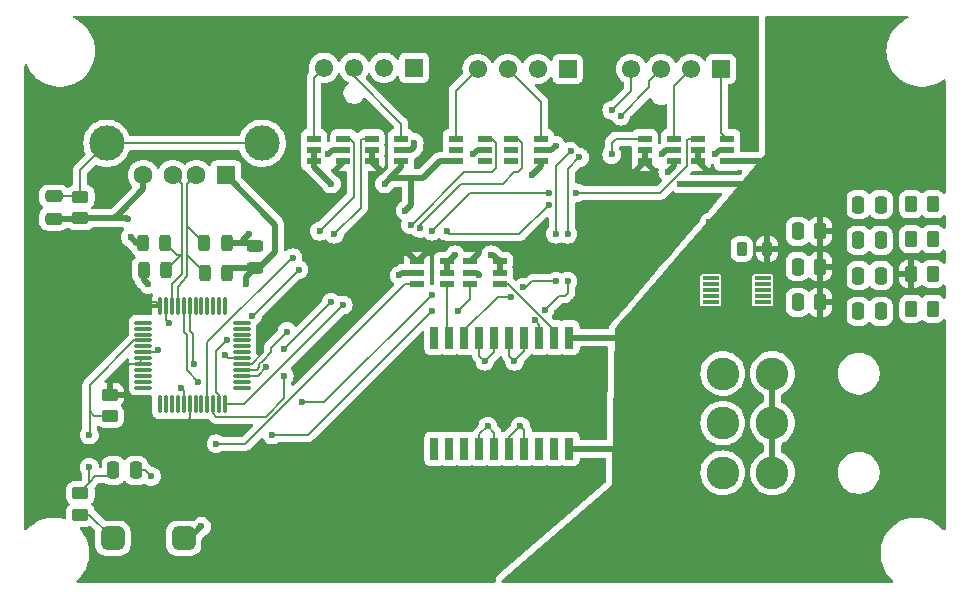
<source format=gbr>
%TF.GenerationSoftware,KiCad,Pcbnew,8.0.0*%
%TF.CreationDate,2024-03-19T18:53:12-05:00*%
%TF.ProjectId,playground,706c6179-6772-46f7-956e-642e6b696361,rev?*%
%TF.SameCoordinates,Original*%
%TF.FileFunction,Copper,L1,Top*%
%TF.FilePolarity,Positive*%
%FSLAX46Y46*%
G04 Gerber Fmt 4.6, Leading zero omitted, Abs format (unit mm)*
G04 Created by KiCad (PCBNEW 8.0.0) date 2024-03-19 18:53:12*
%MOMM*%
%LPD*%
G01*
G04 APERTURE LIST*
G04 Aperture macros list*
%AMRoundRect*
0 Rectangle with rounded corners*
0 $1 Rounding radius*
0 $2 $3 $4 $5 $6 $7 $8 $9 X,Y pos of 4 corners*
0 Add a 4 corners polygon primitive as box body*
4,1,4,$2,$3,$4,$5,$6,$7,$8,$9,$2,$3,0*
0 Add four circle primitives for the rounded corners*
1,1,$1+$1,$2,$3*
1,1,$1+$1,$4,$5*
1,1,$1+$1,$6,$7*
1,1,$1+$1,$8,$9*
0 Add four rect primitives between the rounded corners*
20,1,$1+$1,$2,$3,$4,$5,0*
20,1,$1+$1,$4,$5,$6,$7,0*
20,1,$1+$1,$6,$7,$8,$9,0*
20,1,$1+$1,$8,$9,$2,$3,0*%
G04 Aperture macros list end*
%TA.AperFunction,SMDPad,CuDef*%
%ADD10RoundRect,0.500000X-0.500000X-0.500000X0.500000X-0.500000X0.500000X0.500000X-0.500000X0.500000X0*%
%TD*%
%TA.AperFunction,SMDPad,CuDef*%
%ADD11RoundRect,0.250000X-0.450000X0.262500X-0.450000X-0.262500X0.450000X-0.262500X0.450000X0.262500X0*%
%TD*%
%TA.AperFunction,SMDPad,CuDef*%
%ADD12RoundRect,0.250000X-0.262500X-0.450000X0.262500X-0.450000X0.262500X0.450000X-0.262500X0.450000X0*%
%TD*%
%TA.AperFunction,SMDPad,CuDef*%
%ADD13RoundRect,0.250000X-0.250000X-0.475000X0.250000X-0.475000X0.250000X0.475000X-0.250000X0.475000X0*%
%TD*%
%TA.AperFunction,SMDPad,CuDef*%
%ADD14RoundRect,0.075000X0.075000X-0.662500X0.075000X0.662500X-0.075000X0.662500X-0.075000X-0.662500X0*%
%TD*%
%TA.AperFunction,SMDPad,CuDef*%
%ADD15RoundRect,0.075000X0.662500X-0.075000X0.662500X0.075000X-0.662500X0.075000X-0.662500X-0.075000X0*%
%TD*%
%TA.AperFunction,SMDPad,CuDef*%
%ADD16R,1.200000X0.600000*%
%TD*%
%TA.AperFunction,SMDPad,CuDef*%
%ADD17RoundRect,0.218750X-0.218750X-0.381250X0.218750X-0.381250X0.218750X0.381250X-0.218750X0.381250X0*%
%TD*%
%TA.AperFunction,ComponentPad*%
%ADD18C,2.775000*%
%TD*%
%TA.AperFunction,SMDPad,CuDef*%
%ADD19RoundRect,0.243750X0.243750X0.456250X-0.243750X0.456250X-0.243750X-0.456250X0.243750X-0.456250X0*%
%TD*%
%TA.AperFunction,ComponentPad*%
%ADD20R,1.530000X1.530000*%
%TD*%
%TA.AperFunction,ComponentPad*%
%ADD21C,1.550000*%
%TD*%
%TA.AperFunction,ComponentPad*%
%ADD22R,1.600000X1.500000*%
%TD*%
%TA.AperFunction,ComponentPad*%
%ADD23C,1.600000*%
%TD*%
%TA.AperFunction,ComponentPad*%
%ADD24C,3.000000*%
%TD*%
%TA.AperFunction,SMDPad,CuDef*%
%ADD25R,0.700000X1.925000*%
%TD*%
%TA.AperFunction,SMDPad,CuDef*%
%ADD26RoundRect,0.243750X-0.243750X-0.456250X0.243750X-0.456250X0.243750X0.456250X-0.243750X0.456250X0*%
%TD*%
%TA.AperFunction,SMDPad,CuDef*%
%ADD27RoundRect,0.243750X0.456250X-0.243750X0.456250X0.243750X-0.456250X0.243750X-0.456250X-0.243750X0*%
%TD*%
%TA.AperFunction,SMDPad,CuDef*%
%ADD28RoundRect,0.250000X-0.475000X0.250000X-0.475000X-0.250000X0.475000X-0.250000X0.475000X0.250000X0*%
%TD*%
%TA.AperFunction,SMDPad,CuDef*%
%ADD29RoundRect,0.250000X0.450000X-0.262500X0.450000X0.262500X-0.450000X0.262500X-0.450000X-0.262500X0*%
%TD*%
%TA.AperFunction,SMDPad,CuDef*%
%ADD30R,1.400000X0.300000*%
%TD*%
%TA.AperFunction,ViaPad*%
%ADD31C,0.600000*%
%TD*%
%TA.AperFunction,Conductor*%
%ADD32C,0.200000*%
%TD*%
%TA.AperFunction,Conductor*%
%ADD33C,0.500000*%
%TD*%
G04 APERTURE END LIST*
D10*
%TO.P,SW1,1*%
%TO.N,Net-(R1-Pad1)*%
X108500000Y-95250000D03*
%TO.P,SW1,2*%
%TO.N,GND*%
X114500000Y-95250000D03*
%TD*%
D11*
%TO.P,R3,1*%
%TO.N,/usb_shield_gnd*%
X105750000Y-66337500D03*
%TO.P,R3,2*%
%TO.N,GND*%
X105750000Y-68162500D03*
%TD*%
D12*
%TO.P,R4,1*%
%TO.N,+12V*%
X176092500Y-66970000D03*
%TO.P,R4,2*%
%TO.N,/Power Regulation/buck_en*%
X177917500Y-66970000D03*
%TD*%
D13*
%TO.P,C8,1*%
%TO.N,GND*%
X166475000Y-72260000D03*
%TO.P,C8,2*%
%TO.N,+5V*%
X168375000Y-72260000D03*
%TD*%
D14*
%TO.P,U2,1,PA00*%
%TO.N,unconnected-(U2-PA00-Pad1)*%
X112500000Y-83912500D03*
%TO.P,U2,2,PA01*%
%TO.N,unconnected-(U2-PA01-Pad2)*%
X113000000Y-83912500D03*
%TO.P,U2,3,PA02*%
%TO.N,unconnected-(U2-PA02-Pad3)*%
X113500000Y-83912500D03*
%TO.P,U2,4,PA03*%
%TO.N,unconnected-(U2-PA03-Pad4)*%
X114000000Y-83912500D03*
%TO.P,U2,5,GNDANA*%
%TO.N,GND*%
X114500000Y-83912500D03*
%TO.P,U2,6,VDDANA*%
%TO.N,+3V3*%
X115000000Y-83912500D03*
%TO.P,U2,7,PB08*%
%TO.N,unconnected-(U2-PB08-Pad7)*%
X115500000Y-83912500D03*
%TO.P,U2,8,PB09*%
%TO.N,unconnected-(U2-PB09-Pad8)*%
X116000000Y-83912500D03*
%TO.P,U2,9,PA04*%
%TO.N,/PumpCtrl_3v3*%
X116500000Y-83912500D03*
%TO.P,U2,10,PA05*%
%TO.N,/FanCtrl_3v3*%
X117000000Y-83912500D03*
%TO.P,U2,11,PA06*%
%TO.N,/PumpSense_3v3*%
X117500000Y-83912500D03*
%TO.P,U2,12,PA07*%
%TO.N,/FanSense_3v3*%
X118000000Y-83912500D03*
D15*
%TO.P,U2,13,PA08*%
%TO.N,unconnected-(U2-PA08-Pad13)*%
X119412500Y-82500000D03*
%TO.P,U2,14,PA09*%
%TO.N,unconnected-(U2-PA09-Pad14)*%
X119412500Y-82000000D03*
%TO.P,U2,15,PA10*%
%TO.N,/ValveSense1_3v3*%
X119412500Y-81500000D03*
%TO.P,U2,16,PA11*%
%TO.N,/ValveSense2_3v3*%
X119412500Y-81000000D03*
%TO.P,U2,17,VDDIO*%
%TO.N,+3V3*%
X119412500Y-80500000D03*
%TO.P,U2,18,GND*%
%TO.N,GND*%
X119412500Y-80000000D03*
%TO.P,U2,19,PB10*%
%TO.N,unconnected-(U2-PB10-Pad19)*%
X119412500Y-79500000D03*
%TO.P,U2,20,PB11*%
%TO.N,unconnected-(U2-PB11-Pad20)*%
X119412500Y-79000000D03*
%TO.P,U2,21,PA12*%
%TO.N,unconnected-(U2-PA12-Pad21)*%
X119412500Y-78500000D03*
%TO.P,U2,22,PA13*%
%TO.N,unconnected-(U2-PA13-Pad22)*%
X119412500Y-78000000D03*
%TO.P,U2,23,PA14*%
%TO.N,unconnected-(U2-PA14-Pad23)*%
X119412500Y-77500000D03*
%TO.P,U2,24,PA15*%
%TO.N,unconnected-(U2-PA15-Pad24)*%
X119412500Y-77000000D03*
D14*
%TO.P,U2,25,PA16*%
%TO.N,unconnected-(U2-PA16-Pad25)*%
X118000000Y-75587500D03*
%TO.P,U2,26,PA17*%
%TO.N,unconnected-(U2-PA17-Pad26)*%
X117500000Y-75587500D03*
%TO.P,U2,27,PA18*%
%TO.N,unconnected-(U2-PA18-Pad27)*%
X117000000Y-75587500D03*
%TO.P,U2,28,PA19*%
%TO.N,unconnected-(U2-PA19-Pad28)*%
X116500000Y-75587500D03*
%TO.P,U2,29,PA20*%
%TO.N,unconnected-(U2-PA20-Pad29)*%
X116000000Y-75587500D03*
%TO.P,U2,30,PA21*%
%TO.N,unconnected-(U2-PA21-Pad30)*%
X115500000Y-75587500D03*
%TO.P,U2,31,PA22*%
%TO.N,/ValveCtrl1_3v3*%
X115000000Y-75587500D03*
%TO.P,U2,32,PA23*%
%TO.N,/ValveCtrl2_3v3*%
X114500000Y-75587500D03*
%TO.P,U2,33,PA24*%
%TO.N,/USB_D-*%
X114000000Y-75587500D03*
%TO.P,U2,34,PA25*%
%TO.N,/USB_D+*%
X113500000Y-75587500D03*
%TO.P,U2,35,GND*%
%TO.N,GND*%
X113000000Y-75587500D03*
%TO.P,U2,36,VDDIO*%
%TO.N,+3V3*%
X112500000Y-75587500D03*
D15*
%TO.P,U2,37,PB22*%
%TO.N,unconnected-(U2-PB22-Pad37)*%
X111087500Y-77000000D03*
%TO.P,U2,38,PB23*%
%TO.N,unconnected-(U2-PB23-Pad38)*%
X111087500Y-77500000D03*
%TO.P,U2,39,PA27*%
%TO.N,unconnected-(U2-PA27-Pad39)*%
X111087500Y-78000000D03*
%TO.P,U2,40,~{RESET}*%
%TO.N,/RESET*%
X111087500Y-78500000D03*
%TO.P,U2,41,PA28*%
%TO.N,unconnected-(U2-PA28-Pad41)*%
X111087500Y-79000000D03*
%TO.P,U2,42,GND*%
%TO.N,GND*%
X111087500Y-79500000D03*
%TO.P,U2,43,VDDCORE*%
%TO.N,+3V3*%
X111087500Y-80000000D03*
%TO.P,U2,44,VDDIN*%
X111087500Y-80500000D03*
%TO.P,U2,45,PA30*%
%TO.N,unconnected-(U2-PA30-Pad45)*%
X111087500Y-81000000D03*
%TO.P,U2,46,PA31*%
%TO.N,unconnected-(U2-PA31-Pad46)*%
X111087500Y-81500000D03*
%TO.P,U2,47,PB02*%
%TO.N,unconnected-(U2-PB02-Pad47)*%
X111087500Y-82000000D03*
%TO.P,U2,48,PB03*%
%TO.N,unconnected-(U2-PB03-Pad48)*%
X111087500Y-82500000D03*
%TD*%
D16*
%TO.P,IC7,1,VCCA*%
%TO.N,+3V3*%
X138750000Y-71800000D03*
%TO.P,IC7,2,GND*%
%TO.N,GND*%
X138750000Y-72750000D03*
%TO.P,IC7,3,A*%
%TO.N,/ValveCtrl1_3v3*%
X138750000Y-73700000D03*
%TO.P,IC7,4,BY*%
%TO.N,/ValveCtrl1_5v*%
X141250000Y-73700000D03*
%TO.P,IC7,5,OE*%
%TO.N,+5V*%
X141250000Y-72750000D03*
%TO.P,IC7,6,VCCB*%
X141250000Y-71800000D03*
%TD*%
D17*
%TO.P,L1,1,1*%
%TO.N,/Power Regulation/buck_sw*%
X161750000Y-70750000D03*
%TO.P,L1,2,2*%
%TO.N,+5V*%
X163875000Y-70750000D03*
%TD*%
D13*
%TO.P,C6,1*%
%TO.N,/Power Regulation/buck_sw*%
X171625000Y-76030000D03*
%TO.P,C6,2*%
%TO.N,Net-(IC10-BST)*%
X173525000Y-76030000D03*
%TD*%
%TO.P,C9,1*%
%TO.N,GND*%
X166475000Y-75270000D03*
%TO.P,C9,2*%
%TO.N,+5V*%
X168375000Y-75270000D03*
%TD*%
D16*
%TO.P,IC8,1,VCCA*%
%TO.N,+3V3*%
X134250000Y-71800000D03*
%TO.P,IC8,2,GND*%
%TO.N,GND*%
X134250000Y-72750000D03*
%TO.P,IC8,3,A*%
%TO.N,/ValveCtrl2_3v3*%
X134250000Y-73700000D03*
%TO.P,IC8,4,BY*%
%TO.N,/ValveCtrl2_5v*%
X136750000Y-73700000D03*
%TO.P,IC8,5,OE*%
%TO.N,+5V*%
X136750000Y-72750000D03*
%TO.P,IC8,6,VCCB*%
X136750000Y-71800000D03*
%TD*%
D13*
%TO.P,C5,1*%
%TO.N,+12V*%
X171625000Y-73020000D03*
%TO.P,C5,2*%
%TO.N,GND*%
X173525000Y-73020000D03*
%TD*%
%TO.P,C3,1*%
%TO.N,+12V*%
X171625000Y-67000000D03*
%TO.P,C3,2*%
%TO.N,GND*%
X173525000Y-67000000D03*
%TD*%
D12*
%TO.P,R6,1*%
%TO.N,+5V*%
X176092500Y-72870000D03*
%TO.P,R6,2*%
%TO.N,/Power Regulation/buck_fb*%
X177917500Y-72870000D03*
%TD*%
D18*
%TO.P,J6,1,1*%
%TO.N,+12V*%
X164344000Y-81300000D03*
%TO.P,J6,2,2*%
X164344000Y-85500000D03*
%TO.P,J6,3,3*%
X164344000Y-89700000D03*
%TO.P,J6,4,4*%
%TO.N,GND*%
X160144000Y-81300000D03*
%TO.P,J6,5,5*%
X160144000Y-85500000D03*
%TO.P,J6,6,6*%
X160144000Y-89700000D03*
%TD*%
D19*
%TO.P,D2,1,K*%
%TO.N,/USB_VBUS*%
X118187500Y-72750000D03*
%TO.P,D2,2,A*%
%TO.N,/USB_D-*%
X116312500Y-72750000D03*
%TD*%
%TO.P,D3,1,K*%
%TO.N,/USB_D+*%
X112937500Y-70250000D03*
%TO.P,D3,2,A*%
%TO.N,GND*%
X111062500Y-70250000D03*
%TD*%
D20*
%TO.P,J3,1,1*%
%TO.N,unconnected-(J3-Pad1)*%
X147000000Y-55500000D03*
D21*
%TO.P,J3,2,2*%
%TO.N,unconnected-(J3-Pad2)*%
X144460000Y-55500000D03*
%TO.P,J3,3,3*%
%TO.N,/FanSense_5v*%
X141920000Y-55500000D03*
%TO.P,J3,4,4*%
%TO.N,/FanCtrl_5v*%
X139380000Y-55500000D03*
%TD*%
D22*
%TO.P,J7,1,VBUS*%
%TO.N,/USB_VBUS*%
X118070000Y-64510000D03*
D23*
%TO.P,J7,2,D-*%
%TO.N,/USB_D-*%
X115570000Y-64510000D03*
%TO.P,J7,3,D+*%
%TO.N,/USB_D+*%
X113570000Y-64510000D03*
%TO.P,J7,4,GND*%
%TO.N,GND*%
X111070000Y-64510000D03*
D24*
%TO.P,J7,5,Shield*%
%TO.N,/usb_shield_gnd*%
X121140000Y-61800000D03*
X108000000Y-61800000D03*
%TD*%
D25*
%TO.P,IC9,1,ENABLE_1*%
%TO.N,+5V*%
X147160000Y-78250000D03*
%TO.P,IC9,2,INPUT_1*%
%TO.N,/ValveCtrl1_5v*%
X145890000Y-78250000D03*
%TO.P,IC9,3,OUTPUT_1*%
%TO.N,/ValveOutput1_12v*%
X144620000Y-78250000D03*
%TO.P,IC9,4,GND_1*%
%TO.N,GND*%
X143350000Y-78250000D03*
%TO.P,IC9,5,GND_2*%
X142080000Y-78250000D03*
%TO.P,IC9,6,GND_3*%
X140810000Y-78250000D03*
%TO.P,IC9,7,GND_4*%
X139540000Y-78250000D03*
%TO.P,IC9,8,OUTPUT_2*%
%TO.N,/ValveOutput2_12v*%
X138270000Y-78250000D03*
%TO.P,IC9,9,INPUT_2*%
%TO.N,/ValveCtrl2_5v*%
X137000000Y-78250000D03*
%TO.P,IC9,10,VS*%
%TO.N,+12V*%
X135730000Y-78250000D03*
%TO.P,IC9,11,ENABLE_2*%
%TO.N,+5V*%
X135730000Y-87674000D03*
%TO.P,IC9,12,INPUT_3*%
%TO.N,unconnected-(IC9-INPUT_3-Pad12)*%
X137000000Y-87674000D03*
%TO.P,IC9,13,OUTPUT_3*%
%TO.N,unconnected-(IC9-OUTPUT_3-Pad13)*%
X138270000Y-87674000D03*
%TO.P,IC9,14,GND_5*%
%TO.N,GND*%
X139540000Y-87674000D03*
%TO.P,IC9,15,GND_6*%
X140810000Y-87674000D03*
%TO.P,IC9,16,GND_7*%
X142080000Y-87674000D03*
%TO.P,IC9,17,GND_8*%
X143350000Y-87674000D03*
%TO.P,IC9,18,OUTPUT_4*%
%TO.N,unconnected-(IC9-OUTPUT_4-Pad18)*%
X144620000Y-87674000D03*
%TO.P,IC9,19,INPUT_4*%
%TO.N,unconnected-(IC9-INPUT_4-Pad19)*%
X145890000Y-87674000D03*
%TO.P,IC9,20,VSS*%
%TO.N,+5V*%
X147160000Y-87674000D03*
%TD*%
D13*
%TO.P,C7,1*%
%TO.N,/Power Regulation/buck_fb*%
X166475000Y-69250000D03*
%TO.P,C7,2*%
%TO.N,+5V*%
X168375000Y-69250000D03*
%TD*%
D16*
%TO.P,IC1,1,VCCA*%
%TO.N,+5V*%
X132900000Y-63325000D03*
%TO.P,IC1,2,GND*%
%TO.N,GND*%
X132900000Y-62375000D03*
%TO.P,IC1,3,A*%
%TO.N,/PumpSense_5v*%
X132900000Y-61425000D03*
%TO.P,IC1,4,BY*%
%TO.N,/PumpSense_3v3*%
X130400000Y-61425000D03*
%TO.P,IC1,5,OE*%
%TO.N,+3V3*%
X130400000Y-62375000D03*
%TO.P,IC1,6,VCCB*%
X130400000Y-63325000D03*
%TD*%
D26*
%TO.P,D4,1,K*%
%TO.N,/USB_D-*%
X116250000Y-70250000D03*
%TO.P,D4,2,A*%
%TO.N,GND*%
X118125000Y-70250000D03*
%TD*%
D12*
%TO.P,R7,1*%
%TO.N,/Power Regulation/buck_fb*%
X176092500Y-75820000D03*
%TO.P,R7,2*%
%TO.N,GND*%
X177917500Y-75820000D03*
%TD*%
%TO.P,R5,1*%
%TO.N,/Power Regulation/buck_en*%
X176092500Y-69920000D03*
%TO.P,R5,2*%
%TO.N,GND*%
X177917500Y-69920000D03*
%TD*%
D13*
%TO.P,C1,1*%
%TO.N,/RESET*%
X108550000Y-89500000D03*
%TO.P,C1,2*%
%TO.N,GND*%
X110450000Y-89500000D03*
%TD*%
D27*
%TO.P,D5,1,K*%
%TO.N,/USB_VBUS*%
X120500000Y-72397500D03*
%TO.P,D5,2,A*%
%TO.N,GND*%
X120500000Y-70522500D03*
%TD*%
D28*
%TO.P,C2,1*%
%TO.N,/usb_shield_gnd*%
X103500000Y-66300000D03*
%TO.P,C2,2*%
%TO.N,GND*%
X103500000Y-68200000D03*
%TD*%
D20*
%TO.P,J2,1,1*%
%TO.N,unconnected-(J2-Pad1)*%
X134000000Y-55405000D03*
D21*
%TO.P,J2,2,2*%
%TO.N,unconnected-(J2-Pad2)*%
X131460000Y-55405000D03*
%TO.P,J2,3,3*%
%TO.N,/PumpSense_5v*%
X128920000Y-55405000D03*
%TO.P,J2,4,4*%
%TO.N,/PumpCtrl_5v*%
X126380000Y-55405000D03*
%TD*%
D29*
%TO.P,R1,1*%
%TO.N,Net-(R1-Pad1)*%
X105750000Y-93250000D03*
%TO.P,R1,2*%
%TO.N,/RESET*%
X105750000Y-91425000D03*
%TD*%
D30*
%TO.P,IC10,1,VIN*%
%TO.N,+12V*%
X159125000Y-73250000D03*
%TO.P,IC10,2,SW*%
%TO.N,/Power Regulation/buck_sw*%
X159125000Y-73750000D03*
%TO.P,IC10,3,GND*%
%TO.N,GND*%
X159125000Y-74250000D03*
%TO.P,IC10,4,BST*%
%TO.N,Net-(IC10-BST)*%
X159125000Y-74750000D03*
%TO.P,IC10,5,EN*%
%TO.N,/Power Regulation/buck_en*%
X159125000Y-75250000D03*
%TO.P,IC10,6,FB*%
%TO.N,/Power Regulation/buck_fb*%
X163525000Y-75250000D03*
%TO.P,IC10,7*%
%TO.N,N/C*%
X163525000Y-74750000D03*
%TO.P,IC10,8*%
X163525000Y-74250000D03*
%TO.P,IC10,9*%
X163525000Y-73750000D03*
%TO.P,IC10,10*%
X163525000Y-73250000D03*
%TD*%
D29*
%TO.P,R2,1*%
%TO.N,/RESET*%
X108250000Y-84912500D03*
%TO.P,R2,2*%
%TO.N,+3V3*%
X108250000Y-83087500D03*
%TD*%
D13*
%TO.P,C4,1*%
%TO.N,+12V*%
X171625000Y-70010000D03*
%TO.P,C4,2*%
%TO.N,GND*%
X173525000Y-70010000D03*
%TD*%
D16*
%TO.P,IC6,1,VCCA*%
%TO.N,+3V3*%
X140025000Y-63325000D03*
%TO.P,IC6,2,GND*%
%TO.N,GND*%
X140025000Y-62375000D03*
%TO.P,IC6,3,A*%
%TO.N,/FanCtrl_3v3*%
X140025000Y-61425000D03*
%TO.P,IC6,4,BY*%
%TO.N,/FanCtrl_5v*%
X137525000Y-61425000D03*
%TO.P,IC6,5,OE*%
%TO.N,+5V*%
X137525000Y-62375000D03*
%TO.P,IC6,6,VCCB*%
X137525000Y-63325000D03*
%TD*%
D20*
%TO.P,J4,1,1*%
%TO.N,/ValveSense2_5v*%
X160000000Y-55500000D03*
D21*
%TO.P,J4,2,2*%
%TO.N,/ValveSense1_5v*%
X157460000Y-55500000D03*
%TO.P,J4,3,3*%
%TO.N,/ValveOutput1_12v*%
X154920000Y-55500000D03*
%TO.P,J4,4,4*%
%TO.N,/ValveOutput2_12v*%
X152380000Y-55500000D03*
%TD*%
D16*
%TO.P,IC3,1,VCCA*%
%TO.N,+5V*%
X156025000Y-63325000D03*
%TO.P,IC3,2,GND*%
%TO.N,GND*%
X156025000Y-62375000D03*
%TO.P,IC3,3,A*%
%TO.N,/ValveSense1_5v*%
X156025000Y-61425000D03*
%TO.P,IC3,4,BY*%
%TO.N,/ValveSense1_3v3*%
X153525000Y-61425000D03*
%TO.P,IC3,5,OE*%
%TO.N,+3V3*%
X153525000Y-62375000D03*
%TO.P,IC3,6,VCCB*%
X153525000Y-63325000D03*
%TD*%
D26*
%TO.P,D1,1,K*%
%TO.N,/USB_VBUS*%
X111125000Y-72500000D03*
%TO.P,D1,2,A*%
%TO.N,/USB_D+*%
X113000000Y-72500000D03*
%TD*%
D16*
%TO.P,IC5,1,VCCA*%
%TO.N,+3V3*%
X128025000Y-63325000D03*
%TO.P,IC5,2,GND*%
%TO.N,GND*%
X128025000Y-62375000D03*
%TO.P,IC5,3,A*%
%TO.N,/PumpCtrl_3v3*%
X128025000Y-61425000D03*
%TO.P,IC5,4,BY*%
%TO.N,/PumpCtrl_5v*%
X125525000Y-61425000D03*
%TO.P,IC5,5,OE*%
%TO.N,+5V*%
X125525000Y-62375000D03*
%TO.P,IC5,6,VCCB*%
X125525000Y-63325000D03*
%TD*%
%TO.P,IC2,1,VCCA*%
%TO.N,+5V*%
X144750000Y-63325000D03*
%TO.P,IC2,2,GND*%
%TO.N,GND*%
X144750000Y-62375000D03*
%TO.P,IC2,3,A*%
%TO.N,/FanSense_5v*%
X144750000Y-61425000D03*
%TO.P,IC2,4,BY*%
%TO.N,/FanSense_3v3*%
X142250000Y-61425000D03*
%TO.P,IC2,5,OE*%
%TO.N,+3V3*%
X142250000Y-62375000D03*
%TO.P,IC2,6,VCCB*%
X142250000Y-63325000D03*
%TD*%
%TO.P,IC4,1,VCCA*%
%TO.N,+5V*%
X160525000Y-63325000D03*
%TO.P,IC4,2,GND*%
%TO.N,GND*%
X160525000Y-62375000D03*
%TO.P,IC4,3,A*%
%TO.N,/ValveSense2_5v*%
X160525000Y-61425000D03*
%TO.P,IC4,4,BY*%
%TO.N,/ValveSense2_3v3*%
X158025000Y-61425000D03*
%TO.P,IC4,5,OE*%
%TO.N,+3V3*%
X158025000Y-62375000D03*
%TO.P,IC4,6,VCCB*%
X158025000Y-63325000D03*
%TD*%
D31*
%TO.N,/RESET*%
X106500000Y-89250000D03*
X106500000Y-86500000D03*
%TO.N,+5V*%
X140500000Y-71250000D03*
X144000000Y-64500000D03*
X156500000Y-65250000D03*
X155500000Y-64250000D03*
X133250000Y-67500000D03*
X159000000Y-68500000D03*
X127000000Y-65250000D03*
X131500000Y-65250000D03*
X137500000Y-71250000D03*
%TO.N,GND*%
X139508114Y-72925657D03*
X140250000Y-85750000D03*
X142500000Y-80250000D03*
X111750000Y-90000000D03*
X109750000Y-68250000D03*
X140000000Y-80250000D03*
X134000000Y-61750000D03*
X118000000Y-79750000D03*
X139000000Y-62750000D03*
X155000000Y-62750000D03*
X110000000Y-69750000D03*
X120000000Y-69500000D03*
X116000000Y-94250000D03*
X132750000Y-73000000D03*
X114250000Y-82500000D03*
X112293436Y-79266964D03*
X143000000Y-85750000D03*
X126750000Y-62750000D03*
X146000000Y-62000000D03*
X113250000Y-77000000D03*
X159500000Y-62750000D03*
%TO.N,/PumpCtrl_3v3*%
X123750000Y-71500000D03*
X126000000Y-69250000D03*
%TO.N,/FanCtrl_3v3*%
X127000000Y-75250000D03*
X123000000Y-81500000D03*
X123000000Y-79250000D03*
X133700735Y-68700735D03*
%TO.N,/ValveCtrl1_3v3*%
X137750000Y-76000000D03*
X135500000Y-76000000D03*
X115350000Y-80500000D03*
X122000000Y-86500000D03*
%TO.N,/ValveCtrl2_3v3*%
X115750000Y-82000000D03*
X117250000Y-87250000D03*
%TO.N,/PumpSense_3v3*%
X124250000Y-72500000D03*
X127250000Y-69500000D03*
X120300329Y-76394397D03*
X118175000Y-78482744D03*
%TO.N,/FanSense_3v3*%
X128000000Y-75500000D03*
X134500000Y-69000000D03*
%TO.N,/ValveSense1_3v3*%
X135500000Y-74650000D03*
X124500000Y-83750000D03*
X136750000Y-69250000D03*
X145400000Y-67000000D03*
X121500000Y-80750000D03*
X150750000Y-62750000D03*
%TO.N,/ValveSense2_3v3*%
X135500000Y-69250000D03*
X145400000Y-66000000D03*
X147750000Y-66000000D03*
X123250000Y-77750000D03*
%TO.N,/USB_VBUS*%
X119750000Y-73750000D03*
X111500000Y-73750000D03*
%TO.N,/ValveOutput2_12v*%
X146000000Y-73500000D03*
X150750000Y-59000000D03*
X143250000Y-74000000D03*
X146000000Y-69500000D03*
X147250000Y-62500000D03*
X142216985Y-74783015D03*
%TO.N,/ValveOutput1_12v*%
X144216985Y-76783015D03*
X151500000Y-59500000D03*
X147000000Y-73500000D03*
X147000000Y-69500000D03*
X148000000Y-63000000D03*
X145065515Y-75934485D03*
%TD*%
D32*
%TO.N,/USB_D+*%
X114344999Y-71000000D02*
X114344999Y-71250000D01*
X113500000Y-73681800D02*
X113500000Y-75587500D01*
X113937500Y-71250000D02*
X114344999Y-71250000D01*
X113570000Y-64510000D02*
X114344999Y-65284999D01*
X114344999Y-71250000D02*
X114344999Y-72836801D01*
X114250000Y-71250000D02*
X114344999Y-71250000D01*
X114344999Y-72836801D02*
X113500000Y-73681800D01*
X114344999Y-65284999D02*
X114344999Y-68750000D01*
X114344999Y-68750000D02*
X114344999Y-71000000D01*
X113000000Y-72500000D02*
X114250000Y-71250000D01*
X112937500Y-70250000D02*
X113937500Y-71250000D01*
%TO.N,/RESET*%
X106937500Y-84912500D02*
X106525000Y-84500000D01*
X106525000Y-90475000D02*
X106525000Y-90525000D01*
X108550000Y-89500000D02*
X108050000Y-90000000D01*
X108050000Y-90000000D02*
X107000000Y-90000000D01*
X106525000Y-84500000D02*
X106525000Y-86475000D01*
X106525000Y-84500000D02*
X106525000Y-82292590D01*
X106525000Y-86475000D02*
X106500000Y-86500000D01*
X108250000Y-84912500D02*
X106937500Y-84912500D01*
X110317590Y-78500000D02*
X111087500Y-78500000D01*
X106525000Y-90525000D02*
X105750000Y-91300000D01*
X107000000Y-90000000D02*
X106525000Y-90475000D01*
X106500000Y-90500000D02*
X106525000Y-90525000D01*
X106525000Y-82292590D02*
X110317590Y-78500000D01*
X105750000Y-91300000D02*
X105750000Y-91425000D01*
X106500000Y-89250000D02*
X106500000Y-90500000D01*
%TO.N,/USB_D-*%
X114795001Y-68750000D02*
X114795001Y-71250000D01*
X114000000Y-74000000D02*
X114000000Y-75587500D01*
X116250000Y-70250000D02*
X114795001Y-68795001D01*
X114795001Y-65284999D02*
X114795001Y-68750000D01*
X114812500Y-71250000D02*
X114795001Y-71250000D01*
X114795001Y-73023199D02*
X114000000Y-74000000D01*
X115570000Y-64510000D02*
X114795001Y-65284999D01*
X116312500Y-72750000D02*
X114812500Y-71250000D01*
X114795001Y-71250000D02*
X114795001Y-73023199D01*
X114795001Y-68795001D02*
X114795001Y-68750000D01*
D33*
%TO.N,+5V*%
X132900000Y-63325000D02*
X132900000Y-63850000D01*
X151500000Y-87750000D02*
X151424000Y-87674000D01*
X136175000Y-63325000D02*
X134750000Y-64750000D01*
X133750000Y-67000000D02*
X133250000Y-67500000D01*
X144750000Y-63750000D02*
X144000000Y-64500000D01*
X136950000Y-71800000D02*
X137500000Y-71250000D01*
X136750000Y-71800000D02*
X136950000Y-71800000D01*
X132900000Y-63850000D02*
X132000000Y-64750000D01*
X156025000Y-63325000D02*
X156025000Y-63725000D01*
X133750000Y-64750000D02*
X132000000Y-64750000D01*
X160525000Y-63325000D02*
X163575000Y-63325000D01*
X125525000Y-63325000D02*
X125525000Y-62375000D01*
X133750000Y-64750000D02*
X133750000Y-67000000D01*
X125525000Y-63775000D02*
X127000000Y-65250000D01*
X140500000Y-71250000D02*
X140700000Y-71250000D01*
X151424000Y-87674000D02*
X147160000Y-87674000D01*
X147160000Y-78250000D02*
X151250000Y-78250000D01*
X125525000Y-63325000D02*
X125525000Y-63775000D01*
X156025000Y-63725000D02*
X155500000Y-64250000D01*
X137525000Y-63325000D02*
X136175000Y-63325000D01*
X132000000Y-64750000D02*
X131500000Y-65250000D01*
X144750000Y-63325000D02*
X144750000Y-63750000D01*
X156500000Y-65250000D02*
X162500000Y-65250000D01*
X134750000Y-64750000D02*
X133750000Y-64750000D01*
X136750000Y-71800000D02*
X136750000Y-72750000D01*
X140700000Y-71250000D02*
X141250000Y-71800000D01*
X141250000Y-71800000D02*
X141250000Y-72750000D01*
X163750000Y-63500000D02*
X163575000Y-63325000D01*
%TO.N,GND*%
X115000000Y-95250000D02*
X116000000Y-94250000D01*
D32*
X142080000Y-86670000D02*
X143000000Y-85750000D01*
D33*
X110500000Y-70250000D02*
X110000000Y-69750000D01*
X109662500Y-68162500D02*
X109750000Y-68250000D01*
X111070000Y-64510000D02*
X111070000Y-65680000D01*
X108587500Y-68162500D02*
X109662500Y-68162500D01*
X160525000Y-62375000D02*
X159875000Y-62375000D01*
X128025000Y-62375000D02*
X127125000Y-62375000D01*
D32*
X143350000Y-78250000D02*
X143350000Y-79400000D01*
D33*
X132900000Y-62375000D02*
X133750000Y-62375000D01*
D32*
X139540000Y-87674000D02*
X139540000Y-86460000D01*
X113000000Y-76750000D02*
X113250000Y-77000000D01*
D33*
X133750000Y-62375000D02*
X134000000Y-62125000D01*
X133000000Y-72750000D02*
X132750000Y-73000000D01*
D32*
X113000000Y-75587500D02*
X113000000Y-76750000D01*
D33*
X105712500Y-68200000D02*
X105750000Y-68162500D01*
D32*
X114500000Y-83912500D02*
X114500000Y-82750000D01*
D33*
X105750000Y-68162500D02*
X108587500Y-68162500D01*
X111062500Y-70250000D02*
X110500000Y-70250000D01*
X127125000Y-62375000D02*
X126750000Y-62750000D01*
X139375000Y-62375000D02*
X139000000Y-62750000D01*
D32*
X140810000Y-79440000D02*
X140000000Y-80250000D01*
D33*
X134000000Y-62125000D02*
X134000000Y-61750000D01*
X145625000Y-62375000D02*
X146000000Y-62000000D01*
X111070000Y-65680000D02*
X109250000Y-67500000D01*
D32*
X111250000Y-89500000D02*
X111750000Y-90000000D01*
X118250000Y-80000000D02*
X118000000Y-79750000D01*
D33*
X144750000Y-62375000D02*
X145625000Y-62375000D01*
D32*
X142080000Y-87674000D02*
X142080000Y-86670000D01*
X143350000Y-87674000D02*
X143350000Y-86100000D01*
X119412500Y-80000000D02*
X118250000Y-80000000D01*
D33*
X139332457Y-72750000D02*
X139508114Y-72925657D01*
X119500000Y-70250000D02*
X119500000Y-70000000D01*
D32*
X139540000Y-78250000D02*
X139540000Y-79790000D01*
D33*
X114500000Y-95250000D02*
X115000000Y-95250000D01*
X119500000Y-70000000D02*
X120000000Y-69500000D01*
D32*
X111087500Y-79500000D02*
X112060400Y-79500000D01*
D33*
X138750000Y-72750000D02*
X139332457Y-72750000D01*
D32*
X142080000Y-79830000D02*
X142500000Y-80250000D01*
D33*
X155375000Y-62375000D02*
X155000000Y-62750000D01*
D32*
X143350000Y-79400000D02*
X142500000Y-80250000D01*
D33*
X120227500Y-70250000D02*
X120500000Y-70522500D01*
X134250000Y-72750000D02*
X133000000Y-72750000D01*
D32*
X140810000Y-86310000D02*
X140250000Y-85750000D01*
D33*
X140025000Y-62375000D02*
X139375000Y-62375000D01*
D32*
X143350000Y-86100000D02*
X143000000Y-85750000D01*
D33*
X159875000Y-62375000D02*
X159500000Y-62750000D01*
D32*
X114500000Y-82750000D02*
X114250000Y-82500000D01*
X110450000Y-89500000D02*
X111250000Y-89500000D01*
D33*
X160144000Y-89700000D02*
X159700000Y-89700000D01*
X108587500Y-68162500D02*
X109250000Y-67500000D01*
D32*
X112060400Y-79500000D02*
X112293436Y-79266964D01*
X139540000Y-86460000D02*
X140250000Y-85750000D01*
X139540000Y-79790000D02*
X140000000Y-80250000D01*
D33*
X118125000Y-70250000D02*
X119500000Y-70250000D01*
D32*
X140810000Y-78250000D02*
X140810000Y-79440000D01*
D33*
X103500000Y-68200000D02*
X105712500Y-68200000D01*
D32*
X142080000Y-78250000D02*
X142080000Y-79830000D01*
D33*
X160144000Y-85500000D02*
X160000000Y-85500000D01*
D32*
X140810000Y-87674000D02*
X140810000Y-86310000D01*
D33*
X156025000Y-62375000D02*
X155375000Y-62375000D01*
X160144000Y-81300000D02*
X159700000Y-81300000D01*
X119500000Y-70250000D02*
X120227500Y-70250000D01*
D32*
%TO.N,/usb_shield_gnd*%
X105750000Y-64050000D02*
X108000000Y-61800000D01*
X105750000Y-66337500D02*
X105750000Y-64050000D01*
X103500000Y-66300000D02*
X105712500Y-66300000D01*
X105712500Y-66300000D02*
X105750000Y-66337500D01*
X108000000Y-61800000D02*
X121140000Y-61800000D01*
%TO.N,Net-(R1-Pad1)*%
X105750000Y-93250000D02*
X106500000Y-93250000D01*
X106500000Y-93250000D02*
X108500000Y-95250000D01*
%TO.N,+3V3*%
X110587500Y-80500000D02*
X110000000Y-80500000D01*
X115000000Y-83912500D02*
X115000000Y-85250000D01*
X120250000Y-80500000D02*
X121250000Y-79500000D01*
X109750000Y-80500000D02*
X109500000Y-80750000D01*
D33*
X108250000Y-83087500D02*
X108250000Y-82000000D01*
X108250000Y-82000000D02*
X109500000Y-80750000D01*
D32*
X111087500Y-80000000D02*
X110587500Y-80500000D01*
X112162500Y-75250000D02*
X111500000Y-75250000D01*
D33*
X153525000Y-62375000D02*
X153525000Y-63325000D01*
D32*
X121250000Y-79500000D02*
X121250000Y-78500000D01*
D33*
X130400000Y-62375000D02*
X130400000Y-63325000D01*
D32*
X121250000Y-78500000D02*
X121500000Y-78250000D01*
X112500000Y-75587500D02*
X112162500Y-75250000D01*
X115000000Y-85250000D02*
X115000000Y-85750000D01*
X119412500Y-80500000D02*
X120250000Y-80500000D01*
X110000000Y-80500000D02*
X109750000Y-80500000D01*
D33*
X158025000Y-63325000D02*
X158025000Y-62375000D01*
D32*
X111087500Y-80500000D02*
X110000000Y-80500000D01*
%TO.N,/PumpCtrl_5v*%
X125525000Y-56260000D02*
X126380000Y-55405000D01*
X125525000Y-61425000D02*
X125525000Y-56260000D01*
%TO.N,/PumpCtrl_3v3*%
X128575000Y-61425000D02*
X128925000Y-61775000D01*
X116500000Y-78642590D02*
X116500000Y-83912500D01*
X128925000Y-66325000D02*
X126000000Y-69250000D01*
X128925000Y-66217590D02*
X128925000Y-66325000D01*
X123750000Y-71500000D02*
X123642590Y-71500000D01*
X123642590Y-71500000D02*
X116500000Y-78642590D01*
X128025000Y-61425000D02*
X128575000Y-61425000D01*
X128925000Y-61775000D02*
X128925000Y-66217590D01*
%TO.N,/FanCtrl_3v3*%
X140600000Y-64250000D02*
X140925000Y-63925000D01*
X140925000Y-61775000D02*
X140575000Y-61425000D01*
X117000000Y-84682410D02*
X117000000Y-83912500D01*
X117267590Y-84950000D02*
X117000000Y-84682410D01*
X123000000Y-83400000D02*
X121450000Y-84950000D01*
X123000000Y-81500000D02*
X123000000Y-83400000D01*
X140575000Y-61425000D02*
X140025000Y-61425000D01*
X140925000Y-63925000D02*
X140925000Y-61775000D01*
X121450000Y-84950000D02*
X117267590Y-84950000D01*
X133700735Y-68700735D02*
X133799265Y-68700735D01*
X133799265Y-68700735D02*
X138250000Y-64250000D01*
X123000000Y-79250000D02*
X127000000Y-75250000D01*
X138250000Y-64250000D02*
X140600000Y-64250000D01*
%TO.N,/ValveCtrl1_5v*%
X145890000Y-77607500D02*
X145890000Y-78250000D01*
X141982500Y-73700000D02*
X145890000Y-77607500D01*
X141250000Y-73700000D02*
X141982500Y-73700000D01*
%TO.N,/ValveCtrl1_3v3*%
X115000000Y-77684314D02*
X115250000Y-77934314D01*
X115250000Y-80400000D02*
X115350000Y-80500000D01*
X115250000Y-77934314D02*
X115250000Y-79250000D01*
X125000000Y-86500000D02*
X135500000Y-76000000D01*
X138750000Y-75000000D02*
X138750000Y-73700000D01*
X115000000Y-75587500D02*
X115000000Y-77684314D01*
X137750000Y-76000000D02*
X138750000Y-75000000D01*
X115250000Y-79250000D02*
X115250000Y-80400000D01*
X122000000Y-86500000D02*
X125000000Y-86500000D01*
%TO.N,/ValveCtrl2_5v*%
X136750000Y-73700000D02*
X136750000Y-78000000D01*
X136750000Y-78000000D02*
X137000000Y-78250000D01*
%TO.N,/ValveCtrl2_3v3*%
X114500000Y-75587500D02*
X114500000Y-77750000D01*
X133265686Y-73700000D02*
X134250000Y-73700000D01*
X119715686Y-87250000D02*
X133265686Y-73700000D01*
X114500000Y-77750000D02*
X114750000Y-78000000D01*
X114750000Y-81000000D02*
X115750000Y-82000000D01*
X114750000Y-78000000D02*
X114750000Y-81000000D01*
X117250000Y-87250000D02*
X119715686Y-87250000D01*
%TO.N,/PumpSense_3v3*%
X120355603Y-76394397D02*
X124250000Y-72500000D01*
X118175000Y-78482744D02*
X117250000Y-79407744D01*
X129600000Y-61425000D02*
X130400000Y-61425000D01*
X120300329Y-76449671D02*
X120300329Y-76394397D01*
X129500000Y-67250000D02*
X129500000Y-61525000D01*
X120300329Y-76394397D02*
X120355603Y-76394397D01*
X117500000Y-83142590D02*
X117500000Y-83912500D01*
X129500000Y-61525000D02*
X129600000Y-61425000D01*
X117250000Y-82892590D02*
X117500000Y-83142590D01*
X117250000Y-79407744D02*
X117250000Y-82892590D01*
X127250000Y-69500000D02*
X129500000Y-67250000D01*
%TO.N,/PumpSense_5v*%
X128920000Y-56150786D02*
X132900000Y-60130786D01*
X128920000Y-55405000D02*
X128920000Y-56150786D01*
X132900000Y-60130786D02*
X132900000Y-61425000D01*
%TO.N,/FanSense_5v*%
X144750000Y-61425000D02*
X144750000Y-58330000D01*
X144750000Y-58330000D02*
X141920000Y-55500000D01*
%TO.N,/FanSense_3v3*%
X118000000Y-83912500D02*
X118000735Y-83913235D01*
X134500000Y-69000000D02*
X134500000Y-68750000D01*
X141500000Y-65250000D02*
X142500000Y-64250000D01*
X134500000Y-68750000D02*
X138000000Y-65250000D01*
X142800000Y-61425000D02*
X142250000Y-61425000D01*
X118000735Y-83913235D02*
X119269175Y-83913235D01*
X138000000Y-65250000D02*
X141500000Y-65250000D01*
X119586765Y-83913235D02*
X128000000Y-75500000D01*
X142500000Y-64250000D02*
X142825000Y-64250000D01*
X119269175Y-83913235D02*
X119586765Y-83913235D01*
X143150000Y-63925000D02*
X143150000Y-61775000D01*
X142825000Y-64250000D02*
X143150000Y-63925000D01*
X143150000Y-61775000D02*
X142800000Y-61425000D01*
%TO.N,/ValveSense1_5v*%
X156025000Y-61425000D02*
X156025000Y-56935000D01*
X156025000Y-56935000D02*
X157460000Y-55500000D01*
%TO.N,/ValveSense1_3v3*%
X142900000Y-69500000D02*
X145400000Y-67000000D01*
X137000000Y-69500000D02*
X142900000Y-69500000D01*
X150750000Y-62750000D02*
X150750000Y-61750000D01*
X151075000Y-61425000D02*
X153525000Y-61425000D01*
X136750000Y-69250000D02*
X137000000Y-69500000D01*
X124500000Y-83750000D02*
X126400000Y-83750000D01*
X120750000Y-81500000D02*
X121500000Y-80750000D01*
X150750000Y-61750000D02*
X151075000Y-61425000D01*
X126400000Y-83750000D02*
X135500000Y-74650000D01*
X119412500Y-81500000D02*
X120750000Y-81500000D01*
%TO.N,/ValveSense2_5v*%
X160000000Y-60900000D02*
X160525000Y-61425000D01*
X160000000Y-55500000D02*
X160000000Y-60900000D01*
%TO.N,/ValveSense2_3v3*%
X138750000Y-66000000D02*
X145400000Y-66000000D01*
X147750000Y-66000000D02*
X154850000Y-66000000D01*
X154850000Y-66000000D02*
X157125000Y-63725000D01*
X120684314Y-81000000D02*
X120900000Y-80784314D01*
X120900000Y-80501471D02*
X121200735Y-80200735D01*
X121900000Y-79100000D02*
X123250000Y-77750000D01*
X157125000Y-61525000D02*
X157225000Y-61425000D01*
X157125000Y-63725000D02*
X157125000Y-61525000D01*
X121200735Y-80200735D02*
X121900000Y-79501470D01*
X157225000Y-61425000D02*
X158025000Y-61425000D01*
X123250000Y-77932410D02*
X123250000Y-77750000D01*
X135500000Y-69250000D02*
X138750000Y-66000000D01*
X120900000Y-80784314D02*
X120900000Y-80501471D01*
X121900000Y-79501470D02*
X121900000Y-79100000D01*
X119412500Y-81000000D02*
X120684314Y-81000000D01*
X121200735Y-80200735D02*
X121251471Y-80150000D01*
D33*
%TO.N,/USB_VBUS*%
X119750000Y-73750000D02*
X119750000Y-73147500D01*
X122250000Y-71000000D02*
X120852500Y-72397500D01*
X120852500Y-72397500D02*
X120500000Y-72397500D01*
X111125000Y-73375000D02*
X111500000Y-73750000D01*
X120500000Y-72397500D02*
X118540000Y-72397500D01*
X122250000Y-68690000D02*
X122250000Y-71000000D01*
X119750000Y-73147500D02*
X120500000Y-72397500D01*
X118070000Y-64510000D02*
X122250000Y-68690000D01*
X118540000Y-72397500D02*
X118187500Y-72750000D01*
X111125000Y-72500000D02*
X111125000Y-73375000D01*
D32*
%TO.N,/ValveOutput2_12v*%
X143500000Y-74000000D02*
X144000000Y-73500000D01*
X138270000Y-78250000D02*
X138270000Y-77637500D01*
X138270000Y-77637500D02*
X141124485Y-74783015D01*
X144000000Y-73500000D02*
X146000000Y-73500000D01*
X150750000Y-59000000D02*
X152380000Y-57370000D01*
X146000000Y-63750000D02*
X147250000Y-62500000D01*
X143250000Y-74000000D02*
X143500000Y-74000000D01*
X152380000Y-57370000D02*
X152380000Y-55500000D01*
X141124485Y-74783015D02*
X142216985Y-74783015D01*
X146000000Y-69500000D02*
X146000000Y-63750000D01*
%TO.N,/ValveOutput1_12v*%
X144620000Y-77186030D02*
X144216985Y-76783015D01*
X153920000Y-57080000D02*
X153920000Y-56500000D01*
X147000000Y-69500000D02*
X147000000Y-64165786D01*
X144620000Y-78250000D02*
X144620000Y-77186030D01*
X146750000Y-74750000D02*
X147000000Y-74500000D01*
X147000000Y-64165786D02*
X147000000Y-64000000D01*
X147000000Y-74250000D02*
X147000000Y-73500000D01*
X145065515Y-75934485D02*
X146250000Y-74750000D01*
X147000000Y-64000000D02*
X148000000Y-63000000D01*
X151500000Y-59500000D02*
X153920000Y-57080000D01*
X147000000Y-74500000D02*
X147000000Y-74250000D01*
X146250000Y-74750000D02*
X146750000Y-74750000D01*
X153920000Y-56500000D02*
X154920000Y-55500000D01*
D33*
%TO.N,+12V*%
X164344000Y-89700000D02*
X164344000Y-85500000D01*
X164344000Y-81300000D02*
X164344000Y-85500000D01*
D32*
%TO.N,/FanCtrl_5v*%
X137525000Y-57355000D02*
X139380000Y-55500000D01*
X137525000Y-61425000D02*
X137525000Y-57355000D01*
%TD*%
%TA.AperFunction,Conductor*%
%TO.N,+3V3*%
G36*
X163187539Y-51020185D02*
G01*
X163233294Y-51072989D01*
X163244500Y-51124500D01*
X163244500Y-62450500D01*
X163224815Y-62517539D01*
X163172011Y-62563294D01*
X163120500Y-62574500D01*
X161749500Y-62574500D01*
X161682461Y-62554815D01*
X161636706Y-62502011D01*
X161625500Y-62450500D01*
X161625499Y-62027129D01*
X161625498Y-62027123D01*
X161624378Y-62016705D01*
X161619091Y-61967517D01*
X161610070Y-61943333D01*
X161605085Y-61873644D01*
X161610066Y-61856677D01*
X161619091Y-61832483D01*
X161625500Y-61772873D01*
X161625499Y-61077128D01*
X161619091Y-61017517D01*
X161604746Y-60979057D01*
X161568797Y-60882671D01*
X161568793Y-60882664D01*
X161482547Y-60767455D01*
X161482544Y-60767452D01*
X161367335Y-60681206D01*
X161367328Y-60681202D01*
X161232482Y-60630908D01*
X161232483Y-60630908D01*
X161172883Y-60624501D01*
X161172881Y-60624500D01*
X161172873Y-60624500D01*
X161172865Y-60624500D01*
X160724500Y-60624500D01*
X160657461Y-60604815D01*
X160611706Y-60552011D01*
X160600500Y-60500500D01*
X160600500Y-56889499D01*
X160620185Y-56822460D01*
X160672989Y-56776705D01*
X160724500Y-56765499D01*
X160812871Y-56765499D01*
X160812872Y-56765499D01*
X160872483Y-56759091D01*
X161007331Y-56708796D01*
X161122546Y-56622546D01*
X161208796Y-56507331D01*
X161259091Y-56372483D01*
X161265500Y-56312873D01*
X161265499Y-54687128D01*
X161259091Y-54627517D01*
X161251860Y-54608131D01*
X161208797Y-54492671D01*
X161208793Y-54492664D01*
X161122547Y-54377455D01*
X161122544Y-54377452D01*
X161007335Y-54291206D01*
X161007328Y-54291202D01*
X160872482Y-54240908D01*
X160872483Y-54240908D01*
X160812883Y-54234501D01*
X160812881Y-54234500D01*
X160812873Y-54234500D01*
X160812864Y-54234500D01*
X159187129Y-54234500D01*
X159187123Y-54234501D01*
X159127516Y-54240908D01*
X158992671Y-54291202D01*
X158992664Y-54291206D01*
X158877455Y-54377452D01*
X158877452Y-54377455D01*
X158791206Y-54492664D01*
X158791202Y-54492671D01*
X158740908Y-54627517D01*
X158735346Y-54679255D01*
X158734501Y-54687123D01*
X158734500Y-54687135D01*
X158734500Y-54703131D01*
X158714815Y-54770170D01*
X158662011Y-54815925D01*
X158592853Y-54825869D01*
X158529297Y-54796844D01*
X158508928Y-54774258D01*
X158440822Y-54676993D01*
X158283007Y-54519178D01*
X158100186Y-54391165D01*
X157897913Y-54296844D01*
X157897909Y-54296843D01*
X157897905Y-54296841D01*
X157682339Y-54239081D01*
X157682329Y-54239079D01*
X157460001Y-54219628D01*
X157459999Y-54219628D01*
X157237670Y-54239079D01*
X157237660Y-54239081D01*
X157022094Y-54296841D01*
X157022087Y-54296843D01*
X157022087Y-54296844D01*
X156819814Y-54391165D01*
X156636993Y-54519178D01*
X156636991Y-54519179D01*
X156636988Y-54519182D01*
X156479182Y-54676988D01*
X156479179Y-54676991D01*
X156479178Y-54676993D01*
X156441454Y-54730869D01*
X156351164Y-54859814D01*
X156302382Y-54964430D01*
X156256210Y-55016869D01*
X156189016Y-55036021D01*
X156122135Y-55015805D01*
X156077618Y-54964430D01*
X156028835Y-54859814D01*
X156005066Y-54825869D01*
X155900822Y-54676993D01*
X155743007Y-54519178D01*
X155560186Y-54391165D01*
X155357913Y-54296844D01*
X155357909Y-54296843D01*
X155357905Y-54296841D01*
X155142339Y-54239081D01*
X155142329Y-54239079D01*
X154920001Y-54219628D01*
X154919999Y-54219628D01*
X154697670Y-54239079D01*
X154697660Y-54239081D01*
X154482094Y-54296841D01*
X154482087Y-54296843D01*
X154482087Y-54296844D01*
X154279814Y-54391165D01*
X154096993Y-54519178D01*
X154096991Y-54519179D01*
X154096988Y-54519182D01*
X153939182Y-54676988D01*
X153939179Y-54676991D01*
X153939178Y-54676993D01*
X153901454Y-54730869D01*
X153811164Y-54859814D01*
X153762382Y-54964430D01*
X153716210Y-55016869D01*
X153649016Y-55036021D01*
X153582135Y-55015805D01*
X153537618Y-54964430D01*
X153488835Y-54859814D01*
X153465066Y-54825869D01*
X153360822Y-54676993D01*
X153203007Y-54519178D01*
X153020186Y-54391165D01*
X152817913Y-54296844D01*
X152817909Y-54296843D01*
X152817905Y-54296841D01*
X152602339Y-54239081D01*
X152602329Y-54239079D01*
X152380001Y-54219628D01*
X152379999Y-54219628D01*
X152157670Y-54239079D01*
X152157660Y-54239081D01*
X151942094Y-54296841D01*
X151942087Y-54296843D01*
X151942087Y-54296844D01*
X151739814Y-54391165D01*
X151556993Y-54519178D01*
X151556991Y-54519179D01*
X151556988Y-54519182D01*
X151399182Y-54676988D01*
X151399179Y-54676991D01*
X151399178Y-54676993D01*
X151271165Y-54859814D01*
X151192753Y-55027971D01*
X151176845Y-55062085D01*
X151176841Y-55062094D01*
X151119081Y-55277660D01*
X151119079Y-55277670D01*
X151099628Y-55499999D01*
X151099628Y-55500000D01*
X151119079Y-55722329D01*
X151119081Y-55722339D01*
X151176841Y-55937905D01*
X151176843Y-55937909D01*
X151176844Y-55937913D01*
X151271165Y-56140186D01*
X151399178Y-56323007D01*
X151556993Y-56480822D01*
X151726626Y-56599600D01*
X151770248Y-56654175D01*
X151779500Y-56701173D01*
X151779500Y-57069902D01*
X151759815Y-57136941D01*
X151743181Y-57157583D01*
X150731465Y-58169298D01*
X150670142Y-58202783D01*
X150657668Y-58204837D01*
X150570750Y-58214630D01*
X150400478Y-58274210D01*
X150247737Y-58370184D01*
X150120184Y-58497737D01*
X150024211Y-58650476D01*
X149964631Y-58820745D01*
X149964630Y-58820750D01*
X149944435Y-58999996D01*
X149944435Y-59000003D01*
X149964630Y-59179249D01*
X149964631Y-59179254D01*
X150024211Y-59349523D01*
X150120184Y-59502262D01*
X150247738Y-59629816D01*
X150400478Y-59725789D01*
X150504163Y-59762070D01*
X150570745Y-59785368D01*
X150570750Y-59785369D01*
X150629219Y-59791956D01*
X150686990Y-59798465D01*
X150751404Y-59825531D01*
X150778101Y-59855713D01*
X150790616Y-59875631D01*
X150870184Y-60002262D01*
X150997738Y-60129816D01*
X151150478Y-60225789D01*
X151317561Y-60284254D01*
X151320745Y-60285368D01*
X151320750Y-60285369D01*
X151499996Y-60305565D01*
X151500000Y-60305565D01*
X151500004Y-60305565D01*
X151679249Y-60285369D01*
X151679252Y-60285368D01*
X151679255Y-60285368D01*
X151849522Y-60225789D01*
X152002262Y-60129816D01*
X152129816Y-60002262D01*
X152225789Y-59849522D01*
X152285368Y-59679255D01*
X152295161Y-59592329D01*
X152322226Y-59527918D01*
X152330690Y-59518543D01*
X153885528Y-57963705D01*
X153946849Y-57930222D01*
X154016541Y-57935206D01*
X154072474Y-57977078D01*
X154087768Y-58003935D01*
X154121985Y-58086544D01*
X154121990Y-58086553D01*
X154220535Y-58234034D01*
X154220538Y-58234038D01*
X154345961Y-58359461D01*
X154345965Y-58359464D01*
X154493446Y-58458009D01*
X154493459Y-58458016D01*
X154616363Y-58508923D01*
X154657334Y-58525894D01*
X154657336Y-58525894D01*
X154657341Y-58525896D01*
X154831304Y-58560499D01*
X154831307Y-58560500D01*
X154831309Y-58560500D01*
X155008693Y-58560500D01*
X155008694Y-58560499D01*
X155099605Y-58542416D01*
X155182658Y-58525896D01*
X155182661Y-58525894D01*
X155182666Y-58525894D01*
X155253048Y-58496740D01*
X155322517Y-58489272D01*
X155384996Y-58520547D01*
X155420648Y-58580636D01*
X155424500Y-58611302D01*
X155424500Y-60508023D01*
X155404815Y-60575062D01*
X155352011Y-60620817D01*
X155324865Y-60628266D01*
X155325068Y-60629124D01*
X155317520Y-60630907D01*
X155182671Y-60681202D01*
X155182664Y-60681206D01*
X155067455Y-60767452D01*
X155067452Y-60767455D01*
X154981206Y-60882664D01*
X154981202Y-60882671D01*
X154930910Y-61017513D01*
X154930909Y-61017517D01*
X154924500Y-61077127D01*
X154924500Y-61077134D01*
X154924500Y-61077135D01*
X154924500Y-61712768D01*
X154904815Y-61779807D01*
X154888181Y-61800449D01*
X154837180Y-61851450D01*
X154775857Y-61884935D01*
X154706165Y-61879951D01*
X154650232Y-61838079D01*
X154625815Y-61772615D01*
X154625499Y-61763796D01*
X154625499Y-61077128D01*
X154619091Y-61017517D01*
X154604746Y-60979057D01*
X154568797Y-60882671D01*
X154568793Y-60882664D01*
X154482547Y-60767455D01*
X154482544Y-60767452D01*
X154367335Y-60681206D01*
X154367328Y-60681202D01*
X154232482Y-60630908D01*
X154232483Y-60630908D01*
X154172883Y-60624501D01*
X154172881Y-60624500D01*
X154172873Y-60624500D01*
X154172864Y-60624500D01*
X152877129Y-60624500D01*
X152877123Y-60624501D01*
X152817516Y-60630908D01*
X152682671Y-60681202D01*
X152682664Y-60681206D01*
X152567457Y-60767451D01*
X152567451Y-60767457D01*
X152561948Y-60774809D01*
X152506015Y-60816681D01*
X152462680Y-60824500D01*
X150995940Y-60824500D01*
X150955019Y-60835464D01*
X150955019Y-60835465D01*
X150922599Y-60844152D01*
X150843214Y-60865423D01*
X150843209Y-60865426D01*
X150706290Y-60944475D01*
X150706282Y-60944481D01*
X150269481Y-61381282D01*
X150269479Y-61381285D01*
X150224279Y-61459576D01*
X150224277Y-61459578D01*
X150190425Y-61518209D01*
X150190424Y-61518210D01*
X150190423Y-61518215D01*
X150149499Y-61670943D01*
X150149499Y-61670945D01*
X150149499Y-61839046D01*
X150149500Y-61839059D01*
X150149500Y-62167587D01*
X150129815Y-62234626D01*
X150122450Y-62244896D01*
X150120186Y-62247734D01*
X150024211Y-62400476D01*
X149964631Y-62570745D01*
X149964630Y-62570750D01*
X149944435Y-62749996D01*
X149944435Y-62750003D01*
X149964630Y-62929249D01*
X149964631Y-62929254D01*
X150024211Y-63099523D01*
X150102655Y-63224365D01*
X150120184Y-63252262D01*
X150247738Y-63379816D01*
X150283763Y-63402452D01*
X150375499Y-63460094D01*
X150400478Y-63475789D01*
X150539958Y-63524595D01*
X150570745Y-63535368D01*
X150570750Y-63535369D01*
X150749996Y-63555565D01*
X150750000Y-63555565D01*
X150750004Y-63555565D01*
X150929249Y-63535369D01*
X150929252Y-63535368D01*
X150929255Y-63535368D01*
X151099522Y-63475789D01*
X151252262Y-63379816D01*
X151379816Y-63252262D01*
X151475789Y-63099522D01*
X151535368Y-62929255D01*
X151536678Y-62917627D01*
X151555565Y-62750003D01*
X151555565Y-62749996D01*
X151535369Y-62570750D01*
X151535368Y-62570745D01*
X151475907Y-62400816D01*
X151475789Y-62400478D01*
X151379816Y-62247738D01*
X151379814Y-62247736D01*
X151379813Y-62247734D01*
X151377550Y-62244896D01*
X151376659Y-62242715D01*
X151376111Y-62241842D01*
X151376264Y-62241745D01*
X151351144Y-62180209D01*
X151350500Y-62167587D01*
X151350500Y-62149500D01*
X151370185Y-62082461D01*
X151422989Y-62036706D01*
X151474500Y-62025500D01*
X152301000Y-62025500D01*
X152368039Y-62045185D01*
X152413794Y-62097989D01*
X152425000Y-62149500D01*
X152425000Y-62722844D01*
X152431401Y-62782372D01*
X152431403Y-62782379D01*
X152440462Y-62806669D01*
X152445445Y-62876361D01*
X152440462Y-62893331D01*
X152431403Y-62917620D01*
X152431401Y-62917627D01*
X152425000Y-62977155D01*
X152425000Y-63672844D01*
X152431401Y-63732372D01*
X152431402Y-63732376D01*
X152481647Y-63867088D01*
X152481648Y-63867089D01*
X152544884Y-63951562D01*
X153437319Y-63059128D01*
X153498642Y-63025643D01*
X153568334Y-63030627D01*
X153612681Y-63059128D01*
X154505115Y-63951562D01*
X154513470Y-63950964D01*
X154551412Y-63922561D01*
X154621104Y-63917577D01*
X154682427Y-63951061D01*
X154715912Y-64012384D01*
X154715640Y-64066324D01*
X154714631Y-64070745D01*
X154694435Y-64249996D01*
X154694435Y-64250003D01*
X154714630Y-64429249D01*
X154714631Y-64429254D01*
X154774211Y-64599523D01*
X154870184Y-64752262D01*
X154971662Y-64853740D01*
X155005147Y-64915063D01*
X155000163Y-64984755D01*
X154971662Y-65029102D01*
X154637584Y-65363181D01*
X154576261Y-65396666D01*
X154549903Y-65399500D01*
X148332412Y-65399500D01*
X148265373Y-65379815D01*
X148255097Y-65372445D01*
X148252262Y-65370184D01*
X148099523Y-65274211D01*
X147929254Y-65214631D01*
X147929249Y-65214630D01*
X147750004Y-65194435D01*
X147750001Y-65194435D01*
X147750000Y-65194435D01*
X147745975Y-65194888D01*
X147738380Y-65195744D01*
X147669558Y-65183687D01*
X147618180Y-65136336D01*
X147600500Y-65072523D01*
X147600500Y-64300096D01*
X147620185Y-64233057D01*
X147636815Y-64212419D01*
X147724235Y-64124999D01*
X153078553Y-64124999D01*
X153078554Y-64125000D01*
X153971446Y-64125000D01*
X153971446Y-64124999D01*
X153525001Y-63678553D01*
X153524999Y-63678553D01*
X153078553Y-64124999D01*
X147724235Y-64124999D01*
X148018535Y-63830698D01*
X148079856Y-63797215D01*
X148092311Y-63795163D01*
X148179255Y-63785368D01*
X148349522Y-63725789D01*
X148502262Y-63629816D01*
X148629816Y-63502262D01*
X148725789Y-63349522D01*
X148785368Y-63179255D01*
X148785472Y-63178333D01*
X148805565Y-63000003D01*
X148805565Y-62999996D01*
X148785369Y-62820750D01*
X148785368Y-62820745D01*
X148771980Y-62782484D01*
X148725789Y-62650478D01*
X148696171Y-62603342D01*
X148678049Y-62574500D01*
X148629816Y-62497738D01*
X148502262Y-62370184D01*
X148494071Y-62365037D01*
X148349523Y-62274211D01*
X148179254Y-62214631D01*
X148179250Y-62214630D01*
X148063008Y-62201533D01*
X147998594Y-62174466D01*
X147971898Y-62144285D01*
X147904301Y-62036706D01*
X147879816Y-61997738D01*
X147752262Y-61870184D01*
X147599523Y-61774211D01*
X147429254Y-61714631D01*
X147429249Y-61714630D01*
X147250004Y-61694435D01*
X147249996Y-61694435D01*
X147070750Y-61714630D01*
X147070742Y-61714632D01*
X146900459Y-61774217D01*
X146830681Y-61777778D01*
X146770053Y-61743049D01*
X146742463Y-61698129D01*
X146725789Y-61650478D01*
X146703277Y-61614650D01*
X146629816Y-61497738D01*
X146502262Y-61370184D01*
X146349523Y-61274211D01*
X146179254Y-61214631D01*
X146179249Y-61214630D01*
X146000004Y-61194435D01*
X146000002Y-61194435D01*
X146000000Y-61194435D01*
X145991662Y-61195374D01*
X145988310Y-61195752D01*
X145919489Y-61183695D01*
X145868111Y-61136345D01*
X145850994Y-61080413D01*
X145850854Y-61080429D01*
X145850775Y-61079697D01*
X145850606Y-61079144D01*
X145850499Y-61077149D01*
X145850499Y-61077128D01*
X145844091Y-61017517D01*
X145829746Y-60979057D01*
X145793797Y-60882671D01*
X145793793Y-60882664D01*
X145707547Y-60767455D01*
X145707544Y-60767452D01*
X145592335Y-60681206D01*
X145592328Y-60681202D01*
X145457482Y-60630908D01*
X145449938Y-60629126D01*
X145450474Y-60626853D01*
X145396688Y-60604571D01*
X145356843Y-60547177D01*
X145350500Y-60508024D01*
X145350500Y-58250945D01*
X145350500Y-58250943D01*
X145309577Y-58098216D01*
X145309573Y-58098209D01*
X145230524Y-57961290D01*
X145230521Y-57961286D01*
X145230520Y-57961284D01*
X145118716Y-57849480D01*
X145118715Y-57849479D01*
X145114385Y-57845149D01*
X145114374Y-57845139D01*
X144251161Y-56981926D01*
X144217676Y-56920603D01*
X144222660Y-56850911D01*
X144264532Y-56794978D01*
X144329996Y-56770561D01*
X144349643Y-56770716D01*
X144442966Y-56778881D01*
X144459999Y-56780372D01*
X144460000Y-56780372D01*
X144460001Y-56780372D01*
X144501913Y-56776705D01*
X144682334Y-56760920D01*
X144897913Y-56703156D01*
X145100186Y-56608835D01*
X145283007Y-56480822D01*
X145440822Y-56323007D01*
X145508928Y-56225741D01*
X145563502Y-56182119D01*
X145633000Y-56174925D01*
X145695355Y-56206448D01*
X145730769Y-56266677D01*
X145734500Y-56296861D01*
X145734500Y-56312866D01*
X145734501Y-56312876D01*
X145740908Y-56372483D01*
X145791202Y-56507328D01*
X145791206Y-56507335D01*
X145877452Y-56622544D01*
X145877455Y-56622547D01*
X145992664Y-56708793D01*
X145992671Y-56708797D01*
X146127517Y-56759091D01*
X146127516Y-56759091D01*
X146133860Y-56759773D01*
X146187127Y-56765500D01*
X147812872Y-56765499D01*
X147872483Y-56759091D01*
X148007331Y-56708796D01*
X148122546Y-56622546D01*
X148208796Y-56507331D01*
X148259091Y-56372483D01*
X148265500Y-56312873D01*
X148265499Y-54687128D01*
X148259091Y-54627517D01*
X148251860Y-54608131D01*
X148208797Y-54492671D01*
X148208793Y-54492664D01*
X148122547Y-54377455D01*
X148122544Y-54377452D01*
X148007335Y-54291206D01*
X148007328Y-54291202D01*
X147872482Y-54240908D01*
X147872483Y-54240908D01*
X147812883Y-54234501D01*
X147812881Y-54234500D01*
X147812873Y-54234500D01*
X147812864Y-54234500D01*
X146187129Y-54234500D01*
X146187123Y-54234501D01*
X146127516Y-54240908D01*
X145992671Y-54291202D01*
X145992664Y-54291206D01*
X145877455Y-54377452D01*
X145877452Y-54377455D01*
X145791206Y-54492664D01*
X145791202Y-54492671D01*
X145740908Y-54627517D01*
X145735346Y-54679255D01*
X145734501Y-54687123D01*
X145734500Y-54687135D01*
X145734500Y-54703131D01*
X145714815Y-54770170D01*
X145662011Y-54815925D01*
X145592853Y-54825869D01*
X145529297Y-54796844D01*
X145508928Y-54774258D01*
X145440822Y-54676993D01*
X145283007Y-54519178D01*
X145100186Y-54391165D01*
X144897913Y-54296844D01*
X144897909Y-54296843D01*
X144897905Y-54296841D01*
X144682339Y-54239081D01*
X144682329Y-54239079D01*
X144460001Y-54219628D01*
X144459999Y-54219628D01*
X144237670Y-54239079D01*
X144237660Y-54239081D01*
X144022094Y-54296841D01*
X144022087Y-54296843D01*
X144022087Y-54296844D01*
X143819814Y-54391165D01*
X143636993Y-54519178D01*
X143636991Y-54519179D01*
X143636988Y-54519182D01*
X143479182Y-54676988D01*
X143479179Y-54676991D01*
X143479178Y-54676993D01*
X143441454Y-54730869D01*
X143351164Y-54859814D01*
X143302382Y-54964430D01*
X143256210Y-55016869D01*
X143189016Y-55036021D01*
X143122135Y-55015805D01*
X143077618Y-54964430D01*
X143028835Y-54859814D01*
X143005066Y-54825869D01*
X142900822Y-54676993D01*
X142743007Y-54519178D01*
X142560186Y-54391165D01*
X142357913Y-54296844D01*
X142357909Y-54296843D01*
X142357905Y-54296841D01*
X142142339Y-54239081D01*
X142142329Y-54239079D01*
X141920001Y-54219628D01*
X141919999Y-54219628D01*
X141697670Y-54239079D01*
X141697660Y-54239081D01*
X141482094Y-54296841D01*
X141482087Y-54296843D01*
X141482087Y-54296844D01*
X141279814Y-54391165D01*
X141096993Y-54519178D01*
X141096991Y-54519179D01*
X141096988Y-54519182D01*
X140939182Y-54676988D01*
X140939179Y-54676991D01*
X140939178Y-54676993D01*
X140901454Y-54730869D01*
X140811164Y-54859814D01*
X140762382Y-54964430D01*
X140716210Y-55016869D01*
X140649016Y-55036021D01*
X140582135Y-55015805D01*
X140537618Y-54964430D01*
X140488835Y-54859814D01*
X140465066Y-54825869D01*
X140360822Y-54676993D01*
X140203007Y-54519178D01*
X140020186Y-54391165D01*
X139817913Y-54296844D01*
X139817909Y-54296843D01*
X139817905Y-54296841D01*
X139602339Y-54239081D01*
X139602329Y-54239079D01*
X139380001Y-54219628D01*
X139379999Y-54219628D01*
X139157670Y-54239079D01*
X139157660Y-54239081D01*
X138942094Y-54296841D01*
X138942087Y-54296843D01*
X138942087Y-54296844D01*
X138739814Y-54391165D01*
X138556993Y-54519178D01*
X138556991Y-54519179D01*
X138556988Y-54519182D01*
X138399182Y-54676988D01*
X138399179Y-54676991D01*
X138399178Y-54676993D01*
X138271165Y-54859814D01*
X138192753Y-55027971D01*
X138176845Y-55062085D01*
X138176841Y-55062094D01*
X138119081Y-55277660D01*
X138119079Y-55277670D01*
X138099628Y-55499999D01*
X138099628Y-55500000D01*
X138119079Y-55722329D01*
X138119081Y-55722339D01*
X138140565Y-55802518D01*
X138138902Y-55872368D01*
X138108471Y-55922292D01*
X137156286Y-56874478D01*
X137044481Y-56986282D01*
X137044475Y-56986290D01*
X137002165Y-57059575D01*
X137002165Y-57059577D01*
X136965423Y-57123214D01*
X136956214Y-57157583D01*
X136924499Y-57275943D01*
X136924499Y-57275945D01*
X136924499Y-57444046D01*
X136924500Y-57444059D01*
X136924500Y-60508023D01*
X136904815Y-60575062D01*
X136852011Y-60620817D01*
X136824865Y-60628266D01*
X136825068Y-60629124D01*
X136817520Y-60630907D01*
X136682671Y-60681202D01*
X136682664Y-60681206D01*
X136567455Y-60767452D01*
X136567452Y-60767455D01*
X136481206Y-60882664D01*
X136481202Y-60882671D01*
X136430910Y-61017513D01*
X136430909Y-61017517D01*
X136424500Y-61077127D01*
X136424500Y-61077134D01*
X136424500Y-61077135D01*
X136424500Y-61772870D01*
X136424501Y-61772876D01*
X136430909Y-61832484D01*
X136439929Y-61856670D01*
X136444911Y-61926361D01*
X136439929Y-61943330D01*
X136430910Y-61967512D01*
X136430909Y-61967515D01*
X136430909Y-61967517D01*
X136424500Y-62027127D01*
X136424500Y-62274211D01*
X136424501Y-62450500D01*
X136404817Y-62517539D01*
X136352013Y-62563294D01*
X136300501Y-62574500D01*
X136101080Y-62574500D01*
X135956092Y-62603340D01*
X135956082Y-62603343D01*
X135819511Y-62659912D01*
X135819498Y-62659919D01*
X135696584Y-62742048D01*
X135696580Y-62742051D01*
X134475451Y-63963181D01*
X134414128Y-63996666D01*
X134387770Y-63999500D01*
X134073094Y-63999500D01*
X134006055Y-63979815D01*
X133960300Y-63927011D01*
X133950356Y-63857853D01*
X133956912Y-63832167D01*
X133988401Y-63747738D01*
X133994091Y-63732483D01*
X134000500Y-63672873D01*
X134000499Y-63166427D01*
X134020183Y-63099389D01*
X134072987Y-63053634D01*
X134077050Y-63051866D01*
X134105489Y-63040087D01*
X134105491Y-63040085D01*
X134105495Y-63040084D01*
X134154729Y-63007186D01*
X134228416Y-62957952D01*
X134582951Y-62603416D01*
X134665084Y-62480495D01*
X134721658Y-62343913D01*
X134743397Y-62234626D01*
X134750500Y-62198920D01*
X134750500Y-62049972D01*
X134757458Y-62009017D01*
X134771979Y-61967518D01*
X134785368Y-61929255D01*
X134785694Y-61926361D01*
X134805565Y-61750003D01*
X134805565Y-61749996D01*
X134785369Y-61570750D01*
X134785368Y-61570745D01*
X134746469Y-61459578D01*
X134725789Y-61400478D01*
X134713727Y-61381282D01*
X134643476Y-61269478D01*
X134629816Y-61247738D01*
X134502262Y-61120184D01*
X134349523Y-61024211D01*
X134179254Y-60964631D01*
X134179249Y-60964630D01*
X134040105Y-60948953D01*
X133975691Y-60921887D01*
X133945153Y-60885155D01*
X133943792Y-60882662D01*
X133857547Y-60767455D01*
X133857544Y-60767452D01*
X133742335Y-60681206D01*
X133742328Y-60681202D01*
X133607482Y-60630908D01*
X133599938Y-60629126D01*
X133600474Y-60626853D01*
X133546688Y-60604571D01*
X133506843Y-60547177D01*
X133500500Y-60508024D01*
X133500500Y-60219845D01*
X133500501Y-60219832D01*
X133500501Y-60051731D01*
X133500501Y-60051729D01*
X133459577Y-59899001D01*
X133430639Y-59848881D01*
X133380520Y-59762070D01*
X133268716Y-59650266D01*
X133268715Y-59650265D01*
X133264385Y-59645935D01*
X133264374Y-59645925D01*
X129952005Y-56333556D01*
X129918520Y-56272233D01*
X129923504Y-56202541D01*
X129938112Y-56174751D01*
X129939306Y-56173046D01*
X130028835Y-56045186D01*
X130077618Y-55940569D01*
X130123790Y-55888130D01*
X130190983Y-55868978D01*
X130257865Y-55889193D01*
X130302382Y-55940570D01*
X130344563Y-56031029D01*
X130351165Y-56045186D01*
X130479178Y-56228007D01*
X130636993Y-56385822D01*
X130819814Y-56513835D01*
X131022087Y-56608156D01*
X131022093Y-56608157D01*
X131022094Y-56608158D01*
X131073980Y-56622060D01*
X131237666Y-56665920D01*
X131415533Y-56681481D01*
X131459999Y-56685372D01*
X131460000Y-56685372D01*
X131460001Y-56685372D01*
X131497055Y-56682130D01*
X131682334Y-56665920D01*
X131897913Y-56608156D01*
X132100186Y-56513835D01*
X132283007Y-56385822D01*
X132440822Y-56228007D01*
X132508928Y-56130741D01*
X132563502Y-56087119D01*
X132633000Y-56079925D01*
X132695355Y-56111448D01*
X132730769Y-56171677D01*
X132734500Y-56201861D01*
X132734500Y-56217866D01*
X132734501Y-56217876D01*
X132740908Y-56277483D01*
X132791202Y-56412328D01*
X132791206Y-56412335D01*
X132877452Y-56527544D01*
X132877455Y-56527547D01*
X132992664Y-56613793D01*
X132992671Y-56613797D01*
X133127517Y-56664091D01*
X133127516Y-56664091D01*
X133134444Y-56664835D01*
X133187127Y-56670500D01*
X134812872Y-56670499D01*
X134872483Y-56664091D01*
X135007331Y-56613796D01*
X135122546Y-56527546D01*
X135208796Y-56412331D01*
X135259091Y-56277483D01*
X135265500Y-56217873D01*
X135265499Y-54592128D01*
X135259091Y-54532517D01*
X135254117Y-54519182D01*
X135208797Y-54397671D01*
X135208793Y-54397664D01*
X135122547Y-54282455D01*
X135122544Y-54282452D01*
X135007335Y-54196206D01*
X135007328Y-54196202D01*
X134872482Y-54145908D01*
X134872483Y-54145908D01*
X134812883Y-54139501D01*
X134812881Y-54139500D01*
X134812873Y-54139500D01*
X134812864Y-54139500D01*
X133187129Y-54139500D01*
X133187123Y-54139501D01*
X133127516Y-54145908D01*
X132992671Y-54196202D01*
X132992664Y-54196206D01*
X132877455Y-54282452D01*
X132877452Y-54282455D01*
X132791206Y-54397664D01*
X132791202Y-54397671D01*
X132740908Y-54532517D01*
X132734501Y-54592116D01*
X132734501Y-54592123D01*
X132734500Y-54592135D01*
X132734500Y-54608131D01*
X132714815Y-54675170D01*
X132662011Y-54720925D01*
X132592853Y-54730869D01*
X132529297Y-54701844D01*
X132508928Y-54679258D01*
X132440822Y-54581993D01*
X132283007Y-54424178D01*
X132100186Y-54296165D01*
X131897913Y-54201844D01*
X131897909Y-54201843D01*
X131897905Y-54201841D01*
X131682339Y-54144081D01*
X131682329Y-54144079D01*
X131460001Y-54124628D01*
X131459999Y-54124628D01*
X131237670Y-54144079D01*
X131237660Y-54144081D01*
X131022094Y-54201841D01*
X131022087Y-54201843D01*
X131022087Y-54201844D01*
X130819814Y-54296165D01*
X130636993Y-54424178D01*
X130636991Y-54424179D01*
X130636988Y-54424182D01*
X130479182Y-54581988D01*
X130479179Y-54581991D01*
X130479178Y-54581993D01*
X130460876Y-54608131D01*
X130351164Y-54764814D01*
X130302382Y-54869430D01*
X130256210Y-54921869D01*
X130189016Y-54941021D01*
X130122135Y-54920805D01*
X130077618Y-54869430D01*
X130028835Y-54764814D01*
X130005066Y-54730869D01*
X129900822Y-54581993D01*
X129743007Y-54424178D01*
X129560186Y-54296165D01*
X129357913Y-54201844D01*
X129357909Y-54201843D01*
X129357905Y-54201841D01*
X129142339Y-54144081D01*
X129142329Y-54144079D01*
X128920001Y-54124628D01*
X128919999Y-54124628D01*
X128697670Y-54144079D01*
X128697660Y-54144081D01*
X128482094Y-54201841D01*
X128482087Y-54201843D01*
X128482087Y-54201844D01*
X128279814Y-54296165D01*
X128096993Y-54424178D01*
X128096991Y-54424179D01*
X128096988Y-54424182D01*
X127939182Y-54581988D01*
X127939179Y-54581991D01*
X127939178Y-54581993D01*
X127920876Y-54608131D01*
X127811164Y-54764814D01*
X127762382Y-54869430D01*
X127716210Y-54921869D01*
X127649016Y-54941021D01*
X127582135Y-54920805D01*
X127537618Y-54869430D01*
X127488835Y-54764814D01*
X127465066Y-54730869D01*
X127360822Y-54581993D01*
X127203007Y-54424178D01*
X127020186Y-54296165D01*
X126817913Y-54201844D01*
X126817909Y-54201843D01*
X126817905Y-54201841D01*
X126602339Y-54144081D01*
X126602329Y-54144079D01*
X126380001Y-54124628D01*
X126379999Y-54124628D01*
X126157670Y-54144079D01*
X126157660Y-54144081D01*
X125942094Y-54201841D01*
X125942087Y-54201843D01*
X125942087Y-54201844D01*
X125739814Y-54296165D01*
X125556993Y-54424178D01*
X125556991Y-54424179D01*
X125556988Y-54424182D01*
X125399182Y-54581988D01*
X125399179Y-54581991D01*
X125399178Y-54581993D01*
X125294934Y-54730869D01*
X125271165Y-54764814D01*
X125176845Y-54967085D01*
X125176841Y-54967094D01*
X125119081Y-55182660D01*
X125119079Y-55182670D01*
X125099628Y-55404999D01*
X125099628Y-55405000D01*
X125119079Y-55627329D01*
X125119081Y-55627339D01*
X125140565Y-55707518D01*
X125138902Y-55777368D01*
X125108472Y-55827292D01*
X125044478Y-55891285D01*
X125011358Y-55948654D01*
X125011357Y-55948656D01*
X124965423Y-56028214D01*
X124960874Y-56045192D01*
X124924499Y-56180943D01*
X124924499Y-56180945D01*
X124924499Y-56349046D01*
X124924500Y-56349059D01*
X124924500Y-60508023D01*
X124904815Y-60575062D01*
X124852011Y-60620817D01*
X124824865Y-60628266D01*
X124825068Y-60629124D01*
X124817520Y-60630907D01*
X124682671Y-60681202D01*
X124682664Y-60681206D01*
X124567455Y-60767452D01*
X124567452Y-60767455D01*
X124481206Y-60882664D01*
X124481202Y-60882671D01*
X124430910Y-61017513D01*
X124430909Y-61017517D01*
X124424500Y-61077127D01*
X124424500Y-61077134D01*
X124424500Y-61077135D01*
X124424500Y-61772870D01*
X124424501Y-61772876D01*
X124430909Y-61832484D01*
X124439929Y-61856670D01*
X124444911Y-61926361D01*
X124439929Y-61943330D01*
X124430910Y-61967512D01*
X124430909Y-61967515D01*
X124430909Y-61967517D01*
X124424500Y-62027127D01*
X124424500Y-62027134D01*
X124424500Y-62027135D01*
X124424500Y-62722870D01*
X124424501Y-62722876D01*
X124430909Y-62782484D01*
X124439929Y-62806670D01*
X124444911Y-62876361D01*
X124439929Y-62893330D01*
X124430910Y-62917512D01*
X124430909Y-62917515D01*
X124430909Y-62917517D01*
X124424500Y-62977127D01*
X124424500Y-62977134D01*
X124424500Y-62977135D01*
X124424500Y-63672870D01*
X124424501Y-63672876D01*
X124430908Y-63732483D01*
X124481202Y-63867328D01*
X124481206Y-63867335D01*
X124567452Y-63982544D01*
X124567455Y-63982547D01*
X124682664Y-64068793D01*
X124682671Y-64068797D01*
X124824785Y-64121802D01*
X124823711Y-64124681D01*
X124872036Y-64152188D01*
X124885918Y-64169410D01*
X124890372Y-64176075D01*
X124890374Y-64176084D01*
X124890377Y-64176083D01*
X124939097Y-64249000D01*
X124942049Y-64253417D01*
X126246692Y-65558060D01*
X126269356Y-65594129D01*
X126271188Y-65593247D01*
X126274207Y-65599516D01*
X126300001Y-65640567D01*
X126370184Y-65752262D01*
X126497738Y-65879816D01*
X126650478Y-65975789D01*
X126790835Y-66024902D01*
X126820745Y-66035368D01*
X126820750Y-66035369D01*
X126999996Y-66055565D01*
X127000000Y-66055565D01*
X127000004Y-66055565D01*
X127179249Y-66035369D01*
X127179252Y-66035368D01*
X127179255Y-66035368D01*
X127349522Y-65975789D01*
X127502262Y-65879816D01*
X127629816Y-65752262D01*
X127725789Y-65599522D01*
X127785368Y-65429255D01*
X127785369Y-65429249D01*
X127805565Y-65250003D01*
X127805565Y-65249996D01*
X127785369Y-65070750D01*
X127785368Y-65070745D01*
X127745391Y-64956497D01*
X127725789Y-64900478D01*
X127629816Y-64747738D01*
X127502262Y-64620184D01*
X127349522Y-64524211D01*
X127349516Y-64524207D01*
X127343247Y-64521188D01*
X127344129Y-64519356D01*
X127308060Y-64496692D01*
X126976293Y-64164925D01*
X126942808Y-64103602D01*
X126947792Y-64033910D01*
X126989664Y-63977977D01*
X127035605Y-63960841D01*
X127784629Y-63211818D01*
X127845952Y-63178333D01*
X127872310Y-63175499D01*
X128177690Y-63175499D01*
X128244729Y-63195184D01*
X128265371Y-63211818D01*
X128288181Y-63234628D01*
X128321666Y-63295951D01*
X128324500Y-63322309D01*
X128324500Y-63327691D01*
X128304815Y-63394730D01*
X128288181Y-63415372D01*
X127578553Y-64124999D01*
X127578554Y-64125000D01*
X128200500Y-64125000D01*
X128267539Y-64144685D01*
X128313294Y-64197489D01*
X128324500Y-64249000D01*
X128324500Y-66024902D01*
X128304815Y-66091941D01*
X128288181Y-66112583D01*
X125981465Y-68419298D01*
X125920142Y-68452783D01*
X125907668Y-68454837D01*
X125820750Y-68464630D01*
X125650478Y-68524210D01*
X125497737Y-68620184D01*
X125370184Y-68747737D01*
X125274211Y-68900476D01*
X125214631Y-69070745D01*
X125214630Y-69070750D01*
X125194435Y-69249996D01*
X125194435Y-69250003D01*
X125214630Y-69429249D01*
X125214631Y-69429254D01*
X125274211Y-69599523D01*
X125329668Y-69687782D01*
X125370184Y-69752262D01*
X125497738Y-69879816D01*
X125543110Y-69908325D01*
X125641261Y-69969998D01*
X125650478Y-69975789D01*
X125807230Y-70030639D01*
X125820745Y-70035368D01*
X125820750Y-70035369D01*
X125999996Y-70055565D01*
X126000000Y-70055565D01*
X126000004Y-70055565D01*
X126179249Y-70035369D01*
X126179252Y-70035368D01*
X126179255Y-70035368D01*
X126349522Y-69975789D01*
X126358739Y-69969998D01*
X126426650Y-69927326D01*
X126493887Y-69908325D01*
X126560722Y-69928692D01*
X126597616Y-69966346D01*
X126620182Y-70002260D01*
X126620184Y-70002262D01*
X126747738Y-70129816D01*
X126900478Y-70225789D01*
X127065584Y-70283562D01*
X127070745Y-70285368D01*
X127070750Y-70285369D01*
X127249996Y-70305565D01*
X127250000Y-70305565D01*
X127250004Y-70305565D01*
X127429249Y-70285369D01*
X127429252Y-70285368D01*
X127429255Y-70285368D01*
X127599522Y-70225789D01*
X127752262Y-70129816D01*
X127879816Y-70002262D01*
X127975789Y-69849522D01*
X128035368Y-69679255D01*
X128045161Y-69592329D01*
X128072226Y-69527918D01*
X128080690Y-69518543D01*
X129980520Y-67618716D01*
X130059577Y-67481784D01*
X130100501Y-67329057D01*
X130100501Y-67170942D01*
X130100501Y-67163347D01*
X130100500Y-67163329D01*
X130100500Y-64249000D01*
X130120185Y-64181961D01*
X130172989Y-64136206D01*
X130224500Y-64125000D01*
X130846446Y-64125000D01*
X130846446Y-64124999D01*
X130136819Y-63415372D01*
X130103334Y-63354049D01*
X130100500Y-63327691D01*
X130100500Y-63322309D01*
X130120185Y-63255270D01*
X130136819Y-63234628D01*
X130312319Y-63059128D01*
X130373642Y-63025643D01*
X130443334Y-63030627D01*
X130487681Y-63059128D01*
X131380114Y-63951561D01*
X131443351Y-63867090D01*
X131493597Y-63732376D01*
X131493598Y-63732372D01*
X131499999Y-63672844D01*
X131500000Y-63672827D01*
X131500000Y-62977172D01*
X131499999Y-62977155D01*
X131493598Y-62917627D01*
X131493597Y-62917624D01*
X131484538Y-62893335D01*
X131479552Y-62823644D01*
X131484538Y-62806665D01*
X131493597Y-62782375D01*
X131493598Y-62782372D01*
X131499999Y-62722844D01*
X131500000Y-62722827D01*
X131500000Y-62027172D01*
X131499999Y-62027155D01*
X131493598Y-61967627D01*
X131493597Y-61967623D01*
X131484804Y-61944047D01*
X131479820Y-61874355D01*
X131484802Y-61857387D01*
X131494091Y-61832483D01*
X131500500Y-61772873D01*
X131500499Y-61077128D01*
X131494091Y-61017517D01*
X131479746Y-60979057D01*
X131443797Y-60882671D01*
X131443793Y-60882664D01*
X131357547Y-60767455D01*
X131357544Y-60767452D01*
X131242335Y-60681206D01*
X131242328Y-60681202D01*
X131107482Y-60630908D01*
X131107483Y-60630908D01*
X131047883Y-60624501D01*
X131047881Y-60624500D01*
X131047873Y-60624500D01*
X131047864Y-60624500D01*
X129752129Y-60624500D01*
X129752123Y-60624501D01*
X129692516Y-60630908D01*
X129557671Y-60681202D01*
X129557664Y-60681206D01*
X129442455Y-60767452D01*
X129442454Y-60767453D01*
X129385036Y-60844152D01*
X129347770Y-60877227D01*
X129243377Y-60937497D01*
X129175477Y-60953968D01*
X129109450Y-60931116D01*
X129072546Y-60889536D01*
X129068794Y-60882666D01*
X128982547Y-60767455D01*
X128982544Y-60767452D01*
X128867335Y-60681206D01*
X128867328Y-60681202D01*
X128732482Y-60630908D01*
X128732483Y-60630908D01*
X128672883Y-60624501D01*
X128672881Y-60624500D01*
X128672873Y-60624500D01*
X128672864Y-60624500D01*
X127377129Y-60624500D01*
X127377123Y-60624501D01*
X127317516Y-60630908D01*
X127182671Y-60681202D01*
X127182664Y-60681206D01*
X127067455Y-60767452D01*
X127067452Y-60767455D01*
X126981206Y-60882664D01*
X126981202Y-60882671D01*
X126930908Y-61017517D01*
X126924501Y-61077116D01*
X126924501Y-61077123D01*
X126924500Y-61077135D01*
X126924500Y-61562860D01*
X126904815Y-61629899D01*
X126852011Y-61675654D01*
X126847952Y-61677421D01*
X126796951Y-61698546D01*
X126727482Y-61706015D01*
X126665003Y-61674739D01*
X126629351Y-61614650D01*
X126625499Y-61583990D01*
X126625499Y-61077128D01*
X126619091Y-61017517D01*
X126604746Y-60979057D01*
X126568797Y-60882671D01*
X126568793Y-60882664D01*
X126482547Y-60767455D01*
X126482544Y-60767452D01*
X126367335Y-60681206D01*
X126367328Y-60681202D01*
X126232482Y-60630908D01*
X126224938Y-60629126D01*
X126225474Y-60626853D01*
X126171688Y-60604571D01*
X126131843Y-60547177D01*
X126125500Y-60508024D01*
X126125500Y-56798428D01*
X126145185Y-56731389D01*
X126197989Y-56685634D01*
X126260307Y-56674900D01*
X126335495Y-56681478D01*
X126379999Y-56685372D01*
X126380000Y-56685372D01*
X126380001Y-56685372D01*
X126417055Y-56682130D01*
X126602334Y-56665920D01*
X126817913Y-56608156D01*
X127020186Y-56513835D01*
X127203007Y-56385822D01*
X127360822Y-56228007D01*
X127488835Y-56045186D01*
X127537618Y-55940569D01*
X127583790Y-55888130D01*
X127650983Y-55868978D01*
X127717865Y-55889193D01*
X127762382Y-55940570D01*
X127804563Y-56031029D01*
X127811165Y-56045186D01*
X127939178Y-56228007D01*
X128096993Y-56385822D01*
X128279814Y-56513835D01*
X128429133Y-56583463D01*
X128481573Y-56629635D01*
X128500725Y-56696828D01*
X128480510Y-56763709D01*
X128445621Y-56798947D01*
X128345961Y-56865538D01*
X128220538Y-56990961D01*
X128220535Y-56990965D01*
X128121990Y-57138446D01*
X128121983Y-57138459D01*
X128054106Y-57302332D01*
X128054103Y-57302341D01*
X128019500Y-57476304D01*
X128019500Y-57653695D01*
X128054103Y-57827658D01*
X128054106Y-57827667D01*
X128121983Y-57991540D01*
X128121990Y-57991553D01*
X128220535Y-58139034D01*
X128220538Y-58139038D01*
X128345961Y-58264461D01*
X128345965Y-58264464D01*
X128493446Y-58363009D01*
X128493459Y-58363016D01*
X128597055Y-58405926D01*
X128657334Y-58430894D01*
X128657336Y-58430894D01*
X128657341Y-58430896D01*
X128831304Y-58465499D01*
X128831307Y-58465500D01*
X128831309Y-58465500D01*
X129008693Y-58465500D01*
X129008694Y-58465499D01*
X129066682Y-58453964D01*
X129182658Y-58430896D01*
X129182661Y-58430894D01*
X129182666Y-58430894D01*
X129322535Y-58372958D01*
X129346540Y-58363016D01*
X129346540Y-58363015D01*
X129346547Y-58363013D01*
X129494035Y-58264464D01*
X129619464Y-58139035D01*
X129711580Y-58001173D01*
X129765192Y-57956369D01*
X129834517Y-57947662D01*
X129897544Y-57977816D01*
X129902363Y-57982384D01*
X132263181Y-60343202D01*
X132296666Y-60404525D01*
X132299500Y-60430883D01*
X132299500Y-60508023D01*
X132279815Y-60575062D01*
X132227011Y-60620817D01*
X132199865Y-60628266D01*
X132200068Y-60629124D01*
X132192520Y-60630907D01*
X132057671Y-60681202D01*
X132057664Y-60681206D01*
X131942455Y-60767452D01*
X131942452Y-60767455D01*
X131856206Y-60882664D01*
X131856202Y-60882671D01*
X131805910Y-61017513D01*
X131805909Y-61017517D01*
X131799500Y-61077127D01*
X131799500Y-61077134D01*
X131799500Y-61077135D01*
X131799500Y-61772870D01*
X131799501Y-61772876D01*
X131805909Y-61832484D01*
X131814929Y-61856670D01*
X131819911Y-61926361D01*
X131814929Y-61943330D01*
X131805910Y-61967512D01*
X131805909Y-61967515D01*
X131805909Y-61967517D01*
X131799500Y-62027127D01*
X131799500Y-62027134D01*
X131799500Y-62027135D01*
X131799500Y-62722870D01*
X131799501Y-62722876D01*
X131805909Y-62782484D01*
X131814929Y-62806670D01*
X131819911Y-62876361D01*
X131814929Y-62893330D01*
X131805910Y-62917512D01*
X131805909Y-62917515D01*
X131805909Y-62917517D01*
X131799500Y-62977127D01*
X131799500Y-62977134D01*
X131799500Y-62977135D01*
X131799500Y-63672870D01*
X131799501Y-63672876D01*
X131805908Y-63732482D01*
X131818874Y-63767246D01*
X131823857Y-63836938D01*
X131790372Y-63898258D01*
X131543196Y-64145434D01*
X131539721Y-64147331D01*
X131529484Y-64159147D01*
X131504145Y-64184487D01*
X131504143Y-64184488D01*
X131504142Y-64184489D01*
X131191937Y-64496693D01*
X131155876Y-64519362D01*
X131156756Y-64521188D01*
X131150478Y-64524211D01*
X130997737Y-64620184D01*
X130870184Y-64747737D01*
X130774211Y-64900476D01*
X130714631Y-65070745D01*
X130714630Y-65070750D01*
X130694435Y-65249996D01*
X130694435Y-65250003D01*
X130714630Y-65429249D01*
X130714631Y-65429254D01*
X130774211Y-65599523D01*
X130860430Y-65736738D01*
X130870184Y-65752262D01*
X130997738Y-65879816D01*
X131150478Y-65975789D01*
X131290835Y-66024902D01*
X131320745Y-66035368D01*
X131320750Y-66035369D01*
X131499996Y-66055565D01*
X131500000Y-66055565D01*
X131500004Y-66055565D01*
X131679249Y-66035369D01*
X131679252Y-66035368D01*
X131679255Y-66035368D01*
X131849522Y-65975789D01*
X132002262Y-65879816D01*
X132129816Y-65752262D01*
X132225789Y-65599522D01*
X132225791Y-65599516D01*
X132228811Y-65593246D01*
X132230647Y-65594130D01*
X132253309Y-65558059D01*
X132274552Y-65536817D01*
X132335876Y-65503333D01*
X132362231Y-65500500D01*
X132875500Y-65500500D01*
X132942539Y-65520185D01*
X132988294Y-65572989D01*
X132999500Y-65624500D01*
X132999500Y-66637768D01*
X132979815Y-66704807D01*
X132963179Y-66725451D01*
X132941934Y-66746695D01*
X132905878Y-66769366D01*
X132906756Y-66771188D01*
X132900478Y-66774211D01*
X132747737Y-66870184D01*
X132620184Y-66997737D01*
X132524211Y-67150476D01*
X132464631Y-67320745D01*
X132464630Y-67320750D01*
X132444435Y-67499996D01*
X132444435Y-67500003D01*
X132464630Y-67679249D01*
X132464631Y-67679254D01*
X132524211Y-67849523D01*
X132617341Y-67997737D01*
X132620184Y-68002262D01*
X132747738Y-68129816D01*
X132900478Y-68225789D01*
X132900481Y-68225790D01*
X132901929Y-68226488D01*
X132902704Y-68227188D01*
X132906374Y-68229494D01*
X132905970Y-68230136D01*
X132953787Y-68273312D01*
X132972098Y-68340740D01*
X132965166Y-68379161D01*
X132915367Y-68521477D01*
X132915365Y-68521485D01*
X132895170Y-68700731D01*
X132895170Y-68700738D01*
X132915365Y-68879984D01*
X132915366Y-68879989D01*
X132974946Y-69050258D01*
X133069349Y-69200498D01*
X133070919Y-69202997D01*
X133198473Y-69330551D01*
X133280357Y-69382002D01*
X133346858Y-69423788D01*
X133351213Y-69426524D01*
X133519239Y-69485319D01*
X133521480Y-69486103D01*
X133521485Y-69486104D01*
X133700731Y-69506300D01*
X133700735Y-69506300D01*
X133700737Y-69506300D01*
X133770991Y-69498384D01*
X133797314Y-69495418D01*
X133866136Y-69507472D01*
X133898879Y-69530957D01*
X133997738Y-69629816D01*
X134150478Y-69725789D01*
X134312232Y-69782389D01*
X134320745Y-69785368D01*
X134320750Y-69785369D01*
X134499996Y-69805565D01*
X134500000Y-69805565D01*
X134500004Y-69805565D01*
X134679249Y-69785369D01*
X134679252Y-69785368D01*
X134679255Y-69785368D01*
X134679256Y-69785367D01*
X134679259Y-69785367D01*
X134760103Y-69757078D01*
X134771674Y-69753028D01*
X134841453Y-69749466D01*
X134900311Y-69782389D01*
X134997738Y-69879816D01*
X135043110Y-69908325D01*
X135141261Y-69969998D01*
X135150478Y-69975789D01*
X135307230Y-70030639D01*
X135320745Y-70035368D01*
X135320750Y-70035369D01*
X135499996Y-70055565D01*
X135500000Y-70055565D01*
X135500004Y-70055565D01*
X135679249Y-70035369D01*
X135679252Y-70035368D01*
X135679255Y-70035368D01*
X135849522Y-69975789D01*
X136002262Y-69879816D01*
X136037319Y-69844759D01*
X136098642Y-69811274D01*
X136168334Y-69816258D01*
X136212681Y-69844759D01*
X136247738Y-69879816D01*
X136293110Y-69908325D01*
X136391261Y-69969998D01*
X136400478Y-69975789D01*
X136557230Y-70030639D01*
X136570745Y-70035368D01*
X136570750Y-70035369D01*
X136746360Y-70055155D01*
X136764570Y-70058600D01*
X136768215Y-70059576D01*
X136768216Y-70059577D01*
X136880019Y-70089534D01*
X136920942Y-70100500D01*
X136920943Y-70100500D01*
X142813331Y-70100500D01*
X142813347Y-70100501D01*
X142820943Y-70100501D01*
X142979054Y-70100501D01*
X142979057Y-70100501D01*
X143131785Y-70059577D01*
X143181904Y-70030639D01*
X143268716Y-69980520D01*
X143380520Y-69868716D01*
X143380520Y-69868714D01*
X143390728Y-69858507D01*
X143390729Y-69858504D01*
X145187820Y-68061413D01*
X145249142Y-68027930D01*
X145318834Y-68032914D01*
X145374767Y-68074786D01*
X145399184Y-68140250D01*
X145399500Y-68149096D01*
X145399500Y-68917587D01*
X145379815Y-68984626D01*
X145372450Y-68994896D01*
X145370186Y-68997734D01*
X145274211Y-69150476D01*
X145214631Y-69320745D01*
X145214630Y-69320750D01*
X145194435Y-69499996D01*
X145194435Y-69500003D01*
X145214630Y-69679249D01*
X145214631Y-69679254D01*
X145274211Y-69849523D01*
X145370183Y-70002260D01*
X145370184Y-70002262D01*
X145497738Y-70129816D01*
X145650478Y-70225789D01*
X145815584Y-70283562D01*
X145820745Y-70285368D01*
X145820750Y-70285369D01*
X145999996Y-70305565D01*
X146000000Y-70305565D01*
X146000004Y-70305565D01*
X146179249Y-70285369D01*
X146179252Y-70285368D01*
X146179255Y-70285368D01*
X146349522Y-70225789D01*
X146434027Y-70172691D01*
X146501264Y-70153690D01*
X146565973Y-70172691D01*
X146650475Y-70225788D01*
X146820745Y-70285368D01*
X146820750Y-70285369D01*
X146999996Y-70305565D01*
X147000000Y-70305565D01*
X147000004Y-70305565D01*
X147179249Y-70285369D01*
X147179252Y-70285368D01*
X147179255Y-70285368D01*
X147349522Y-70225789D01*
X147502262Y-70129816D01*
X147629816Y-70002262D01*
X147725789Y-69849522D01*
X147785368Y-69679255D01*
X147789796Y-69639954D01*
X147805565Y-69500003D01*
X147805565Y-69499996D01*
X147785369Y-69320750D01*
X147785368Y-69320745D01*
X147739618Y-69189999D01*
X147725789Y-69150478D01*
X147715945Y-69134812D01*
X147689521Y-69092758D01*
X147629816Y-68997738D01*
X147629814Y-68997736D01*
X147629813Y-68997734D01*
X147627550Y-68994896D01*
X147626659Y-68992715D01*
X147626111Y-68991842D01*
X147626264Y-68991745D01*
X147601144Y-68930209D01*
X147600500Y-68917587D01*
X147600500Y-66927476D01*
X147620185Y-66860437D01*
X147672989Y-66814682D01*
X147738385Y-66804256D01*
X147750000Y-66805565D01*
X147750001Y-66805564D01*
X147750002Y-66805565D01*
X147750004Y-66805565D01*
X147929249Y-66785369D01*
X147929252Y-66785368D01*
X147929255Y-66785368D01*
X148099522Y-66725789D01*
X148252262Y-66629816D01*
X148252267Y-66629810D01*
X148255097Y-66627555D01*
X148257275Y-66626665D01*
X148258158Y-66626111D01*
X148258255Y-66626265D01*
X148319783Y-66601145D01*
X148332412Y-66600500D01*
X154763331Y-66600500D01*
X154763347Y-66600501D01*
X154770943Y-66600501D01*
X154929054Y-66600501D01*
X154929057Y-66600501D01*
X155081785Y-66559577D01*
X155131904Y-66530639D01*
X155218716Y-66480520D01*
X155330520Y-66368716D01*
X155330520Y-66368714D01*
X155340728Y-66358507D01*
X155340730Y-66358504D01*
X155820897Y-65878337D01*
X155882220Y-65844852D01*
X155951912Y-65849836D01*
X155992129Y-65875682D01*
X155992295Y-65875475D01*
X155994325Y-65877094D01*
X155996259Y-65878337D01*
X155997738Y-65879816D01*
X156150478Y-65975789D01*
X156290835Y-66024902D01*
X156320745Y-66035368D01*
X156320750Y-66035369D01*
X156499996Y-66055565D01*
X156500000Y-66055565D01*
X156500004Y-66055565D01*
X156679249Y-66035369D01*
X156679252Y-66035368D01*
X156679255Y-66035368D01*
X156759017Y-66007457D01*
X156799972Y-66000500D01*
X160000976Y-66000500D01*
X160068015Y-66020185D01*
X160113770Y-66072989D01*
X160123714Y-66142147D01*
X160094786Y-66205589D01*
X159344197Y-67073918D01*
X159240028Y-67194427D01*
X158976538Y-67499248D01*
X158976538Y-67499249D01*
X158798814Y-67704849D01*
X158745960Y-67740799D01*
X158650476Y-67774211D01*
X158650475Y-67774212D01*
X158497737Y-67870184D01*
X158370184Y-67997737D01*
X158274210Y-68150478D01*
X158214630Y-68320750D01*
X158211166Y-68351497D01*
X158184098Y-68415910D01*
X158181756Y-68418701D01*
X157031623Y-69749249D01*
X156081330Y-70848607D01*
X155817846Y-71153422D01*
X154693248Y-72454427D01*
X154429758Y-72759249D01*
X152605245Y-74869960D01*
X152415752Y-75089178D01*
X152091384Y-75464427D01*
X151827894Y-75769249D01*
X151434435Y-76224427D01*
X151170945Y-76529249D01*
X150646901Y-77135494D01*
X150627328Y-77159594D01*
X150618119Y-77171673D01*
X150600084Y-77196895D01*
X150600073Y-77196913D01*
X150537852Y-77326625D01*
X150537851Y-77326627D01*
X150517064Y-77392773D01*
X150516907Y-77393263D01*
X150516903Y-77393288D01*
X150516548Y-77395463D01*
X150515477Y-77397694D01*
X150514025Y-77402192D01*
X150513415Y-77401994D01*
X150486329Y-77458458D01*
X150426848Y-77495116D01*
X150394166Y-77499500D01*
X148134499Y-77499500D01*
X148067460Y-77479815D01*
X148021705Y-77427011D01*
X148010499Y-77375500D01*
X148010499Y-77239629D01*
X148010498Y-77239623D01*
X148009861Y-77233698D01*
X148004091Y-77180017D01*
X147978993Y-77112727D01*
X147953797Y-77045171D01*
X147953793Y-77045164D01*
X147867547Y-76929955D01*
X147867544Y-76929952D01*
X147752335Y-76843706D01*
X147752328Y-76843702D01*
X147617482Y-76793408D01*
X147617483Y-76793408D01*
X147557883Y-76787001D01*
X147557881Y-76787000D01*
X147557873Y-76787000D01*
X147557864Y-76787000D01*
X146762129Y-76787000D01*
X146762123Y-76787001D01*
X146702515Y-76793409D01*
X146568332Y-76843455D01*
X146498640Y-76848439D01*
X146481668Y-76843455D01*
X146347485Y-76793409D01*
X146347483Y-76793408D01*
X146287883Y-76787001D01*
X146287881Y-76787000D01*
X146287873Y-76787000D01*
X146287865Y-76787000D01*
X145970097Y-76787000D01*
X145903058Y-76767315D01*
X145882416Y-76750681D01*
X145716306Y-76584571D01*
X145682821Y-76523248D01*
X145687805Y-76453556D01*
X145698994Y-76430918D01*
X145791303Y-76284010D01*
X145822424Y-76195070D01*
X145850883Y-76113740D01*
X145860676Y-76026814D01*
X145887741Y-75962403D01*
X145896204Y-75953029D01*
X146462417Y-75386819D01*
X146523740Y-75353334D01*
X146550098Y-75350500D01*
X146663331Y-75350500D01*
X146663347Y-75350501D01*
X146670943Y-75350501D01*
X146829054Y-75350501D01*
X146829057Y-75350501D01*
X146981785Y-75309577D01*
X147043222Y-75274106D01*
X147118716Y-75230520D01*
X147230520Y-75118716D01*
X147230520Y-75118714D01*
X147240724Y-75108511D01*
X147240728Y-75108506D01*
X147358506Y-74990728D01*
X147358511Y-74990724D01*
X147368714Y-74980520D01*
X147368716Y-74980520D01*
X147480520Y-74868716D01*
X147559577Y-74731784D01*
X147589873Y-74618716D01*
X147600500Y-74579058D01*
X147600500Y-74420943D01*
X147600500Y-74170943D01*
X147600500Y-74082412D01*
X147620185Y-74015373D01*
X147627555Y-74005097D01*
X147629810Y-74002267D01*
X147629816Y-74002262D01*
X147725789Y-73849522D01*
X147785368Y-73679255D01*
X147786298Y-73671003D01*
X147805565Y-73500003D01*
X147805565Y-73499996D01*
X147785369Y-73320750D01*
X147785368Y-73320745D01*
X147768634Y-73272922D01*
X147725789Y-73150478D01*
X147629816Y-72997738D01*
X147502262Y-72870184D01*
X147434027Y-72827309D01*
X147349523Y-72774211D01*
X147179254Y-72714631D01*
X147179249Y-72714630D01*
X147000004Y-72694435D01*
X146999996Y-72694435D01*
X146820750Y-72714630D01*
X146820737Y-72714633D01*
X146650479Y-72774209D01*
X146565971Y-72827309D01*
X146498734Y-72846309D01*
X146434029Y-72827309D01*
X146349520Y-72774209D01*
X146179262Y-72714633D01*
X146179249Y-72714630D01*
X146000004Y-72694435D01*
X145999996Y-72694435D01*
X145820750Y-72714630D01*
X145820745Y-72714631D01*
X145650476Y-72774211D01*
X145497736Y-72870185D01*
X145494903Y-72872445D01*
X145492724Y-72873334D01*
X145491842Y-72873889D01*
X145491744Y-72873734D01*
X145430217Y-72898855D01*
X145417588Y-72899500D01*
X144086670Y-72899500D01*
X144086654Y-72899499D01*
X144079058Y-72899499D01*
X143920943Y-72899499D01*
X143844579Y-72919961D01*
X143768214Y-72940423D01*
X143768209Y-72940426D01*
X143631290Y-73019475D01*
X143631286Y-73019478D01*
X143631284Y-73019480D01*
X143477658Y-73173104D01*
X143416337Y-73206588D01*
X143376096Y-73208642D01*
X143250004Y-73194435D01*
X143249996Y-73194435D01*
X143070750Y-73214630D01*
X143070745Y-73214631D01*
X142900476Y-73274211D01*
X142747734Y-73370186D01*
X142747733Y-73370187D01*
X142712506Y-73405413D01*
X142651182Y-73438897D01*
X142581491Y-73433911D01*
X142537146Y-73405411D01*
X142470090Y-73338355D01*
X142470087Y-73338351D01*
X142470087Y-73338352D01*
X142463020Y-73331285D01*
X142463020Y-73331284D01*
X142380713Y-73248977D01*
X142347229Y-73187653D01*
X142345106Y-73148040D01*
X142347066Y-73129816D01*
X142350500Y-73097873D01*
X142350499Y-72402128D01*
X142344091Y-72342517D01*
X142335070Y-72318333D01*
X142330085Y-72248644D01*
X142335066Y-72231677D01*
X142344091Y-72207483D01*
X142350500Y-72147873D01*
X142350499Y-71452128D01*
X142344103Y-71392627D01*
X142344091Y-71392516D01*
X142293797Y-71257671D01*
X142293793Y-71257664D01*
X142207547Y-71142455D01*
X142207544Y-71142452D01*
X142092335Y-71056206D01*
X142092328Y-71056202D01*
X141957482Y-71005908D01*
X141957483Y-71005908D01*
X141897883Y-70999501D01*
X141897881Y-70999500D01*
X141897873Y-70999500D01*
X141897865Y-70999500D01*
X141562229Y-70999500D01*
X141495190Y-70979815D01*
X141474552Y-70963185D01*
X141178416Y-70667048D01*
X141178415Y-70667047D01*
X141178414Y-70667046D01*
X141099563Y-70614360D01*
X141099464Y-70614295D01*
X141055495Y-70584916D01*
X141055494Y-70584915D01*
X141055492Y-70584914D01*
X140918917Y-70528343D01*
X140918907Y-70528340D01*
X140794012Y-70503496D01*
X140777250Y-70498921D01*
X140679257Y-70464632D01*
X140679249Y-70464630D01*
X140500004Y-70444435D01*
X140499996Y-70444435D01*
X140320750Y-70464630D01*
X140320745Y-70464631D01*
X140150476Y-70524211D01*
X139997737Y-70620184D01*
X139870184Y-70747737D01*
X139774210Y-70900478D01*
X139714630Y-71070750D01*
X139704483Y-71160810D01*
X139677416Y-71225224D01*
X139668944Y-71234607D01*
X138990371Y-71913181D01*
X138929048Y-71946666D01*
X138902690Y-71949500D01*
X138597309Y-71949500D01*
X138530270Y-71929815D01*
X138509628Y-71913181D01*
X138484127Y-71887680D01*
X138450642Y-71826357D01*
X138455626Y-71756665D01*
X138484127Y-71712318D01*
X139196446Y-71000000D01*
X138348596Y-71000000D01*
X138281557Y-70980315D01*
X138235802Y-70927511D01*
X138231554Y-70916954D01*
X138225789Y-70900478D01*
X138220694Y-70892370D01*
X138174002Y-70818060D01*
X138129816Y-70747738D01*
X138002262Y-70620184D01*
X137964114Y-70596214D01*
X137849523Y-70524211D01*
X137679254Y-70464631D01*
X137679249Y-70464630D01*
X137500004Y-70444435D01*
X137499996Y-70444435D01*
X137320750Y-70464630D01*
X137320745Y-70464631D01*
X137150476Y-70524211D01*
X136997737Y-70620184D01*
X136870184Y-70747737D01*
X136774212Y-70900475D01*
X136771191Y-70906750D01*
X136769370Y-70905873D01*
X136746693Y-70941937D01*
X136725449Y-70963181D01*
X136664126Y-70996666D01*
X136637768Y-70999500D01*
X136102129Y-70999500D01*
X136102123Y-70999501D01*
X136042516Y-71005908D01*
X135907671Y-71056202D01*
X135907664Y-71056206D01*
X135792455Y-71142452D01*
X135792452Y-71142455D01*
X135706206Y-71257664D01*
X135706202Y-71257671D01*
X135658577Y-71385363D01*
X135655909Y-71392517D01*
X135649500Y-71452127D01*
X135649500Y-71452134D01*
X135649500Y-71452135D01*
X135649500Y-72147870D01*
X135649501Y-72147876D01*
X135655909Y-72207484D01*
X135664929Y-72231670D01*
X135669911Y-72301361D01*
X135664929Y-72318330D01*
X135655910Y-72342512D01*
X135655909Y-72342515D01*
X135655909Y-72342517D01*
X135649500Y-72402127D01*
X135649500Y-72402134D01*
X135649500Y-72402135D01*
X135649500Y-73097870D01*
X135649501Y-73097876D01*
X135655909Y-73157484D01*
X135664929Y-73181670D01*
X135669911Y-73251361D01*
X135664929Y-73268330D01*
X135655909Y-73292515D01*
X135655908Y-73292516D01*
X135649780Y-73349522D01*
X135649501Y-73352123D01*
X135649500Y-73352135D01*
X135649500Y-73722523D01*
X135629815Y-73789562D01*
X135577011Y-73835317D01*
X135511620Y-73845744D01*
X135504024Y-73844888D01*
X135500000Y-73844435D01*
X135499999Y-73844435D01*
X135488378Y-73845744D01*
X135419556Y-73833686D01*
X135368179Y-73786335D01*
X135350499Y-73722523D01*
X135350499Y-73352129D01*
X135350498Y-73352123D01*
X135350497Y-73352116D01*
X135344091Y-73292517D01*
X135335070Y-73268333D01*
X135330085Y-73198644D01*
X135335066Y-73181677D01*
X135344091Y-73157483D01*
X135350500Y-73097873D01*
X135350499Y-72402128D01*
X135344091Y-72342517D01*
X135344089Y-72342512D01*
X135334805Y-72317620D01*
X135329820Y-72247928D01*
X135334804Y-72230951D01*
X135343598Y-72207371D01*
X135349999Y-72147844D01*
X135350000Y-72147827D01*
X135350000Y-71452172D01*
X135349999Y-71452155D01*
X135343598Y-71392627D01*
X135343597Y-71392623D01*
X135293351Y-71257909D01*
X135230114Y-71173436D01*
X134490371Y-71913181D01*
X134429048Y-71946666D01*
X134402690Y-71949500D01*
X134097309Y-71949500D01*
X134030270Y-71929815D01*
X134009628Y-71913181D01*
X133269884Y-71173436D01*
X133206646Y-71257911D01*
X133206645Y-71257913D01*
X133156403Y-71392620D01*
X133156401Y-71392627D01*
X133150000Y-71452155D01*
X133150000Y-71875500D01*
X133130315Y-71942539D01*
X133077511Y-71988294D01*
X133026000Y-71999500D01*
X132926080Y-71999500D01*
X132781092Y-72028340D01*
X132781082Y-72028343D01*
X132644511Y-72084912D01*
X132644498Y-72084919D01*
X132521587Y-72167046D01*
X132441937Y-72246694D01*
X132405881Y-72269365D01*
X132406758Y-72271186D01*
X132400483Y-72274208D01*
X132400478Y-72274210D01*
X132400478Y-72274211D01*
X132393259Y-72278747D01*
X132247737Y-72370184D01*
X132120184Y-72497737D01*
X132024211Y-72650476D01*
X131964631Y-72820745D01*
X131964630Y-72820750D01*
X131944435Y-72999996D01*
X131944435Y-73000003D01*
X131964630Y-73179249D01*
X131964631Y-73179254D01*
X132024211Y-73349523D01*
X132114423Y-73493093D01*
X132120184Y-73502262D01*
X132247738Y-73629816D01*
X132262599Y-73639153D01*
X132262792Y-73639275D01*
X132309082Y-73691611D01*
X132319729Y-73760664D01*
X132291353Y-73824512D01*
X132284499Y-73831949D01*
X123812181Y-82304268D01*
X123750858Y-82337753D01*
X123681166Y-82332769D01*
X123625233Y-82290897D01*
X123600816Y-82225433D01*
X123600500Y-82216587D01*
X123600500Y-82082412D01*
X123620185Y-82015373D01*
X123627555Y-82005097D01*
X123629810Y-82002267D01*
X123629816Y-82002262D01*
X123725789Y-81849522D01*
X123785368Y-81679255D01*
X123785369Y-81679249D01*
X123805565Y-81500003D01*
X123805565Y-81499996D01*
X123785369Y-81320750D01*
X123785368Y-81320745D01*
X123774772Y-81290464D01*
X123725789Y-81150478D01*
X123702068Y-81112727D01*
X123666151Y-81055565D01*
X123629816Y-80997738D01*
X123578337Y-80946259D01*
X123544852Y-80884936D01*
X123549836Y-80815244D01*
X123578337Y-80770897D01*
X125785701Y-78563533D01*
X128018535Y-76330698D01*
X128079856Y-76297215D01*
X128092311Y-76295163D01*
X128179255Y-76285368D01*
X128349522Y-76225789D01*
X128502262Y-76129816D01*
X128629816Y-76002262D01*
X128725789Y-75849522D01*
X128785368Y-75679255D01*
X128788274Y-75653465D01*
X128805565Y-75500003D01*
X128805565Y-75499996D01*
X128785369Y-75320750D01*
X128785368Y-75320745D01*
X128766127Y-75265757D01*
X128725789Y-75150478D01*
X128723254Y-75146444D01*
X128680911Y-75079055D01*
X128629816Y-74997738D01*
X128502262Y-74870184D01*
X128499915Y-74868709D01*
X128349523Y-74774211D01*
X128179254Y-74714631D01*
X128179249Y-74714630D01*
X128000004Y-74694435D01*
X127999996Y-74694435D01*
X127820750Y-74714630D01*
X127820742Y-74714632D01*
X127728323Y-74746971D01*
X127658544Y-74750532D01*
X127599688Y-74717610D01*
X127502262Y-74620184D01*
X127349523Y-74524211D01*
X127179254Y-74464631D01*
X127179249Y-74464630D01*
X127000004Y-74444435D01*
X126999996Y-74444435D01*
X126820750Y-74464630D01*
X126820745Y-74464631D01*
X126650476Y-74524211D01*
X126497737Y-74620184D01*
X126370184Y-74747737D01*
X126274210Y-74900478D01*
X126214630Y-75070750D01*
X126204837Y-75157668D01*
X126177770Y-75222082D01*
X126169298Y-75231465D01*
X124095190Y-77305573D01*
X124033867Y-77339058D01*
X123964175Y-77334074D01*
X123908242Y-77292202D01*
X123902515Y-77283864D01*
X123896797Y-77274764D01*
X123879816Y-77247738D01*
X123752262Y-77120184D01*
X123740383Y-77112720D01*
X123599523Y-77024211D01*
X123429254Y-76964631D01*
X123429249Y-76964630D01*
X123250004Y-76944435D01*
X123249996Y-76944435D01*
X123070750Y-76964630D01*
X123070745Y-76964631D01*
X122900476Y-77024211D01*
X122747737Y-77120184D01*
X122620184Y-77247737D01*
X122524210Y-77400478D01*
X122464630Y-77570750D01*
X122454837Y-77657668D01*
X122427770Y-77722082D01*
X122419298Y-77731465D01*
X121531286Y-78619478D01*
X121419481Y-78731282D01*
X121419479Y-78731285D01*
X121375626Y-78807243D01*
X121375624Y-78807245D01*
X121340425Y-78868209D01*
X121340423Y-78868212D01*
X121327233Y-78917440D01*
X121299499Y-79020943D01*
X121299499Y-79020945D01*
X121299499Y-79189046D01*
X121299500Y-79189059D01*
X121299500Y-79201372D01*
X121279815Y-79268411D01*
X121263181Y-79289053D01*
X120862181Y-79690053D01*
X120800858Y-79723538D01*
X120731166Y-79718554D01*
X120675233Y-79676682D01*
X120650816Y-79611218D01*
X120650500Y-79602372D01*
X120650500Y-79387286D01*
X120650500Y-79387280D01*
X120635687Y-79274764D01*
X120635686Y-79274763D01*
X120634626Y-79266705D01*
X120637689Y-79266301D01*
X120637689Y-79233698D01*
X120634626Y-79233295D01*
X120638829Y-79201372D01*
X120650500Y-79112720D01*
X120650500Y-78887280D01*
X120635687Y-78774764D01*
X120635686Y-78774763D01*
X120634626Y-78766705D01*
X120637689Y-78766301D01*
X120637689Y-78733698D01*
X120634626Y-78733295D01*
X120636159Y-78721650D01*
X120650500Y-78612720D01*
X120650500Y-78387280D01*
X120635687Y-78274764D01*
X120635686Y-78274763D01*
X120634626Y-78266705D01*
X120637689Y-78266301D01*
X120637689Y-78233698D01*
X120634626Y-78233295D01*
X120636666Y-78217802D01*
X120650500Y-78112720D01*
X120650500Y-77887280D01*
X120635687Y-77774764D01*
X120635686Y-77774763D01*
X120634626Y-77766705D01*
X120637689Y-77766301D01*
X120637689Y-77733698D01*
X120634626Y-77733295D01*
X120638676Y-77702530D01*
X120650500Y-77612720D01*
X120650500Y-77387280D01*
X120635687Y-77274764D01*
X120635686Y-77274763D01*
X120634626Y-77266705D01*
X120637676Y-77266303D01*
X120637685Y-77233698D01*
X120634626Y-77233296D01*
X120635687Y-77225236D01*
X120641877Y-77178210D01*
X120670142Y-77114315D01*
X120698841Y-77089403D01*
X120802591Y-77024213D01*
X120930145Y-76896659D01*
X121026118Y-76743919D01*
X121085697Y-76573652D01*
X121088472Y-76549020D01*
X121115536Y-76484609D01*
X121124001Y-76475232D01*
X124268535Y-73330698D01*
X124329856Y-73297215D01*
X124342311Y-73295163D01*
X124429255Y-73285368D01*
X124599522Y-73225789D01*
X124752262Y-73129816D01*
X124879816Y-73002262D01*
X124975789Y-72849522D01*
X125035368Y-72679255D01*
X125035369Y-72679249D01*
X125055565Y-72500003D01*
X125055565Y-72499996D01*
X125035369Y-72320750D01*
X125035368Y-72320745D01*
X125019084Y-72274208D01*
X124975789Y-72150478D01*
X124974150Y-72147870D01*
X124936582Y-72088080D01*
X124879816Y-71997738D01*
X124752262Y-71870184D01*
X124706152Y-71841211D01*
X124595590Y-71771740D01*
X124549299Y-71719405D01*
X124538342Y-71652862D01*
X124555565Y-71500002D01*
X124555565Y-71499996D01*
X124535369Y-71320750D01*
X124535368Y-71320745D01*
X124503966Y-71231003D01*
X124475789Y-71150478D01*
X124469323Y-71140188D01*
X124427099Y-71072989D01*
X124381237Y-71000000D01*
X133803553Y-71000000D01*
X134250000Y-71446446D01*
X134696446Y-71000000D01*
X133803553Y-71000000D01*
X124381237Y-71000000D01*
X124379816Y-70997738D01*
X124252262Y-70870184D01*
X124230602Y-70856574D01*
X124099523Y-70774211D01*
X123929254Y-70714631D01*
X123929249Y-70714630D01*
X123750004Y-70694435D01*
X123749996Y-70694435D01*
X123570750Y-70714630D01*
X123570745Y-70714631D01*
X123400476Y-70774211D01*
X123247737Y-70870184D01*
X123212181Y-70905741D01*
X123150858Y-70939226D01*
X123081166Y-70934242D01*
X123025233Y-70892370D01*
X123000816Y-70826906D01*
X123000500Y-70818060D01*
X123000500Y-68616081D01*
X122996800Y-68597482D01*
X122993623Y-68581511D01*
X122987642Y-68551444D01*
X122971660Y-68471094D01*
X122971659Y-68471088D01*
X122929863Y-68370184D01*
X122915084Y-68334505D01*
X122905890Y-68320745D01*
X122874601Y-68273917D01*
X122874599Y-68273916D01*
X122832952Y-68211584D01*
X119406818Y-64785450D01*
X119373333Y-64724127D01*
X119370499Y-64697769D01*
X119370499Y-63712129D01*
X119370498Y-63712123D01*
X119368273Y-63691426D01*
X119364091Y-63652517D01*
X119362965Y-63649499D01*
X119313797Y-63517671D01*
X119313793Y-63517664D01*
X119227547Y-63402455D01*
X119227544Y-63402452D01*
X119112335Y-63316206D01*
X119112328Y-63316202D01*
X118977482Y-63265908D01*
X118977483Y-63265908D01*
X118917883Y-63259501D01*
X118917881Y-63259500D01*
X118917873Y-63259500D01*
X118917864Y-63259500D01*
X117222129Y-63259500D01*
X117222123Y-63259501D01*
X117162516Y-63265908D01*
X117027671Y-63316202D01*
X117027664Y-63316206D01*
X116912455Y-63402452D01*
X116912452Y-63402455D01*
X116826206Y-63517664D01*
X116826203Y-63517669D01*
X116782197Y-63635656D01*
X116740325Y-63691589D01*
X116674861Y-63716006D01*
X116606588Y-63701154D01*
X116574057Y-63674507D01*
X116573876Y-63674689D01*
X116572050Y-63672863D01*
X116571017Y-63672017D01*
X116570043Y-63670856D01*
X116409141Y-63509954D01*
X116222734Y-63379432D01*
X116222732Y-63379431D01*
X116016497Y-63283261D01*
X116016488Y-63283258D01*
X115796697Y-63224366D01*
X115796693Y-63224365D01*
X115796692Y-63224365D01*
X115796691Y-63224364D01*
X115796686Y-63224364D01*
X115570002Y-63204532D01*
X115569998Y-63204532D01*
X115343313Y-63224364D01*
X115343302Y-63224366D01*
X115123511Y-63283258D01*
X115123502Y-63283261D01*
X114917267Y-63379431D01*
X114917265Y-63379432D01*
X114730858Y-63509954D01*
X114657681Y-63583132D01*
X114596358Y-63616617D01*
X114526666Y-63611633D01*
X114482319Y-63583132D01*
X114409141Y-63509954D01*
X114222734Y-63379432D01*
X114222732Y-63379431D01*
X114016497Y-63283261D01*
X114016488Y-63283258D01*
X113796697Y-63224366D01*
X113796693Y-63224365D01*
X113796692Y-63224365D01*
X113796691Y-63224364D01*
X113796686Y-63224364D01*
X113570002Y-63204532D01*
X113569998Y-63204532D01*
X113343313Y-63224364D01*
X113343302Y-63224366D01*
X113123511Y-63283258D01*
X113123502Y-63283261D01*
X112917267Y-63379431D01*
X112917265Y-63379432D01*
X112730858Y-63509954D01*
X112569954Y-63670858D01*
X112450185Y-63841909D01*
X112439432Y-63857266D01*
X112432380Y-63872387D01*
X112386209Y-63924825D01*
X112319015Y-63943976D01*
X112252134Y-63923760D01*
X112207619Y-63872387D01*
X112200568Y-63857266D01*
X112071449Y-63672863D01*
X112070045Y-63670858D01*
X111909141Y-63509954D01*
X111722734Y-63379432D01*
X111722732Y-63379431D01*
X111516497Y-63283261D01*
X111516488Y-63283258D01*
X111296697Y-63224366D01*
X111296693Y-63224365D01*
X111296692Y-63224365D01*
X111296691Y-63224364D01*
X111296686Y-63224364D01*
X111070002Y-63204532D01*
X111069998Y-63204532D01*
X110843313Y-63224364D01*
X110843302Y-63224366D01*
X110623511Y-63283258D01*
X110623502Y-63283261D01*
X110417267Y-63379431D01*
X110417265Y-63379432D01*
X110230858Y-63509954D01*
X110069954Y-63670858D01*
X109939432Y-63857265D01*
X109939431Y-63857267D01*
X109843261Y-64063502D01*
X109843258Y-64063511D01*
X109784366Y-64283302D01*
X109784364Y-64283313D01*
X109764532Y-64509998D01*
X109764532Y-64510001D01*
X109784364Y-64736686D01*
X109784366Y-64736697D01*
X109843258Y-64956488D01*
X109843261Y-64956497D01*
X109939431Y-65162732D01*
X109939432Y-65162734D01*
X110069954Y-65349141D01*
X110117041Y-65396228D01*
X110150526Y-65457551D01*
X110145542Y-65527243D01*
X110117041Y-65571590D01*
X108667048Y-67021584D01*
X108312951Y-67375681D01*
X108251628Y-67409166D01*
X108225270Y-67412000D01*
X106824730Y-67412000D01*
X106757691Y-67392315D01*
X106737049Y-67375681D01*
X106699049Y-67337681D01*
X106665564Y-67276358D01*
X106670548Y-67206666D01*
X106699049Y-67162319D01*
X106718656Y-67142712D01*
X106792712Y-67068656D01*
X106884814Y-66919334D01*
X106939999Y-66752797D01*
X106950500Y-66650009D01*
X106950499Y-66024992D01*
X106939999Y-65922203D01*
X106884814Y-65755666D01*
X106792712Y-65606344D01*
X106668656Y-65482288D01*
X106559700Y-65415084D01*
X106519336Y-65390187D01*
X106519331Y-65390185D01*
X106458963Y-65370181D01*
X106435495Y-65362404D01*
X106378051Y-65322632D01*
X106351228Y-65258116D01*
X106350500Y-65244699D01*
X106350500Y-64350096D01*
X106370185Y-64283057D01*
X106386815Y-64262419D01*
X107009374Y-63639859D01*
X107070695Y-63606376D01*
X107140386Y-63611360D01*
X107156474Y-63618707D01*
X107166839Y-63624367D01*
X107434954Y-63724369D01*
X107434960Y-63724370D01*
X107434962Y-63724371D01*
X107714566Y-63785195D01*
X107714568Y-63785195D01*
X107714572Y-63785196D01*
X107968220Y-63803337D01*
X107999999Y-63805610D01*
X108000000Y-63805610D01*
X108000001Y-63805610D01*
X108028595Y-63803564D01*
X108285428Y-63785196D01*
X108357674Y-63769480D01*
X108565037Y-63724371D01*
X108565037Y-63724370D01*
X108565046Y-63724369D01*
X108833161Y-63624367D01*
X109084315Y-63487226D01*
X109313395Y-63315739D01*
X109515739Y-63113395D01*
X109687226Y-62884315D01*
X109824367Y-62633161D01*
X109881058Y-62481165D01*
X109922930Y-62425233D01*
X109988394Y-62400816D01*
X109997240Y-62400500D01*
X119142760Y-62400500D01*
X119209799Y-62420185D01*
X119255554Y-62472989D01*
X119258940Y-62481162D01*
X119304538Y-62603415D01*
X119315635Y-62633166D01*
X119452770Y-62884309D01*
X119452775Y-62884317D01*
X119624254Y-63113387D01*
X119624270Y-63113405D01*
X119826594Y-63315729D01*
X119826612Y-63315745D01*
X120055682Y-63487224D01*
X120055690Y-63487229D01*
X120306833Y-63624364D01*
X120306832Y-63624364D01*
X120306836Y-63624365D01*
X120306839Y-63624367D01*
X120574954Y-63724369D01*
X120574960Y-63724370D01*
X120574962Y-63724371D01*
X120854566Y-63785195D01*
X120854568Y-63785195D01*
X120854572Y-63785196D01*
X121108220Y-63803337D01*
X121139999Y-63805610D01*
X121140000Y-63805610D01*
X121140001Y-63805610D01*
X121168595Y-63803564D01*
X121425428Y-63785196D01*
X121497674Y-63769480D01*
X121705037Y-63724371D01*
X121705037Y-63724370D01*
X121705046Y-63724369D01*
X121973161Y-63624367D01*
X122224315Y-63487226D01*
X122453395Y-63315739D01*
X122655739Y-63113395D01*
X122827226Y-62884315D01*
X122964367Y-62633161D01*
X123064369Y-62365046D01*
X123068966Y-62343913D01*
X123125195Y-62085433D01*
X123125195Y-62085432D01*
X123125196Y-62085428D01*
X123145610Y-61800000D01*
X123125196Y-61514572D01*
X123113232Y-61459576D01*
X123064371Y-61234962D01*
X123064370Y-61234960D01*
X123064369Y-61234954D01*
X122964367Y-60966839D01*
X122963161Y-60964631D01*
X122827229Y-60715690D01*
X122827224Y-60715682D01*
X122655745Y-60486612D01*
X122655729Y-60486594D01*
X122453405Y-60284270D01*
X122453387Y-60284254D01*
X122224317Y-60112775D01*
X122224309Y-60112770D01*
X121973166Y-59975635D01*
X121973167Y-59975635D01*
X121767703Y-59899001D01*
X121705046Y-59875631D01*
X121705043Y-59875630D01*
X121705037Y-59875628D01*
X121425433Y-59814804D01*
X121140001Y-59794390D01*
X121139999Y-59794390D01*
X120854566Y-59814804D01*
X120574962Y-59875628D01*
X120306833Y-59975635D01*
X120055690Y-60112770D01*
X120055682Y-60112775D01*
X119826612Y-60284254D01*
X119826594Y-60284270D01*
X119624270Y-60486594D01*
X119624254Y-60486612D01*
X119452775Y-60715682D01*
X119452770Y-60715690D01*
X119315635Y-60966833D01*
X119258942Y-61118834D01*
X119217070Y-61174767D01*
X119151606Y-61199184D01*
X119142760Y-61199500D01*
X109997240Y-61199500D01*
X109930201Y-61179815D01*
X109884446Y-61127011D01*
X109881058Y-61118834D01*
X109866734Y-61080429D01*
X109824367Y-60966839D01*
X109823161Y-60964631D01*
X109687229Y-60715690D01*
X109687224Y-60715682D01*
X109515745Y-60486612D01*
X109515729Y-60486594D01*
X109313405Y-60284270D01*
X109313387Y-60284254D01*
X109084317Y-60112775D01*
X109084309Y-60112770D01*
X108833166Y-59975635D01*
X108833167Y-59975635D01*
X108627703Y-59899001D01*
X108565046Y-59875631D01*
X108565043Y-59875630D01*
X108565037Y-59875628D01*
X108285433Y-59814804D01*
X108000001Y-59794390D01*
X107999999Y-59794390D01*
X107714566Y-59814804D01*
X107434962Y-59875628D01*
X107166833Y-59975635D01*
X106915690Y-60112770D01*
X106915682Y-60112775D01*
X106686612Y-60284254D01*
X106686594Y-60284270D01*
X106484270Y-60486594D01*
X106484254Y-60486612D01*
X106312775Y-60715682D01*
X106312770Y-60715690D01*
X106175635Y-60966833D01*
X106075628Y-61234962D01*
X106014804Y-61514566D01*
X105994390Y-61799998D01*
X105994390Y-61800001D01*
X106014804Y-62085433D01*
X106075628Y-62365037D01*
X106075630Y-62365043D01*
X106075631Y-62365046D01*
X106164539Y-62603416D01*
X106175634Y-62633163D01*
X106181288Y-62643517D01*
X106196140Y-62711790D01*
X106171724Y-62777254D01*
X106160137Y-62790626D01*
X105381286Y-63569478D01*
X105269481Y-63681282D01*
X105269479Y-63681285D01*
X105239922Y-63732481D01*
X105239921Y-63732483D01*
X105190423Y-63818214D01*
X105185406Y-63836938D01*
X105149499Y-63970943D01*
X105149499Y-63970945D01*
X105149499Y-64139046D01*
X105149500Y-64139059D01*
X105149500Y-65244699D01*
X105129815Y-65311738D01*
X105077011Y-65357493D01*
X105064507Y-65362403D01*
X105062162Y-65363181D01*
X104980668Y-65390185D01*
X104980663Y-65390187D01*
X104831342Y-65482289D01*
X104737681Y-65575951D01*
X104676358Y-65609436D01*
X104606666Y-65604452D01*
X104562319Y-65575951D01*
X104443657Y-65457289D01*
X104443656Y-65457288D01*
X104302437Y-65370184D01*
X104294336Y-65365187D01*
X104294331Y-65365185D01*
X104288283Y-65363181D01*
X104127797Y-65310001D01*
X104127795Y-65310000D01*
X104025010Y-65299500D01*
X102974998Y-65299500D01*
X102974980Y-65299501D01*
X102872203Y-65310000D01*
X102872200Y-65310001D01*
X102705668Y-65365185D01*
X102705663Y-65365187D01*
X102556342Y-65457289D01*
X102432289Y-65581342D01*
X102340187Y-65730663D01*
X102340185Y-65730668D01*
X102330300Y-65760499D01*
X102285001Y-65897203D01*
X102285001Y-65897204D01*
X102285000Y-65897204D01*
X102274500Y-65999983D01*
X102274500Y-66600001D01*
X102274501Y-66600019D01*
X102285000Y-66702796D01*
X102285001Y-66702799D01*
X102313473Y-66788720D01*
X102340186Y-66869334D01*
X102390424Y-66950784D01*
X102432289Y-67018657D01*
X102556346Y-67142714D01*
X102559182Y-67144463D01*
X102560717Y-67146170D01*
X102562011Y-67147193D01*
X102561836Y-67147414D01*
X102605905Y-67196411D01*
X102617126Y-67265374D01*
X102589282Y-67329456D01*
X102559182Y-67355537D01*
X102556346Y-67357285D01*
X102432289Y-67481342D01*
X102340187Y-67630663D01*
X102340185Y-67630668D01*
X102324085Y-67679255D01*
X102285001Y-67797203D01*
X102285001Y-67797204D01*
X102285000Y-67797204D01*
X102274500Y-67899983D01*
X102274500Y-68500001D01*
X102274501Y-68500019D01*
X102285000Y-68602796D01*
X102285001Y-68602799D01*
X102340185Y-68769331D01*
X102340187Y-68769336D01*
X102375069Y-68825888D01*
X102432288Y-68918656D01*
X102556344Y-69042712D01*
X102705666Y-69134814D01*
X102872203Y-69189999D01*
X102974991Y-69200500D01*
X104025008Y-69200499D01*
X104025016Y-69200498D01*
X104025019Y-69200498D01*
X104081302Y-69194748D01*
X104127797Y-69189999D01*
X104294334Y-69134814D01*
X104443656Y-69042712D01*
X104499549Y-68986819D01*
X104560872Y-68953334D01*
X104587230Y-68950500D01*
X104712770Y-68950500D01*
X104779809Y-68970185D01*
X104800451Y-68986819D01*
X104831344Y-69017712D01*
X104980666Y-69109814D01*
X105147203Y-69164999D01*
X105249991Y-69175500D01*
X106250008Y-69175499D01*
X106250016Y-69175498D01*
X106250019Y-69175498D01*
X106330379Y-69167289D01*
X106352797Y-69164999D01*
X106519334Y-69109814D01*
X106668656Y-69017712D01*
X106737049Y-68949319D01*
X106798372Y-68915834D01*
X106824730Y-68913000D01*
X108513582Y-68913000D01*
X108513583Y-68913000D01*
X108661417Y-68913000D01*
X109264826Y-68913000D01*
X109330798Y-68932006D01*
X109400477Y-68975789D01*
X109406128Y-68978510D01*
X109457988Y-69025332D01*
X109476302Y-69092758D01*
X109455255Y-69159383D01*
X109440010Y-69177912D01*
X109370183Y-69247739D01*
X109274211Y-69400476D01*
X109214631Y-69570745D01*
X109214630Y-69570750D01*
X109194435Y-69749996D01*
X109194435Y-69750003D01*
X109214630Y-69929249D01*
X109214631Y-69929254D01*
X109274211Y-70099523D01*
X109308247Y-70153690D01*
X109370184Y-70252262D01*
X109497738Y-70379816D01*
X109650478Y-70475789D01*
X109650480Y-70475789D01*
X109650484Y-70475792D01*
X109656756Y-70478813D01*
X109655869Y-70480653D01*
X109691939Y-70503307D01*
X110021584Y-70832952D01*
X110045014Y-70848607D01*
X110056938Y-70856574D01*
X110101744Y-70910185D01*
X110105755Y-70920673D01*
X110139637Y-71022922D01*
X110139642Y-71022933D01*
X110230971Y-71170999D01*
X110230974Y-71171003D01*
X110353996Y-71294025D01*
X110354000Y-71294028D01*
X110359343Y-71297324D01*
X110406068Y-71349272D01*
X110417289Y-71418234D01*
X110389446Y-71482316D01*
X110381928Y-71490543D01*
X110293471Y-71579000D01*
X110202142Y-71727066D01*
X110202137Y-71727077D01*
X110147413Y-71892223D01*
X110137000Y-71994144D01*
X110137000Y-73005855D01*
X110147413Y-73107776D01*
X110202137Y-73272922D01*
X110202142Y-73272933D01*
X110293471Y-73420999D01*
X110293474Y-73421003D01*
X110361090Y-73488619D01*
X110394575Y-73549942D01*
X110395026Y-73552108D01*
X110403340Y-73593907D01*
X110403343Y-73593917D01*
X110459913Y-73730490D01*
X110459914Y-73730491D01*
X110459916Y-73730495D01*
X110472949Y-73750000D01*
X110536047Y-73844435D01*
X110542051Y-73853420D01*
X110542052Y-73853421D01*
X110746692Y-74058060D01*
X110769356Y-74094123D01*
X110771186Y-74093242D01*
X110774208Y-74099516D01*
X110774210Y-74099519D01*
X110774211Y-74099522D01*
X110870184Y-74252262D01*
X110997738Y-74379816D01*
X111063191Y-74420943D01*
X111132721Y-74464632D01*
X111150478Y-74475789D01*
X111261248Y-74514549D01*
X111320745Y-74535368D01*
X111320750Y-74535369D01*
X111499996Y-74555565D01*
X111500000Y-74555565D01*
X111500004Y-74555565D01*
X111679249Y-74535369D01*
X111679252Y-74535368D01*
X111679255Y-74535368D01*
X111679256Y-74535367D01*
X111679259Y-74535367D01*
X111738752Y-74514549D01*
X111750721Y-74510360D01*
X111820499Y-74506798D01*
X111881127Y-74541527D01*
X111913354Y-74603520D01*
X111906950Y-74673095D01*
X111906238Y-74674854D01*
X111864799Y-74774897D01*
X111850000Y-74887302D01*
X111850000Y-75437500D01*
X112225500Y-75437500D01*
X112292539Y-75457185D01*
X112338294Y-75509989D01*
X112349500Y-75561500D01*
X112349500Y-75613500D01*
X112329815Y-75680539D01*
X112277011Y-75726294D01*
X112225500Y-75737500D01*
X111850000Y-75737500D01*
X111850000Y-76225500D01*
X111830315Y-76292539D01*
X111777511Y-76338294D01*
X111726000Y-76349500D01*
X110387272Y-76349500D01*
X110274764Y-76364313D01*
X110274763Y-76364313D01*
X110134770Y-76422300D01*
X110134767Y-76422301D01*
X110134767Y-76422302D01*
X110014549Y-76514549D01*
X109932212Y-76621853D01*
X109922300Y-76634770D01*
X109864313Y-76774763D01*
X109864313Y-76774764D01*
X109849500Y-76887272D01*
X109849500Y-77112727D01*
X109865374Y-77233292D01*
X109862399Y-77233683D01*
X109862399Y-77266316D01*
X109865374Y-77266708D01*
X109849500Y-77387272D01*
X109849500Y-77612727D01*
X109857165Y-77670943D01*
X109861323Y-77702528D01*
X109865374Y-77733292D01*
X109862399Y-77733683D01*
X109862399Y-77766316D01*
X109865374Y-77766708D01*
X109849500Y-77887272D01*
X109849500Y-78067492D01*
X109829815Y-78134531D01*
X109813181Y-78155173D01*
X106044481Y-81923872D01*
X106044479Y-81923874D01*
X106039007Y-81933353D01*
X106011776Y-81980520D01*
X105965423Y-82060805D01*
X105924499Y-82213533D01*
X105924499Y-82213535D01*
X105924499Y-82381636D01*
X105924500Y-82381649D01*
X105924500Y-84413330D01*
X105924499Y-84413348D01*
X105924499Y-84589046D01*
X105924500Y-84589059D01*
X105924500Y-85892060D01*
X105904815Y-85959099D01*
X105888181Y-85979741D01*
X105870184Y-85997737D01*
X105774211Y-86150476D01*
X105714631Y-86320745D01*
X105714630Y-86320750D01*
X105694435Y-86499996D01*
X105694435Y-86500003D01*
X105714630Y-86679249D01*
X105714631Y-86679254D01*
X105774211Y-86849523D01*
X105870184Y-87002262D01*
X105997738Y-87129816D01*
X106150478Y-87225789D01*
X106219678Y-87250003D01*
X106320745Y-87285368D01*
X106320750Y-87285369D01*
X106499996Y-87305565D01*
X106500000Y-87305565D01*
X106500004Y-87305565D01*
X106679249Y-87285369D01*
X106679252Y-87285368D01*
X106679255Y-87285368D01*
X106849522Y-87225789D01*
X107002262Y-87129816D01*
X107129816Y-87002262D01*
X107225789Y-86849522D01*
X107285368Y-86679255D01*
X107287129Y-86663627D01*
X107305565Y-86500003D01*
X107305565Y-86499996D01*
X107285369Y-86320750D01*
X107285368Y-86320745D01*
X107262127Y-86254327D01*
X107225789Y-86150478D01*
X107180382Y-86078214D01*
X107144506Y-86021117D01*
X107125500Y-85955145D01*
X107125500Y-85861077D01*
X107145185Y-85794038D01*
X107197989Y-85748283D01*
X107267147Y-85738339D01*
X107326413Y-85763812D01*
X107331340Y-85767708D01*
X107331344Y-85767712D01*
X107480666Y-85859814D01*
X107647203Y-85914999D01*
X107749991Y-85925500D01*
X108750008Y-85925499D01*
X108750016Y-85925498D01*
X108750019Y-85925498D01*
X108806302Y-85919748D01*
X108852797Y-85914999D01*
X109019334Y-85859814D01*
X109168656Y-85767712D01*
X109292712Y-85643656D01*
X109384814Y-85494334D01*
X109439999Y-85327797D01*
X109450500Y-85225009D01*
X109450499Y-84599992D01*
X109448360Y-84579057D01*
X109439999Y-84497203D01*
X109439998Y-84497200D01*
X109414729Y-84420943D01*
X109384814Y-84330666D01*
X109292712Y-84181344D01*
X109198695Y-84087327D01*
X109165210Y-84026004D01*
X109170194Y-83956312D01*
X109198695Y-83911964D01*
X109292317Y-83818342D01*
X109384356Y-83669124D01*
X109384358Y-83669119D01*
X109439505Y-83502697D01*
X109439506Y-83502690D01*
X109449999Y-83399986D01*
X109450000Y-83399973D01*
X109450000Y-83337500D01*
X108124000Y-83337500D01*
X108056961Y-83317815D01*
X108011206Y-83265011D01*
X108000000Y-83213500D01*
X108000000Y-82075000D01*
X108500000Y-82075000D01*
X108500000Y-82837500D01*
X109449999Y-82837500D01*
X109449999Y-82775028D01*
X109449998Y-82775013D01*
X109439505Y-82672302D01*
X109384358Y-82505880D01*
X109384356Y-82505875D01*
X109292315Y-82356654D01*
X109168345Y-82232684D01*
X109019124Y-82140643D01*
X109019119Y-82140641D01*
X108852697Y-82085494D01*
X108852690Y-82085493D01*
X108749986Y-82075000D01*
X108500000Y-82075000D01*
X108000000Y-82075000D01*
X107891185Y-82075000D01*
X107824146Y-82055315D01*
X107778391Y-82002511D01*
X107768447Y-81933353D01*
X107797472Y-81869797D01*
X107803480Y-81863344D01*
X109638321Y-80028502D01*
X109699642Y-79995019D01*
X109769334Y-80000003D01*
X109825267Y-80041875D01*
X109849684Y-80107339D01*
X109849730Y-80108640D01*
X109849735Y-80108640D01*
X109850000Y-80112697D01*
X109865861Y-80233161D01*
X109862915Y-80233548D01*
X109862915Y-80266451D01*
X109865861Y-80266839D01*
X109854911Y-80349999D01*
X109854912Y-80350000D01*
X109889365Y-80350000D01*
X109956404Y-80369685D01*
X110002159Y-80422489D01*
X110012103Y-80491647D01*
X109987741Y-80549485D01*
X109948597Y-80600500D01*
X109947840Y-80601486D01*
X109891412Y-80642689D01*
X109855894Y-80648879D01*
X109854911Y-80650000D01*
X109865804Y-80732729D01*
X109863595Y-80766472D01*
X109865374Y-80766707D01*
X109849500Y-80887272D01*
X109849500Y-81112727D01*
X109858010Y-81177360D01*
X109863196Y-81216755D01*
X109865374Y-81233292D01*
X109862399Y-81233683D01*
X109862399Y-81266316D01*
X109865374Y-81266708D01*
X109849500Y-81387272D01*
X109849500Y-81612727D01*
X109865374Y-81733292D01*
X109862399Y-81733683D01*
X109862399Y-81766316D01*
X109865374Y-81766708D01*
X109849500Y-81887272D01*
X109849500Y-82112727D01*
X109857671Y-82174786D01*
X109863174Y-82216587D01*
X109865374Y-82233292D01*
X109862399Y-82233683D01*
X109862399Y-82266316D01*
X109865374Y-82266708D01*
X109849500Y-82387272D01*
X109849500Y-82612727D01*
X109864313Y-82725235D01*
X109864313Y-82725236D01*
X109910814Y-82837500D01*
X109922302Y-82865233D01*
X110014549Y-82985451D01*
X110134767Y-83077698D01*
X110274764Y-83135687D01*
X110387280Y-83150500D01*
X110387287Y-83150500D01*
X111725500Y-83150500D01*
X111792539Y-83170185D01*
X111838294Y-83222989D01*
X111849500Y-83274500D01*
X111849500Y-84612727D01*
X111862461Y-84711171D01*
X111864313Y-84725236D01*
X111922302Y-84865233D01*
X112014549Y-84985451D01*
X112134767Y-85077698D01*
X112274764Y-85135687D01*
X112381586Y-85149750D01*
X112387264Y-85150498D01*
X112387280Y-85150500D01*
X112387287Y-85150500D01*
X112612713Y-85150500D01*
X112612720Y-85150500D01*
X112725236Y-85135687D01*
X112725236Y-85135686D01*
X112733295Y-85134626D01*
X112733698Y-85137689D01*
X112766302Y-85137689D01*
X112766705Y-85134626D01*
X112774763Y-85135686D01*
X112774764Y-85135687D01*
X112887280Y-85150500D01*
X112887287Y-85150500D01*
X113112713Y-85150500D01*
X113112720Y-85150500D01*
X113225236Y-85135687D01*
X113225236Y-85135686D01*
X113233295Y-85134626D01*
X113233698Y-85137689D01*
X113266302Y-85137689D01*
X113266705Y-85134626D01*
X113274763Y-85135686D01*
X113274764Y-85135687D01*
X113387280Y-85150500D01*
X113387287Y-85150500D01*
X113612713Y-85150500D01*
X113612720Y-85150500D01*
X113725236Y-85135687D01*
X113725236Y-85135686D01*
X113733295Y-85134626D01*
X113733698Y-85137689D01*
X113766302Y-85137689D01*
X113766705Y-85134626D01*
X113774763Y-85135686D01*
X113774764Y-85135687D01*
X113887280Y-85150500D01*
X113887287Y-85150500D01*
X114112713Y-85150500D01*
X114112720Y-85150500D01*
X114225236Y-85135687D01*
X114225236Y-85135686D01*
X114233295Y-85134626D01*
X114233698Y-85137689D01*
X114266302Y-85137689D01*
X114266705Y-85134626D01*
X114274763Y-85135686D01*
X114274764Y-85135687D01*
X114387280Y-85150500D01*
X114387287Y-85150500D01*
X114612713Y-85150500D01*
X114612720Y-85150500D01*
X114725236Y-85135687D01*
X114725236Y-85135686D01*
X114733295Y-85134626D01*
X114733530Y-85136418D01*
X114767269Y-85134195D01*
X114849999Y-85145086D01*
X114852155Y-85143195D01*
X114869685Y-85083497D01*
X114898512Y-85052161D01*
X114924515Y-85032208D01*
X114989684Y-85007016D01*
X115058129Y-85021055D01*
X115075484Y-85032208D01*
X115101486Y-85052160D01*
X115142689Y-85108587D01*
X115148878Y-85144102D01*
X115150000Y-85145086D01*
X115232730Y-85134195D01*
X115266469Y-85136415D01*
X115266705Y-85134626D01*
X115274763Y-85135686D01*
X115274764Y-85135687D01*
X115387280Y-85150500D01*
X115387287Y-85150500D01*
X115612713Y-85150500D01*
X115612720Y-85150500D01*
X115725236Y-85135687D01*
X115725236Y-85135686D01*
X115733295Y-85134626D01*
X115733698Y-85137689D01*
X115766302Y-85137689D01*
X115766705Y-85134626D01*
X115774763Y-85135686D01*
X115774764Y-85135687D01*
X115887280Y-85150500D01*
X115887287Y-85150500D01*
X116112713Y-85150500D01*
X116112720Y-85150500D01*
X116225236Y-85135687D01*
X116225236Y-85135686D01*
X116233295Y-85134626D01*
X116233698Y-85137689D01*
X116266302Y-85137689D01*
X116266705Y-85134626D01*
X116274763Y-85135686D01*
X116274764Y-85135687D01*
X116387280Y-85150500D01*
X116387287Y-85150500D01*
X116567493Y-85150500D01*
X116634532Y-85170185D01*
X116655174Y-85186819D01*
X116782729Y-85314374D01*
X116782739Y-85314385D01*
X116787069Y-85318715D01*
X116787070Y-85318716D01*
X116898874Y-85430520D01*
X116898876Y-85430521D01*
X116898880Y-85430524D01*
X117019218Y-85500000D01*
X117035806Y-85509577D01*
X117147609Y-85539534D01*
X117188532Y-85550500D01*
X117188533Y-85550500D01*
X120266589Y-85550500D01*
X120333628Y-85570185D01*
X120379383Y-85622989D01*
X120389327Y-85692147D01*
X120360302Y-85755703D01*
X120354270Y-85762181D01*
X119503270Y-86613181D01*
X119441947Y-86646666D01*
X119415589Y-86649500D01*
X117832412Y-86649500D01*
X117765373Y-86629815D01*
X117755097Y-86622445D01*
X117752263Y-86620185D01*
X117752262Y-86620184D01*
X117695496Y-86584515D01*
X117599523Y-86524211D01*
X117429254Y-86464631D01*
X117429249Y-86464630D01*
X117250004Y-86444435D01*
X117249996Y-86444435D01*
X117070750Y-86464630D01*
X117070745Y-86464631D01*
X116900476Y-86524211D01*
X116747737Y-86620184D01*
X116620184Y-86747737D01*
X116524211Y-86900476D01*
X116464631Y-87070745D01*
X116464630Y-87070750D01*
X116444435Y-87249996D01*
X116444435Y-87250003D01*
X116464630Y-87429249D01*
X116464631Y-87429254D01*
X116524211Y-87599523D01*
X116620184Y-87752262D01*
X116747738Y-87879816D01*
X116900478Y-87975789D01*
X117070745Y-88035368D01*
X117070750Y-88035369D01*
X117249996Y-88055565D01*
X117250000Y-88055565D01*
X117250004Y-88055565D01*
X117429249Y-88035369D01*
X117429252Y-88035368D01*
X117429255Y-88035368D01*
X117599522Y-87975789D01*
X117752262Y-87879816D01*
X117752267Y-87879810D01*
X117755097Y-87877555D01*
X117757275Y-87876665D01*
X117758158Y-87876111D01*
X117758255Y-87876265D01*
X117819783Y-87851145D01*
X117832412Y-87850500D01*
X119629017Y-87850500D01*
X119629033Y-87850501D01*
X119636629Y-87850501D01*
X119794740Y-87850501D01*
X119794743Y-87850501D01*
X119947471Y-87809577D01*
X119997590Y-87780639D01*
X120084402Y-87730520D01*
X120196206Y-87618716D01*
X120196206Y-87618714D01*
X120206414Y-87608507D01*
X120206416Y-87608504D01*
X121054620Y-86760299D01*
X121115941Y-86726816D01*
X121185633Y-86731800D01*
X121241566Y-86773672D01*
X121259340Y-86807027D01*
X121274208Y-86849519D01*
X121370184Y-87002262D01*
X121497738Y-87129816D01*
X121650478Y-87225789D01*
X121719678Y-87250003D01*
X121820745Y-87285368D01*
X121820750Y-87285369D01*
X121999996Y-87305565D01*
X122000000Y-87305565D01*
X122000004Y-87305565D01*
X122179249Y-87285369D01*
X122179252Y-87285368D01*
X122179255Y-87285368D01*
X122349522Y-87225789D01*
X122502262Y-87129816D01*
X122502267Y-87129810D01*
X122505097Y-87127555D01*
X122507275Y-87126665D01*
X122508158Y-87126111D01*
X122508255Y-87126265D01*
X122569783Y-87101145D01*
X122582412Y-87100500D01*
X124913331Y-87100500D01*
X124913347Y-87100501D01*
X124920943Y-87100501D01*
X125079054Y-87100501D01*
X125079057Y-87100501D01*
X125231785Y-87059577D01*
X125281904Y-87030639D01*
X125368716Y-86980520D01*
X125480520Y-86868716D01*
X125480520Y-86868714D01*
X125490728Y-86858507D01*
X125490730Y-86858504D01*
X134667821Y-77681412D01*
X134729142Y-77647929D01*
X134798834Y-77652913D01*
X134854767Y-77694785D01*
X134879184Y-77760249D01*
X134879500Y-77769095D01*
X134879500Y-79260370D01*
X134879501Y-79260376D01*
X134885908Y-79319983D01*
X134936202Y-79454828D01*
X134936206Y-79454835D01*
X135022452Y-79570044D01*
X135022455Y-79570047D01*
X135137664Y-79656293D01*
X135137671Y-79656297D01*
X135272517Y-79706591D01*
X135272516Y-79706591D01*
X135279444Y-79707335D01*
X135332127Y-79713000D01*
X136127872Y-79712999D01*
X136187483Y-79706591D01*
X136321669Y-79656542D01*
X136391358Y-79651559D01*
X136408321Y-79656539D01*
X136542517Y-79706591D01*
X136602127Y-79713000D01*
X137397872Y-79712999D01*
X137457483Y-79706591D01*
X137591669Y-79656542D01*
X137661358Y-79651559D01*
X137678321Y-79656539D01*
X137812517Y-79706591D01*
X137872127Y-79713000D01*
X138667872Y-79712999D01*
X138727483Y-79706591D01*
X138772167Y-79689924D01*
X138841857Y-79684941D01*
X138903180Y-79718425D01*
X138936665Y-79779748D01*
X138939499Y-79806107D01*
X138939499Y-79869054D01*
X138939498Y-79869054D01*
X138980424Y-80021789D01*
X138980425Y-80021790D01*
X139002754Y-80060464D01*
X139002755Y-80060465D01*
X139059477Y-80158712D01*
X139059481Y-80158717D01*
X139169298Y-80268534D01*
X139202783Y-80329857D01*
X139204837Y-80342331D01*
X139214630Y-80429249D01*
X139274210Y-80599521D01*
X139304574Y-80647845D01*
X139370184Y-80752262D01*
X139497738Y-80879816D01*
X139650478Y-80975789D01*
X139713202Y-80997737D01*
X139820745Y-81035368D01*
X139820750Y-81035369D01*
X139999996Y-81055565D01*
X140000000Y-81055565D01*
X140000004Y-81055565D01*
X140179249Y-81035369D01*
X140179252Y-81035368D01*
X140179255Y-81035368D01*
X140349522Y-80975789D01*
X140502262Y-80879816D01*
X140629816Y-80752262D01*
X140725789Y-80599522D01*
X140785368Y-80429255D01*
X140795161Y-80342329D01*
X140822226Y-80277918D01*
X140830690Y-80268543D01*
X141178713Y-79920521D01*
X141178716Y-79920520D01*
X141268043Y-79831192D01*
X141329362Y-79797710D01*
X141399054Y-79802694D01*
X141454988Y-79844565D01*
X141478659Y-79902682D01*
X141479497Y-79909050D01*
X141520423Y-80061785D01*
X141539496Y-80094820D01*
X141539495Y-80094820D01*
X141539496Y-80094821D01*
X141599475Y-80198709D01*
X141599481Y-80198717D01*
X141669298Y-80268534D01*
X141702783Y-80329857D01*
X141704837Y-80342331D01*
X141714630Y-80429249D01*
X141774210Y-80599521D01*
X141804574Y-80647845D01*
X141870184Y-80752262D01*
X141997738Y-80879816D01*
X142150478Y-80975789D01*
X142213202Y-80997737D01*
X142320745Y-81035368D01*
X142320750Y-81035369D01*
X142499996Y-81055565D01*
X142500000Y-81055565D01*
X142500004Y-81055565D01*
X142679249Y-81035369D01*
X142679252Y-81035368D01*
X142679255Y-81035368D01*
X142849522Y-80975789D01*
X143002262Y-80879816D01*
X143129816Y-80752262D01*
X143225789Y-80599522D01*
X143285368Y-80429255D01*
X143295161Y-80342329D01*
X143322226Y-80277918D01*
X143330680Y-80268553D01*
X143830520Y-79768716D01*
X143860263Y-79717198D01*
X143910829Y-79668981D01*
X143924317Y-79663015D01*
X143941666Y-79656544D01*
X144011357Y-79651559D01*
X144028321Y-79656539D01*
X144162517Y-79706591D01*
X144222127Y-79713000D01*
X145017872Y-79712999D01*
X145077483Y-79706591D01*
X145211669Y-79656542D01*
X145281358Y-79651559D01*
X145298321Y-79656539D01*
X145432517Y-79706591D01*
X145492127Y-79713000D01*
X146287872Y-79712999D01*
X146347483Y-79706591D01*
X146481669Y-79656542D01*
X146551358Y-79651559D01*
X146568321Y-79656539D01*
X146702517Y-79706591D01*
X146762127Y-79713000D01*
X147557872Y-79712999D01*
X147617483Y-79706591D01*
X147752331Y-79656296D01*
X147867546Y-79570046D01*
X147953796Y-79454831D01*
X148004091Y-79319983D01*
X148010500Y-79260373D01*
X148010500Y-79124500D01*
X148030185Y-79057461D01*
X148082989Y-79011706D01*
X148134500Y-79000500D01*
X150339737Y-79000500D01*
X150406776Y-79020185D01*
X150452531Y-79072989D01*
X150463715Y-79126839D01*
X150422892Y-81290464D01*
X150422892Y-81290465D01*
X150422712Y-81300000D01*
X150365144Y-84351145D01*
X150343647Y-85490465D01*
X150343467Y-85500000D01*
X150319688Y-86760301D01*
X150318904Y-86801839D01*
X150297958Y-86868495D01*
X150244300Y-86913246D01*
X150194926Y-86923500D01*
X148134499Y-86923500D01*
X148067460Y-86903815D01*
X148021705Y-86851011D01*
X148010499Y-86799500D01*
X148010499Y-86663629D01*
X148010498Y-86663623D01*
X148010497Y-86663616D01*
X148004091Y-86604017D01*
X147974325Y-86524211D01*
X147953797Y-86469171D01*
X147953793Y-86469164D01*
X147867547Y-86353955D01*
X147867544Y-86353952D01*
X147752335Y-86267706D01*
X147752328Y-86267702D01*
X147617482Y-86217408D01*
X147617483Y-86217408D01*
X147557883Y-86211001D01*
X147557881Y-86211000D01*
X147557873Y-86211000D01*
X147557864Y-86211000D01*
X146762129Y-86211000D01*
X146762123Y-86211001D01*
X146702515Y-86217409D01*
X146568332Y-86267455D01*
X146498640Y-86272439D01*
X146481668Y-86267455D01*
X146347485Y-86217409D01*
X146347483Y-86217408D01*
X146287883Y-86211001D01*
X146287881Y-86211000D01*
X146287873Y-86211000D01*
X146287864Y-86211000D01*
X145492129Y-86211000D01*
X145492123Y-86211001D01*
X145432515Y-86217409D01*
X145298332Y-86267455D01*
X145228640Y-86272439D01*
X145211668Y-86267455D01*
X145077485Y-86217409D01*
X145077483Y-86217408D01*
X145017883Y-86211001D01*
X145017881Y-86211000D01*
X145017873Y-86211000D01*
X145017864Y-86211000D01*
X144222129Y-86211000D01*
X144222123Y-86211001D01*
X144162515Y-86217409D01*
X144117833Y-86234074D01*
X144048141Y-86239058D01*
X143986819Y-86205572D01*
X143953334Y-86144249D01*
X143950501Y-86117892D01*
X143950501Y-86020944D01*
X143944283Y-85997737D01*
X143909577Y-85868216D01*
X143851552Y-85767712D01*
X143830524Y-85731290D01*
X143830521Y-85731287D01*
X143830520Y-85731284D01*
X143830517Y-85731281D01*
X143825574Y-85724839D01*
X143826637Y-85724023D01*
X143797215Y-85670141D01*
X143795163Y-85657684D01*
X143785368Y-85570745D01*
X143725789Y-85400478D01*
X143629816Y-85247738D01*
X143502262Y-85120184D01*
X143349523Y-85024211D01*
X143179254Y-84964631D01*
X143179249Y-84964630D01*
X143000004Y-84944435D01*
X142999996Y-84944435D01*
X142820750Y-84964630D01*
X142820745Y-84964631D01*
X142650476Y-85024211D01*
X142497737Y-85120184D01*
X142370184Y-85247737D01*
X142274210Y-85400478D01*
X142214630Y-85570750D01*
X142204837Y-85657668D01*
X142177770Y-85722082D01*
X142169298Y-85731465D01*
X141721615Y-86179148D01*
X141660292Y-86212633D01*
X141647187Y-86214757D01*
X141622517Y-86217408D01*
X141554268Y-86242863D01*
X141484577Y-86247846D01*
X141423254Y-86214360D01*
X141391163Y-86158777D01*
X141369577Y-86078216D01*
X141336611Y-86021117D01*
X141290524Y-85941290D01*
X141290518Y-85941282D01*
X141080700Y-85731465D01*
X141047215Y-85670142D01*
X141045163Y-85657686D01*
X141035368Y-85570745D01*
X140975789Y-85400478D01*
X140879816Y-85247738D01*
X140752262Y-85120184D01*
X140599523Y-85024211D01*
X140429254Y-84964631D01*
X140429249Y-84964630D01*
X140250004Y-84944435D01*
X140249996Y-84944435D01*
X140070750Y-84964630D01*
X140070745Y-84964631D01*
X139900476Y-85024211D01*
X139747737Y-85120184D01*
X139620184Y-85247737D01*
X139524210Y-85400478D01*
X139464630Y-85570750D01*
X139454837Y-85657668D01*
X139427770Y-85722082D01*
X139419298Y-85731465D01*
X139171286Y-85979478D01*
X139059481Y-86091282D01*
X139059475Y-86091290D01*
X139025305Y-86150476D01*
X139025305Y-86150478D01*
X138993184Y-86206112D01*
X138942616Y-86254327D01*
X138874009Y-86267549D01*
X138842465Y-86260293D01*
X138727485Y-86217409D01*
X138727483Y-86217408D01*
X138667883Y-86211001D01*
X138667881Y-86211000D01*
X138667873Y-86211000D01*
X138667864Y-86211000D01*
X137872129Y-86211000D01*
X137872123Y-86211001D01*
X137812515Y-86217409D01*
X137678332Y-86267455D01*
X137608640Y-86272439D01*
X137591668Y-86267455D01*
X137457485Y-86217409D01*
X137457483Y-86217408D01*
X137397883Y-86211001D01*
X137397881Y-86211000D01*
X137397873Y-86211000D01*
X137397864Y-86211000D01*
X136602129Y-86211000D01*
X136602123Y-86211001D01*
X136542515Y-86217409D01*
X136408332Y-86267455D01*
X136338640Y-86272439D01*
X136321668Y-86267455D01*
X136187485Y-86217409D01*
X136187483Y-86217408D01*
X136127883Y-86211001D01*
X136127881Y-86211000D01*
X136127873Y-86211000D01*
X136127864Y-86211000D01*
X135332129Y-86211000D01*
X135332123Y-86211001D01*
X135272516Y-86217408D01*
X135137671Y-86267702D01*
X135137664Y-86267706D01*
X135022455Y-86353952D01*
X135022452Y-86353955D01*
X134936206Y-86469164D01*
X134936202Y-86469171D01*
X134885908Y-86604017D01*
X134879501Y-86663616D01*
X134879501Y-86663623D01*
X134879500Y-86663635D01*
X134879500Y-88684370D01*
X134879501Y-88684376D01*
X134885908Y-88743983D01*
X134936202Y-88878827D01*
X134936206Y-88878835D01*
X135022452Y-88994044D01*
X135022455Y-88994047D01*
X135137664Y-89080293D01*
X135137671Y-89080297D01*
X135272517Y-89130591D01*
X135272516Y-89130591D01*
X135278963Y-89131284D01*
X135332127Y-89137000D01*
X136127872Y-89136999D01*
X136187483Y-89130591D01*
X136321669Y-89080542D01*
X136391358Y-89075559D01*
X136408321Y-89080539D01*
X136542517Y-89130591D01*
X136602127Y-89137000D01*
X137397872Y-89136999D01*
X137457483Y-89130591D01*
X137591669Y-89080542D01*
X137661358Y-89075559D01*
X137678321Y-89080539D01*
X137812517Y-89130591D01*
X137872127Y-89137000D01*
X138667872Y-89136999D01*
X138727483Y-89130591D01*
X138861669Y-89080542D01*
X138931358Y-89075559D01*
X138948321Y-89080539D01*
X139082517Y-89130591D01*
X139142127Y-89137000D01*
X139937872Y-89136999D01*
X139997483Y-89130591D01*
X140131669Y-89080542D01*
X140201358Y-89075559D01*
X140218321Y-89080539D01*
X140352517Y-89130591D01*
X140412127Y-89137000D01*
X141207872Y-89136999D01*
X141267483Y-89130591D01*
X141401669Y-89080542D01*
X141471358Y-89075559D01*
X141488321Y-89080539D01*
X141622517Y-89130591D01*
X141682127Y-89137000D01*
X142477872Y-89136999D01*
X142537483Y-89130591D01*
X142671669Y-89080542D01*
X142741358Y-89075559D01*
X142758321Y-89080539D01*
X142892517Y-89130591D01*
X142952127Y-89137000D01*
X143747872Y-89136999D01*
X143807483Y-89130591D01*
X143941669Y-89080542D01*
X144011358Y-89075559D01*
X144028321Y-89080539D01*
X144162517Y-89130591D01*
X144222127Y-89137000D01*
X145017872Y-89136999D01*
X145077483Y-89130591D01*
X145211669Y-89080542D01*
X145281358Y-89075559D01*
X145298321Y-89080539D01*
X145432517Y-89130591D01*
X145492127Y-89137000D01*
X146287872Y-89136999D01*
X146347483Y-89130591D01*
X146481669Y-89080542D01*
X146551358Y-89075559D01*
X146568321Y-89080539D01*
X146702517Y-89130591D01*
X146762127Y-89137000D01*
X147557872Y-89136999D01*
X147617483Y-89130591D01*
X147752331Y-89080296D01*
X147867546Y-88994046D01*
X147953796Y-88878831D01*
X147953796Y-88878829D01*
X147953798Y-88878827D01*
X147982800Y-88801064D01*
X148004091Y-88743983D01*
X148010500Y-88684373D01*
X148010500Y-88548500D01*
X148030185Y-88481461D01*
X148082989Y-88435706D01*
X148134500Y-88424500D01*
X150161925Y-88424500D01*
X150228964Y-88444185D01*
X150274719Y-88496989D01*
X150285903Y-88550839D01*
X150264401Y-89690464D01*
X150264401Y-89690465D01*
X150264221Y-89700000D01*
X150249892Y-90459364D01*
X150228946Y-90526021D01*
X150206915Y-90550912D01*
X141110427Y-98398863D01*
X141083551Y-98423806D01*
X141070858Y-98436472D01*
X141045889Y-98463261D01*
X141045883Y-98463269D01*
X140968100Y-98584304D01*
X140968089Y-98584322D01*
X140939331Y-98647296D01*
X140939078Y-98647845D01*
X140939072Y-98647862D01*
X140939072Y-98647864D01*
X140898538Y-98785917D01*
X140898538Y-98857853D01*
X140898539Y-98875499D01*
X140878855Y-98942538D01*
X140826052Y-98988294D01*
X140774539Y-98999500D01*
X105529848Y-98999500D01*
X105462809Y-98979815D01*
X105417054Y-98927011D01*
X105407110Y-98857853D01*
X105436135Y-98794297D01*
X105450142Y-98780511D01*
X105562558Y-98686183D01*
X105802412Y-98431953D01*
X106011130Y-98151596D01*
X106185889Y-97848904D01*
X106324326Y-97527971D01*
X106424569Y-97193136D01*
X106448875Y-97055292D01*
X106485260Y-96848938D01*
X106485259Y-96848938D01*
X106485262Y-96848927D01*
X106505585Y-96500000D01*
X106485262Y-96151073D01*
X106458624Y-96000000D01*
X106424571Y-95806872D01*
X106424569Y-95806865D01*
X106383279Y-95668946D01*
X106324326Y-95472029D01*
X106185889Y-95151096D01*
X106084676Y-94975789D01*
X106011129Y-94848402D01*
X105802415Y-94568050D01*
X105802410Y-94568044D01*
X105711884Y-94472093D01*
X105680196Y-94409822D01*
X105687206Y-94340305D01*
X105730686Y-94285613D01*
X105796833Y-94263110D01*
X105802078Y-94262999D01*
X106250002Y-94262999D01*
X106250008Y-94262999D01*
X106352797Y-94252499D01*
X106505881Y-94201771D01*
X106575704Y-94199370D01*
X106632562Y-94231797D01*
X106966150Y-94565385D01*
X106999635Y-94626708D01*
X107001982Y-94664046D01*
X106999500Y-94691963D01*
X106999500Y-95808028D01*
X106999501Y-95808034D01*
X107010113Y-95927415D01*
X107066089Y-96123045D01*
X107066090Y-96123048D01*
X107066091Y-96123049D01*
X107160302Y-96303407D01*
X107160304Y-96303409D01*
X107288890Y-96461109D01*
X107382803Y-96537684D01*
X107446593Y-96589698D01*
X107626951Y-96683909D01*
X107822582Y-96739886D01*
X107941963Y-96750500D01*
X109058036Y-96750499D01*
X109177418Y-96739886D01*
X109373049Y-96683909D01*
X109553407Y-96589698D01*
X109711109Y-96461109D01*
X109839698Y-96303407D01*
X109933909Y-96123049D01*
X109989886Y-95927418D01*
X110000500Y-95808037D01*
X110000500Y-95808028D01*
X112999500Y-95808028D01*
X112999501Y-95808034D01*
X113010113Y-95927415D01*
X113066089Y-96123045D01*
X113066090Y-96123048D01*
X113066091Y-96123049D01*
X113160302Y-96303407D01*
X113160304Y-96303409D01*
X113288890Y-96461109D01*
X113382803Y-96537684D01*
X113446593Y-96589698D01*
X113626951Y-96683909D01*
X113822582Y-96739886D01*
X113941963Y-96750500D01*
X115058036Y-96750499D01*
X115177418Y-96739886D01*
X115373049Y-96683909D01*
X115553407Y-96589698D01*
X115711109Y-96461109D01*
X115839698Y-96303407D01*
X115933909Y-96123049D01*
X115989886Y-95927418D01*
X116000500Y-95808037D01*
X116000499Y-95362227D01*
X116020183Y-95295189D01*
X116036813Y-95274552D01*
X116308059Y-95003306D01*
X116344132Y-94980657D01*
X116343244Y-94978813D01*
X116349515Y-94975792D01*
X116349516Y-94975790D01*
X116349522Y-94975789D01*
X116502262Y-94879816D01*
X116629816Y-94752262D01*
X116725789Y-94599522D01*
X116785368Y-94429255D01*
X116791261Y-94376954D01*
X116805565Y-94250003D01*
X116805565Y-94249996D01*
X116785369Y-94070750D01*
X116785368Y-94070745D01*
X116729227Y-93910304D01*
X116725789Y-93900478D01*
X116723658Y-93897087D01*
X116637592Y-93760114D01*
X116629816Y-93747738D01*
X116502262Y-93620184D01*
X116502260Y-93620183D01*
X116349523Y-93524211D01*
X116179254Y-93464631D01*
X116179249Y-93464630D01*
X116000004Y-93444435D01*
X115999996Y-93444435D01*
X115820750Y-93464630D01*
X115820745Y-93464631D01*
X115650476Y-93524211D01*
X115497739Y-93620183D01*
X115369290Y-93748632D01*
X115307967Y-93782116D01*
X115247498Y-93780166D01*
X115221971Y-93772862D01*
X115177418Y-93760114D01*
X115177416Y-93760113D01*
X115177413Y-93760113D01*
X115111102Y-93754217D01*
X115058037Y-93749500D01*
X115058032Y-93749500D01*
X113941971Y-93749500D01*
X113941965Y-93749500D01*
X113941964Y-93749501D01*
X113930316Y-93750536D01*
X113822584Y-93760113D01*
X113626954Y-93816089D01*
X113536772Y-93863196D01*
X113446593Y-93910302D01*
X113446591Y-93910303D01*
X113446590Y-93910304D01*
X113288890Y-94038890D01*
X113184209Y-94167273D01*
X113160302Y-94196593D01*
X113113802Y-94285613D01*
X113066089Y-94376954D01*
X113021332Y-94533376D01*
X113011413Y-94568044D01*
X113010114Y-94572583D01*
X113010113Y-94572586D01*
X113005302Y-94626708D01*
X113000375Y-94682128D01*
X112999500Y-94691966D01*
X112999500Y-95808028D01*
X110000500Y-95808028D01*
X110000499Y-94691964D01*
X109989886Y-94572582D01*
X109933909Y-94376951D01*
X109839698Y-94196593D01*
X109765635Y-94105762D01*
X109711109Y-94038890D01*
X109553409Y-93910304D01*
X109553410Y-93910304D01*
X109553407Y-93910302D01*
X109373049Y-93816091D01*
X109373048Y-93816090D01*
X109373045Y-93816089D01*
X109254312Y-93782116D01*
X109177418Y-93760114D01*
X109177415Y-93760113D01*
X109177413Y-93760113D01*
X109111102Y-93754217D01*
X109058037Y-93749500D01*
X109058032Y-93749500D01*
X107941971Y-93749500D01*
X107941953Y-93749501D01*
X107914041Y-93751982D01*
X107845522Y-93738309D01*
X107815385Y-93716150D01*
X106987590Y-92888355D01*
X106987588Y-92888352D01*
X106963782Y-92864546D01*
X106933759Y-92815872D01*
X106884814Y-92668166D01*
X106792712Y-92518844D01*
X106699049Y-92425181D01*
X106665564Y-92363858D01*
X106670548Y-92294166D01*
X106699049Y-92249819D01*
X106792712Y-92156156D01*
X106884814Y-92006834D01*
X106939999Y-91840297D01*
X106950500Y-91737509D01*
X106950499Y-91112492D01*
X106941309Y-91022530D01*
X106954079Y-90953839D01*
X106976983Y-90922251D01*
X107005520Y-90893716D01*
X107065661Y-90789545D01*
X107085359Y-90763874D01*
X107212417Y-90636817D01*
X107273740Y-90603334D01*
X107300097Y-90600500D01*
X107849336Y-90600500D01*
X107914432Y-90618961D01*
X107980659Y-90659810D01*
X107980660Y-90659810D01*
X107980666Y-90659814D01*
X108147203Y-90714999D01*
X108249991Y-90725500D01*
X108850008Y-90725499D01*
X108850016Y-90725498D01*
X108850019Y-90725498D01*
X108906302Y-90719748D01*
X108952797Y-90714999D01*
X109119334Y-90659814D01*
X109268656Y-90567712D01*
X109392712Y-90443656D01*
X109394461Y-90440819D01*
X109396169Y-90439283D01*
X109397193Y-90437989D01*
X109397414Y-90438163D01*
X109446406Y-90394096D01*
X109515368Y-90382872D01*
X109579451Y-90410713D01*
X109605537Y-90440817D01*
X109607288Y-90443656D01*
X109731344Y-90567712D01*
X109880666Y-90659814D01*
X110047203Y-90714999D01*
X110149991Y-90725500D01*
X110750008Y-90725499D01*
X110750016Y-90725498D01*
X110750019Y-90725498D01*
X110806302Y-90719748D01*
X110852797Y-90714999D01*
X111019334Y-90659814D01*
X111095710Y-90612704D01*
X111163098Y-90594265D01*
X111229762Y-90615187D01*
X111242292Y-90625477D01*
X111242295Y-90625475D01*
X111247737Y-90629815D01*
X111247738Y-90629816D01*
X111338080Y-90686582D01*
X111400014Y-90725498D01*
X111400478Y-90725789D01*
X111509296Y-90763866D01*
X111570745Y-90785368D01*
X111570750Y-90785369D01*
X111749996Y-90805565D01*
X111750000Y-90805565D01*
X111750004Y-90805565D01*
X111929249Y-90785369D01*
X111929252Y-90785368D01*
X111929255Y-90785368D01*
X112099522Y-90725789D01*
X112252262Y-90629816D01*
X112379816Y-90502262D01*
X112475789Y-90349522D01*
X112535368Y-90179255D01*
X112543272Y-90109107D01*
X112555565Y-90000003D01*
X112555565Y-89999996D01*
X112535369Y-89820750D01*
X112535368Y-89820745D01*
X112489781Y-89690465D01*
X112475789Y-89650478D01*
X112454599Y-89616755D01*
X112379815Y-89497737D01*
X112252262Y-89370184D01*
X112099521Y-89274210D01*
X111929249Y-89214630D01*
X111842332Y-89204837D01*
X111777918Y-89177770D01*
X111768535Y-89169298D01*
X111730523Y-89131286D01*
X111730520Y-89131284D01*
X111618717Y-89019481D01*
X111618709Y-89019475D01*
X111499494Y-88950647D01*
X111499498Y-88950639D01*
X111499465Y-88950631D01*
X111498461Y-88950051D01*
X111450258Y-88899472D01*
X111442738Y-88878428D01*
X111442129Y-88878630D01*
X111397511Y-88743983D01*
X111384814Y-88705666D01*
X111292712Y-88556344D01*
X111168656Y-88432288D01*
X111019334Y-88340186D01*
X110852797Y-88285001D01*
X110852795Y-88285000D01*
X110750010Y-88274500D01*
X110149998Y-88274500D01*
X110149980Y-88274501D01*
X110047203Y-88285000D01*
X110047200Y-88285001D01*
X109880668Y-88340185D01*
X109880663Y-88340187D01*
X109731342Y-88432289D01*
X109607285Y-88556346D01*
X109605537Y-88559182D01*
X109603829Y-88560717D01*
X109602807Y-88562011D01*
X109602585Y-88561836D01*
X109553589Y-88605905D01*
X109484626Y-88617126D01*
X109420544Y-88589282D01*
X109394463Y-88559182D01*
X109392714Y-88556346D01*
X109268657Y-88432289D01*
X109268656Y-88432288D01*
X109119334Y-88340186D01*
X108952797Y-88285001D01*
X108952795Y-88285000D01*
X108850010Y-88274500D01*
X108249998Y-88274500D01*
X108249980Y-88274501D01*
X108147203Y-88285000D01*
X108147200Y-88285001D01*
X107980668Y-88340185D01*
X107980663Y-88340187D01*
X107831342Y-88432289D01*
X107707289Y-88556342D01*
X107615187Y-88705663D01*
X107615185Y-88705668D01*
X107602776Y-88743117D01*
X107560001Y-88872203D01*
X107560001Y-88872204D01*
X107560000Y-88872204D01*
X107549500Y-88974983D01*
X107549500Y-89206957D01*
X107529815Y-89273996D01*
X107477011Y-89319751D01*
X107407853Y-89329695D01*
X107344297Y-89300670D01*
X107306523Y-89241892D01*
X107302280Y-89220840D01*
X107285369Y-89070750D01*
X107285368Y-89070745D01*
X107225788Y-88900476D01*
X107129815Y-88747737D01*
X107002262Y-88620184D01*
X106849523Y-88524211D01*
X106679254Y-88464631D01*
X106679249Y-88464630D01*
X106500004Y-88444435D01*
X106499996Y-88444435D01*
X106320750Y-88464630D01*
X106320745Y-88464631D01*
X106150476Y-88524211D01*
X105997737Y-88620184D01*
X105870184Y-88747737D01*
X105774211Y-88900476D01*
X105714631Y-89070745D01*
X105714630Y-89070750D01*
X105694435Y-89249996D01*
X105694435Y-89250003D01*
X105714630Y-89429249D01*
X105714631Y-89429254D01*
X105774211Y-89599523D01*
X105870185Y-89752263D01*
X105872445Y-89755097D01*
X105873334Y-89757275D01*
X105873889Y-89758158D01*
X105873734Y-89758255D01*
X105898855Y-89819783D01*
X105899500Y-89832412D01*
X105899500Y-90249900D01*
X105879815Y-90316939D01*
X105863181Y-90337581D01*
X105825081Y-90375681D01*
X105763758Y-90409166D01*
X105737400Y-90412000D01*
X105249998Y-90412000D01*
X105249980Y-90412001D01*
X105147203Y-90422500D01*
X105147200Y-90422501D01*
X104980668Y-90477685D01*
X104980663Y-90477687D01*
X104831342Y-90569789D01*
X104707289Y-90693842D01*
X104615187Y-90843163D01*
X104615186Y-90843166D01*
X104560001Y-91009703D01*
X104560001Y-91009704D01*
X104560000Y-91009704D01*
X104549500Y-91112483D01*
X104549500Y-91737501D01*
X104549501Y-91737519D01*
X104560000Y-91840296D01*
X104560001Y-91840299D01*
X104615185Y-92006831D01*
X104615187Y-92006836D01*
X104707289Y-92156157D01*
X104800951Y-92249819D01*
X104834436Y-92311142D01*
X104829452Y-92380834D01*
X104800951Y-92425181D01*
X104707289Y-92518842D01*
X104615187Y-92668163D01*
X104615186Y-92668166D01*
X104560001Y-92834703D01*
X104560001Y-92834704D01*
X104560000Y-92834704D01*
X104549500Y-92937483D01*
X104549500Y-93511831D01*
X104529815Y-93578870D01*
X104477011Y-93624625D01*
X104407853Y-93634569D01*
X104383091Y-93628353D01*
X104362011Y-93620681D01*
X104362010Y-93620680D01*
X104362008Y-93620680D01*
X104021915Y-93540077D01*
X103978519Y-93535004D01*
X103674759Y-93499500D01*
X103325241Y-93499500D01*
X103021480Y-93535004D01*
X102978085Y-93540077D01*
X102978083Y-93540077D01*
X102637990Y-93620680D01*
X102637987Y-93620681D01*
X102309547Y-93740223D01*
X102309541Y-93740226D01*
X101997203Y-93897088D01*
X101705194Y-94089146D01*
X101705186Y-94089152D01*
X101437442Y-94313817D01*
X101437440Y-94313819D01*
X101214694Y-94549915D01*
X101154371Y-94585169D01*
X101084564Y-94582214D01*
X101027436Y-94541987D01*
X101001126Y-94477260D01*
X101000500Y-94464821D01*
X101000500Y-55222405D01*
X101020185Y-55155366D01*
X101072989Y-55109611D01*
X101142147Y-55099667D01*
X101205703Y-55128692D01*
X101238359Y-55173291D01*
X101314107Y-55348895D01*
X101314113Y-55348908D01*
X101488870Y-55651597D01*
X101697584Y-55931949D01*
X101697589Y-55931955D01*
X101795346Y-56035570D01*
X101937442Y-56186183D01*
X102100503Y-56323007D01*
X102205186Y-56410847D01*
X102205194Y-56410853D01*
X102497203Y-56602911D01*
X102739575Y-56724635D01*
X102809549Y-56759777D01*
X103137989Y-56879319D01*
X103478086Y-56959923D01*
X103825241Y-57000500D01*
X103825248Y-57000500D01*
X104174752Y-57000500D01*
X104174759Y-57000500D01*
X104521914Y-56959923D01*
X104862011Y-56879319D01*
X105190451Y-56759777D01*
X105502793Y-56602913D01*
X105794811Y-56410849D01*
X106062558Y-56186183D01*
X106302412Y-55931953D01*
X106511130Y-55651596D01*
X106685889Y-55348904D01*
X106824326Y-55027971D01*
X106924569Y-54693136D01*
X106925628Y-54687135D01*
X106985260Y-54348938D01*
X106985259Y-54348938D01*
X106985262Y-54348927D01*
X107005585Y-54000000D01*
X106985262Y-53651073D01*
X106979344Y-53617508D01*
X106924571Y-53306872D01*
X106924569Y-53306865D01*
X106883279Y-53168946D01*
X106824326Y-52972029D01*
X106685889Y-52651096D01*
X106511130Y-52348404D01*
X106511129Y-52348402D01*
X106302415Y-52068050D01*
X106302410Y-52068044D01*
X106186433Y-51945117D01*
X106062558Y-51813817D01*
X105834044Y-51622071D01*
X105794813Y-51589152D01*
X105794805Y-51589146D01*
X105502796Y-51397088D01*
X105190458Y-51240226D01*
X105187141Y-51238795D01*
X105187738Y-51237409D01*
X105136379Y-51199592D01*
X105111447Y-51134322D01*
X105125759Y-51065934D01*
X105174773Y-51016140D01*
X105235057Y-51000500D01*
X163120500Y-51000500D01*
X163187539Y-51020185D01*
G37*
%TD.AperFunction*%
%TA.AperFunction,Conductor*%
G36*
X158068334Y-63030627D02*
G01*
X158112681Y-63059128D01*
X159005115Y-63951562D01*
X159068351Y-63867090D01*
X159118597Y-63732376D01*
X159118598Y-63732372D01*
X159124999Y-63672844D01*
X159125000Y-63672827D01*
X159125000Y-63641636D01*
X159144685Y-63574597D01*
X159197489Y-63528842D01*
X159266647Y-63518898D01*
X159289955Y-63524595D01*
X159320737Y-63535366D01*
X159320743Y-63535367D01*
X159320745Y-63535368D01*
X159320746Y-63535368D01*
X159327532Y-63536917D01*
X159326846Y-63539922D01*
X159378649Y-63561597D01*
X159418293Y-63619131D01*
X159424500Y-63657864D01*
X159424500Y-63672866D01*
X159424501Y-63672876D01*
X159430908Y-63732483D01*
X159481202Y-63867328D01*
X159481206Y-63867335D01*
X159567452Y-63982544D01*
X159567455Y-63982547D01*
X159682664Y-64068793D01*
X159682671Y-64068797D01*
X159817517Y-64119091D01*
X159817516Y-64119091D01*
X159824444Y-64119835D01*
X159877127Y-64125500D01*
X161172872Y-64125499D01*
X161232483Y-64119091D01*
X161328396Y-64083318D01*
X161371729Y-64075500D01*
X161664959Y-64075500D01*
X161731998Y-64095185D01*
X161777753Y-64147989D01*
X161787697Y-64217147D01*
X161758769Y-64280588D01*
X161606633Y-64456590D01*
X161547900Y-64494435D01*
X161512823Y-64499500D01*
X157499096Y-64499500D01*
X157432057Y-64479815D01*
X157386302Y-64427011D01*
X157376358Y-64357853D01*
X157405383Y-64294297D01*
X157411396Y-64287837D01*
X157483509Y-64215724D01*
X157483514Y-64215721D01*
X157493714Y-64205520D01*
X157493716Y-64205520D01*
X157537917Y-64161319D01*
X157599240Y-64127834D01*
X157625598Y-64125000D01*
X158471446Y-64125000D01*
X158471446Y-64124999D01*
X157761819Y-63415372D01*
X157728334Y-63354049D01*
X157725500Y-63327691D01*
X157725500Y-63322309D01*
X157745185Y-63255270D01*
X157761819Y-63234628D01*
X157937319Y-63059128D01*
X157998642Y-63025643D01*
X158068334Y-63030627D01*
G37*
%TD.AperFunction*%
%TD*%
%TA.AperFunction,Conductor*%
%TO.N,+5V*%
G36*
X175831982Y-51020185D02*
G01*
X175877737Y-51072989D01*
X175887681Y-51142147D01*
X175858656Y-51205703D01*
X175812339Y-51237590D01*
X175812859Y-51238795D01*
X175809541Y-51240226D01*
X175497203Y-51397088D01*
X175205194Y-51589146D01*
X175205186Y-51589152D01*
X174937442Y-51813817D01*
X174937440Y-51813819D01*
X174697589Y-52068044D01*
X174697584Y-52068050D01*
X174488870Y-52348402D01*
X174314113Y-52651091D01*
X174314107Y-52651104D01*
X174175674Y-52972027D01*
X174075430Y-53306865D01*
X174075428Y-53306872D01*
X174014739Y-53651061D01*
X174014738Y-53651072D01*
X173994415Y-53999996D01*
X173994415Y-54000003D01*
X174014738Y-54348927D01*
X174014739Y-54348938D01*
X174075428Y-54693127D01*
X174075430Y-54693134D01*
X174175674Y-55027972D01*
X174314107Y-55348895D01*
X174314113Y-55348908D01*
X174488870Y-55651597D01*
X174697584Y-55931949D01*
X174697589Y-55931955D01*
X174821463Y-56063253D01*
X174937442Y-56186183D01*
X175088426Y-56312873D01*
X175205186Y-56410847D01*
X175205194Y-56410853D01*
X175497203Y-56602911D01*
X175497207Y-56602913D01*
X175809549Y-56759777D01*
X176137989Y-56879319D01*
X176478086Y-56959923D01*
X176825241Y-57000500D01*
X176825248Y-57000500D01*
X177174752Y-57000500D01*
X177174759Y-57000500D01*
X177521914Y-56959923D01*
X177862011Y-56879319D01*
X178190451Y-56759777D01*
X178502793Y-56602913D01*
X178794805Y-56410853D01*
X178794807Y-56410852D01*
X178795781Y-56410035D01*
X178796082Y-56409903D01*
X178797705Y-56408695D01*
X178797984Y-56409070D01*
X178859785Y-56382013D01*
X178928779Y-56393043D01*
X178980857Y-56439622D01*
X178999500Y-56505013D01*
X178999500Y-65981787D01*
X178979815Y-66048826D01*
X178927011Y-66094581D01*
X178857853Y-66104525D01*
X178794297Y-66075500D01*
X178778016Y-66056359D01*
X178777193Y-66057011D01*
X178772711Y-66051343D01*
X178648657Y-65927289D01*
X178648656Y-65927288D01*
X178507442Y-65840187D01*
X178499336Y-65835187D01*
X178499331Y-65835185D01*
X178497862Y-65834698D01*
X178332797Y-65780001D01*
X178332795Y-65780000D01*
X178230010Y-65769500D01*
X177604998Y-65769500D01*
X177604980Y-65769501D01*
X177502203Y-65780000D01*
X177502200Y-65780001D01*
X177335668Y-65835185D01*
X177335663Y-65835187D01*
X177186342Y-65927289D01*
X177092681Y-66020951D01*
X177031358Y-66054436D01*
X176961666Y-66049452D01*
X176917319Y-66020951D01*
X176823657Y-65927289D01*
X176823656Y-65927288D01*
X176682442Y-65840187D01*
X176674336Y-65835187D01*
X176674331Y-65835185D01*
X176672862Y-65834698D01*
X176507797Y-65780001D01*
X176507795Y-65780000D01*
X176405010Y-65769500D01*
X175779998Y-65769500D01*
X175779980Y-65769501D01*
X175677203Y-65780000D01*
X175677200Y-65780001D01*
X175510668Y-65835185D01*
X175510663Y-65835187D01*
X175361342Y-65927289D01*
X175237289Y-66051342D01*
X175145187Y-66200663D01*
X175145186Y-66200666D01*
X175090001Y-66367203D01*
X175090001Y-66367204D01*
X175090000Y-66367204D01*
X175079500Y-66469983D01*
X175079500Y-67470001D01*
X175079501Y-67470019D01*
X175090000Y-67572796D01*
X175090001Y-67572799D01*
X175145185Y-67739331D01*
X175145187Y-67739336D01*
X175179108Y-67794331D01*
X175237288Y-67888656D01*
X175361344Y-68012712D01*
X175510666Y-68104814D01*
X175677203Y-68159999D01*
X175779991Y-68170500D01*
X176405008Y-68170499D01*
X176405016Y-68170498D01*
X176405019Y-68170498D01*
X176461302Y-68164748D01*
X176507797Y-68159999D01*
X176674334Y-68104814D01*
X176823656Y-68012712D01*
X176917319Y-67919049D01*
X176978642Y-67885564D01*
X177048334Y-67890548D01*
X177092681Y-67919049D01*
X177186344Y-68012712D01*
X177335666Y-68104814D01*
X177502203Y-68159999D01*
X177604991Y-68170500D01*
X178230008Y-68170499D01*
X178230016Y-68170498D01*
X178230019Y-68170498D01*
X178286302Y-68164748D01*
X178332797Y-68159999D01*
X178499334Y-68104814D01*
X178648656Y-68012712D01*
X178772712Y-67888656D01*
X178772715Y-67888650D01*
X178777193Y-67882989D01*
X178779337Y-67884684D01*
X178821901Y-67846394D01*
X178890863Y-67835167D01*
X178954947Y-67863006D01*
X178993807Y-67921072D01*
X178999500Y-67958212D01*
X178999500Y-68931787D01*
X178979815Y-68998826D01*
X178927011Y-69044581D01*
X178857853Y-69054525D01*
X178794297Y-69025500D01*
X178778016Y-69006359D01*
X178777193Y-69007011D01*
X178772711Y-69001343D01*
X178648657Y-68877289D01*
X178648656Y-68877288D01*
X178499334Y-68785186D01*
X178332797Y-68730001D01*
X178332795Y-68730000D01*
X178230010Y-68719500D01*
X177604998Y-68719500D01*
X177604980Y-68719501D01*
X177502203Y-68730000D01*
X177502200Y-68730001D01*
X177335668Y-68785185D01*
X177335663Y-68785187D01*
X177186342Y-68877289D01*
X177092681Y-68970951D01*
X177031358Y-69004436D01*
X176961666Y-68999452D01*
X176917319Y-68970951D01*
X176823657Y-68877289D01*
X176823656Y-68877288D01*
X176674334Y-68785186D01*
X176507797Y-68730001D01*
X176507795Y-68730000D01*
X176405010Y-68719500D01*
X175779998Y-68719500D01*
X175779980Y-68719501D01*
X175677203Y-68730000D01*
X175677200Y-68730001D01*
X175510668Y-68785185D01*
X175510663Y-68785187D01*
X175361342Y-68877289D01*
X175237289Y-69001342D01*
X175145187Y-69150663D01*
X175145186Y-69150666D01*
X175090001Y-69317203D01*
X175090001Y-69317204D01*
X175090000Y-69317204D01*
X175079500Y-69419983D01*
X175079500Y-70420001D01*
X175079501Y-70420019D01*
X175090000Y-70522796D01*
X175090001Y-70522799D01*
X175128108Y-70637796D01*
X175145186Y-70689334D01*
X175237288Y-70838656D01*
X175361344Y-70962712D01*
X175510666Y-71054814D01*
X175677203Y-71109999D01*
X175779991Y-71120500D01*
X176405008Y-71120499D01*
X176405016Y-71120498D01*
X176405019Y-71120498D01*
X176461302Y-71114748D01*
X176507797Y-71109999D01*
X176674334Y-71054814D01*
X176823656Y-70962712D01*
X176917319Y-70869049D01*
X176978642Y-70835564D01*
X177048334Y-70840548D01*
X177092681Y-70869049D01*
X177186344Y-70962712D01*
X177335666Y-71054814D01*
X177502203Y-71109999D01*
X177604991Y-71120500D01*
X178230008Y-71120499D01*
X178230016Y-71120498D01*
X178230019Y-71120498D01*
X178286302Y-71114748D01*
X178332797Y-71109999D01*
X178499334Y-71054814D01*
X178648656Y-70962712D01*
X178772712Y-70838656D01*
X178772715Y-70838650D01*
X178777193Y-70832989D01*
X178779337Y-70834684D01*
X178821901Y-70796394D01*
X178890863Y-70785167D01*
X178954947Y-70813006D01*
X178993807Y-70871072D01*
X178999500Y-70908212D01*
X178999500Y-71881787D01*
X178979815Y-71948826D01*
X178927011Y-71994581D01*
X178857853Y-72004525D01*
X178794297Y-71975500D01*
X178778016Y-71956359D01*
X178777193Y-71957011D01*
X178772711Y-71951343D01*
X178648657Y-71827289D01*
X178648656Y-71827288D01*
X178499334Y-71735186D01*
X178332797Y-71680001D01*
X178332795Y-71680000D01*
X178230010Y-71669500D01*
X177604998Y-71669500D01*
X177604980Y-71669501D01*
X177502203Y-71680000D01*
X177502200Y-71680001D01*
X177335668Y-71735185D01*
X177335663Y-71735187D01*
X177186345Y-71827287D01*
X177092327Y-71921305D01*
X177031003Y-71954789D01*
X176961312Y-71949805D01*
X176916965Y-71921304D01*
X176823345Y-71827684D01*
X176674124Y-71735643D01*
X176674119Y-71735641D01*
X176507697Y-71680494D01*
X176507690Y-71680493D01*
X176404986Y-71670000D01*
X176342500Y-71670000D01*
X176342500Y-74069999D01*
X176404972Y-74069999D01*
X176404986Y-74069998D01*
X176507697Y-74059505D01*
X176674119Y-74004358D01*
X176674124Y-74004356D01*
X176823342Y-73912317D01*
X176916964Y-73818695D01*
X176978287Y-73785210D01*
X177047979Y-73790194D01*
X177092327Y-73818695D01*
X177186344Y-73912712D01*
X177335666Y-74004814D01*
X177502203Y-74059999D01*
X177604991Y-74070500D01*
X178230008Y-74070499D01*
X178230016Y-74070498D01*
X178230019Y-74070498D01*
X178286302Y-74064748D01*
X178332797Y-74059999D01*
X178499334Y-74004814D01*
X178648656Y-73912712D01*
X178772712Y-73788656D01*
X178772715Y-73788650D01*
X178777193Y-73782989D01*
X178779337Y-73784684D01*
X178821901Y-73746394D01*
X178890863Y-73735167D01*
X178954947Y-73763006D01*
X178993807Y-73821072D01*
X178999500Y-73858212D01*
X178999500Y-74831787D01*
X178979815Y-74898826D01*
X178927011Y-74944581D01*
X178857853Y-74954525D01*
X178794297Y-74925500D01*
X178778016Y-74906359D01*
X178777193Y-74907011D01*
X178772711Y-74901343D01*
X178648657Y-74777289D01*
X178648656Y-74777288D01*
X178499334Y-74685186D01*
X178332797Y-74630001D01*
X178332795Y-74630000D01*
X178230010Y-74619500D01*
X177604998Y-74619500D01*
X177604980Y-74619501D01*
X177502203Y-74630000D01*
X177502200Y-74630001D01*
X177335668Y-74685185D01*
X177335663Y-74685187D01*
X177186342Y-74777289D01*
X177092681Y-74870951D01*
X177031358Y-74904436D01*
X176961666Y-74899452D01*
X176917319Y-74870951D01*
X176823657Y-74777289D01*
X176823656Y-74777288D01*
X176674334Y-74685186D01*
X176507797Y-74630001D01*
X176507795Y-74630000D01*
X176405010Y-74619500D01*
X175779998Y-74619500D01*
X175779980Y-74619501D01*
X175677203Y-74630000D01*
X175677200Y-74630001D01*
X175510668Y-74685185D01*
X175510663Y-74685187D01*
X175361342Y-74777289D01*
X175237289Y-74901342D01*
X175145187Y-75050663D01*
X175145185Y-75050668D01*
X175122637Y-75118713D01*
X175090001Y-75217203D01*
X175090001Y-75217204D01*
X175090000Y-75217204D01*
X175079500Y-75319983D01*
X175079500Y-76320001D01*
X175079501Y-76320019D01*
X175090000Y-76422796D01*
X175090001Y-76422799D01*
X175114092Y-76495499D01*
X175145186Y-76589334D01*
X175237288Y-76738656D01*
X175361344Y-76862712D01*
X175510666Y-76954814D01*
X175677203Y-77009999D01*
X175779991Y-77020500D01*
X176405008Y-77020499D01*
X176405016Y-77020498D01*
X176405019Y-77020498D01*
X176461302Y-77014748D01*
X176507797Y-77009999D01*
X176674334Y-76954814D01*
X176823656Y-76862712D01*
X176917319Y-76769049D01*
X176978642Y-76735564D01*
X177048334Y-76740548D01*
X177092681Y-76769049D01*
X177186344Y-76862712D01*
X177335666Y-76954814D01*
X177502203Y-77009999D01*
X177604991Y-77020500D01*
X178230008Y-77020499D01*
X178230016Y-77020498D01*
X178230019Y-77020498D01*
X178286302Y-77014748D01*
X178332797Y-77009999D01*
X178499334Y-76954814D01*
X178648656Y-76862712D01*
X178772712Y-76738656D01*
X178772715Y-76738650D01*
X178777193Y-76732989D01*
X178779337Y-76734684D01*
X178821901Y-76696394D01*
X178890863Y-76685167D01*
X178954947Y-76713006D01*
X178993807Y-76771072D01*
X178999500Y-76808212D01*
X178999500Y-94464821D01*
X178979815Y-94531860D01*
X178927011Y-94577615D01*
X178857853Y-94587559D01*
X178794297Y-94558534D01*
X178785306Y-94549915D01*
X178688175Y-94446963D01*
X178562558Y-94313817D01*
X178414488Y-94189572D01*
X178294813Y-94089152D01*
X178294805Y-94089146D01*
X178002796Y-93897088D01*
X177690458Y-93740226D01*
X177690452Y-93740223D01*
X177362012Y-93620681D01*
X177362009Y-93620680D01*
X177021915Y-93540077D01*
X176978519Y-93535004D01*
X176674759Y-93499500D01*
X176325241Y-93499500D01*
X176021480Y-93535004D01*
X175978085Y-93540077D01*
X175978083Y-93540077D01*
X175637990Y-93620680D01*
X175637987Y-93620681D01*
X175309547Y-93740223D01*
X175309541Y-93740226D01*
X174997203Y-93897088D01*
X174705194Y-94089146D01*
X174705186Y-94089152D01*
X174437442Y-94313817D01*
X174437440Y-94313819D01*
X174197589Y-94568044D01*
X174197584Y-94568050D01*
X173988870Y-94848402D01*
X173814113Y-95151091D01*
X173814107Y-95151104D01*
X173675674Y-95472027D01*
X173575430Y-95806865D01*
X173575428Y-95806872D01*
X173514739Y-96151061D01*
X173514738Y-96151072D01*
X173494415Y-96499996D01*
X173494415Y-96500003D01*
X173514738Y-96848927D01*
X173514739Y-96848938D01*
X173575428Y-97193127D01*
X173575430Y-97193134D01*
X173675674Y-97527972D01*
X173814107Y-97848895D01*
X173814113Y-97848908D01*
X173988870Y-98151597D01*
X174197584Y-98431949D01*
X174197589Y-98431955D01*
X174320158Y-98561869D01*
X174437442Y-98686183D01*
X174549858Y-98780511D01*
X174588560Y-98838682D01*
X174589668Y-98908543D01*
X174552831Y-98967913D01*
X174489744Y-98997942D01*
X174470152Y-98999500D01*
X141521631Y-98999500D01*
X141454592Y-98979815D01*
X141408837Y-98927011D01*
X141398893Y-98857853D01*
X141427918Y-98794297D01*
X141440624Y-98781618D01*
X150750000Y-90750000D01*
X150769811Y-89700001D01*
X158251177Y-89700001D01*
X158270443Y-89969382D01*
X158287356Y-90047126D01*
X158327850Y-90233270D01*
X158342276Y-90271947D01*
X158422228Y-90486308D01*
X158422230Y-90486312D01*
X158551652Y-90723331D01*
X158551657Y-90723339D01*
X158713493Y-90939527D01*
X158713509Y-90939545D01*
X158904454Y-91130490D01*
X158904472Y-91130506D01*
X159120660Y-91292342D01*
X159120668Y-91292347D01*
X159357687Y-91421769D01*
X159357691Y-91421771D01*
X159357693Y-91421772D01*
X159610730Y-91516150D01*
X159742676Y-91544853D01*
X159874617Y-91573556D01*
X159874619Y-91573556D01*
X159874623Y-91573557D01*
X160114007Y-91590677D01*
X160143999Y-91592823D01*
X160144000Y-91592823D01*
X160144001Y-91592823D01*
X160170987Y-91590892D01*
X160413377Y-91573557D01*
X160677270Y-91516150D01*
X160930307Y-91421772D01*
X161167337Y-91292344D01*
X161383535Y-91130500D01*
X161574500Y-90939535D01*
X161736344Y-90723337D01*
X161865772Y-90486307D01*
X161960150Y-90233270D01*
X162017557Y-89969377D01*
X162036823Y-89700001D01*
X162451177Y-89700001D01*
X162470443Y-89969382D01*
X162487356Y-90047126D01*
X162527850Y-90233270D01*
X162542276Y-90271947D01*
X162622228Y-90486308D01*
X162622230Y-90486312D01*
X162751652Y-90723331D01*
X162751657Y-90723339D01*
X162913493Y-90939527D01*
X162913509Y-90939545D01*
X163104454Y-91130490D01*
X163104472Y-91130506D01*
X163320660Y-91292342D01*
X163320668Y-91292347D01*
X163557687Y-91421769D01*
X163557691Y-91421771D01*
X163557693Y-91421772D01*
X163810730Y-91516150D01*
X163942676Y-91544853D01*
X164074617Y-91573556D01*
X164074619Y-91573556D01*
X164074623Y-91573557D01*
X164314007Y-91590677D01*
X164343999Y-91592823D01*
X164344000Y-91592823D01*
X164344001Y-91592823D01*
X164370987Y-91590892D01*
X164613377Y-91573557D01*
X164877270Y-91516150D01*
X165130307Y-91421772D01*
X165367337Y-91292344D01*
X165583535Y-91130500D01*
X165774500Y-90939535D01*
X165936344Y-90723337D01*
X166065772Y-90486307D01*
X166160150Y-90233270D01*
X166217557Y-89969377D01*
X166228500Y-89816372D01*
X169868500Y-89816372D01*
X169898879Y-90047126D01*
X169948754Y-90233263D01*
X169959120Y-90271947D01*
X170048180Y-90486960D01*
X170048188Y-90486976D01*
X170164553Y-90688524D01*
X170164564Y-90688540D01*
X170306242Y-90873179D01*
X170306248Y-90873186D01*
X170470813Y-91037751D01*
X170470819Y-91037756D01*
X170655468Y-91179442D01*
X170655475Y-91179446D01*
X170857023Y-91295811D01*
X170857039Y-91295819D01*
X171072052Y-91384879D01*
X171072054Y-91384879D01*
X171072060Y-91384882D01*
X171296874Y-91445121D01*
X171527628Y-91475500D01*
X171527635Y-91475500D01*
X171760365Y-91475500D01*
X171760372Y-91475500D01*
X171991126Y-91445121D01*
X172215940Y-91384882D01*
X172273953Y-91360852D01*
X172430960Y-91295819D01*
X172430963Y-91295817D01*
X172430969Y-91295815D01*
X172632532Y-91179442D01*
X172817181Y-91037756D01*
X172981756Y-90873181D01*
X173123442Y-90688532D01*
X173239815Y-90486969D01*
X173328882Y-90271940D01*
X173389121Y-90047126D01*
X173419500Y-89816372D01*
X173419500Y-89583628D01*
X173389121Y-89352874D01*
X173328882Y-89128060D01*
X173295867Y-89048353D01*
X173239819Y-88913039D01*
X173239811Y-88913023D01*
X173123446Y-88711475D01*
X173123442Y-88711468D01*
X172981756Y-88526819D01*
X172981751Y-88526813D01*
X172817186Y-88362248D01*
X172817179Y-88362242D01*
X172632540Y-88220564D01*
X172632538Y-88220562D01*
X172632532Y-88220558D01*
X172632527Y-88220555D01*
X172632524Y-88220553D01*
X172430976Y-88104188D01*
X172430960Y-88104180D01*
X172215947Y-88015120D01*
X172078272Y-87978230D01*
X171991126Y-87954879D01*
X171991125Y-87954878D01*
X171991122Y-87954878D01*
X171760382Y-87924501D01*
X171760377Y-87924500D01*
X171760372Y-87924500D01*
X171527628Y-87924500D01*
X171527622Y-87924500D01*
X171527617Y-87924501D01*
X171296877Y-87954878D01*
X171072052Y-88015120D01*
X170857039Y-88104180D01*
X170857023Y-88104188D01*
X170655475Y-88220553D01*
X170655459Y-88220564D01*
X170470820Y-88362242D01*
X170470813Y-88362248D01*
X170306248Y-88526813D01*
X170306242Y-88526820D01*
X170164564Y-88711459D01*
X170164553Y-88711475D01*
X170048188Y-88913023D01*
X170048180Y-88913039D01*
X169959120Y-89128052D01*
X169898878Y-89352877D01*
X169888644Y-89430617D01*
X169868500Y-89583628D01*
X169868500Y-89816372D01*
X166228500Y-89816372D01*
X166236823Y-89700000D01*
X166217557Y-89430623D01*
X166160150Y-89166730D01*
X166065772Y-88913693D01*
X165973103Y-88743983D01*
X165936347Y-88676668D01*
X165936342Y-88676660D01*
X165774506Y-88460472D01*
X165774490Y-88460454D01*
X165583545Y-88269509D01*
X165583527Y-88269493D01*
X165367339Y-88107657D01*
X165367331Y-88107652D01*
X165159073Y-87993935D01*
X165109668Y-87944530D01*
X165094500Y-87885103D01*
X165094500Y-87314897D01*
X165114185Y-87247858D01*
X165159073Y-87206065D01*
X165282694Y-87138562D01*
X165367337Y-87092344D01*
X165583535Y-86930500D01*
X165774500Y-86739535D01*
X165936344Y-86523337D01*
X166065772Y-86286307D01*
X166160150Y-86033270D01*
X166217557Y-85769377D01*
X166236823Y-85500000D01*
X166217557Y-85230623D01*
X166160150Y-84966730D01*
X166065772Y-84713693D01*
X165936344Y-84476663D01*
X165936342Y-84476660D01*
X165774506Y-84260472D01*
X165774490Y-84260454D01*
X165583545Y-84069509D01*
X165583527Y-84069493D01*
X165367339Y-83907657D01*
X165367331Y-83907652D01*
X165159073Y-83793935D01*
X165109668Y-83744530D01*
X165094500Y-83685103D01*
X165094500Y-83114897D01*
X165114185Y-83047858D01*
X165159073Y-83006065D01*
X165360980Y-82895815D01*
X165367337Y-82892344D01*
X165583535Y-82730500D01*
X165774500Y-82539535D01*
X165936344Y-82323337D01*
X166065772Y-82086307D01*
X166160150Y-81833270D01*
X166217557Y-81569377D01*
X166228500Y-81416372D01*
X169868500Y-81416372D01*
X169898879Y-81647126D01*
X169948754Y-81833263D01*
X169959120Y-81871947D01*
X170048180Y-82086960D01*
X170048188Y-82086976D01*
X170164553Y-82288524D01*
X170164564Y-82288540D01*
X170306242Y-82473179D01*
X170306248Y-82473186D01*
X170470813Y-82637751D01*
X170470819Y-82637756D01*
X170655468Y-82779442D01*
X170655475Y-82779446D01*
X170857023Y-82895811D01*
X170857039Y-82895819D01*
X171072052Y-82984879D01*
X171072054Y-82984879D01*
X171072060Y-82984882D01*
X171296874Y-83045121D01*
X171527628Y-83075500D01*
X171527635Y-83075500D01*
X171760365Y-83075500D01*
X171760372Y-83075500D01*
X171991126Y-83045121D01*
X172215940Y-82984882D01*
X172273953Y-82960852D01*
X172430960Y-82895819D01*
X172430963Y-82895817D01*
X172430969Y-82895815D01*
X172632532Y-82779442D01*
X172817181Y-82637756D01*
X172981756Y-82473181D01*
X173123442Y-82288532D01*
X173239815Y-82086969D01*
X173328882Y-81871940D01*
X173389121Y-81647126D01*
X173419500Y-81416372D01*
X173419500Y-81183628D01*
X173389121Y-80952874D01*
X173328882Y-80728060D01*
X173328879Y-80728052D01*
X173239819Y-80513039D01*
X173239811Y-80513023D01*
X173123446Y-80311475D01*
X173123442Y-80311468D01*
X173082647Y-80258303D01*
X172981757Y-80126820D01*
X172981751Y-80126813D01*
X172817186Y-79962248D01*
X172817179Y-79962242D01*
X172632540Y-79820564D01*
X172632538Y-79820562D01*
X172632532Y-79820558D01*
X172632527Y-79820555D01*
X172632524Y-79820553D01*
X172430976Y-79704188D01*
X172430960Y-79704180D01*
X172215947Y-79615120D01*
X172078272Y-79578230D01*
X171991126Y-79554879D01*
X171991125Y-79554878D01*
X171991122Y-79554878D01*
X171760382Y-79524501D01*
X171760377Y-79524500D01*
X171760372Y-79524500D01*
X171527628Y-79524500D01*
X171527622Y-79524500D01*
X171527617Y-79524501D01*
X171296877Y-79554878D01*
X171072052Y-79615120D01*
X170857039Y-79704180D01*
X170857023Y-79704188D01*
X170655475Y-79820553D01*
X170655459Y-79820564D01*
X170470820Y-79962242D01*
X170470813Y-79962248D01*
X170306248Y-80126813D01*
X170306242Y-80126820D01*
X170164564Y-80311459D01*
X170164553Y-80311475D01*
X170048188Y-80513023D01*
X170048180Y-80513039D01*
X169959120Y-80728052D01*
X169898878Y-80952877D01*
X169868501Y-81183617D01*
X169868500Y-81183628D01*
X169868500Y-81416372D01*
X166228500Y-81416372D01*
X166236823Y-81300000D01*
X166217557Y-81030623D01*
X166205628Y-80975789D01*
X166160151Y-80766736D01*
X166160150Y-80766730D01*
X166065772Y-80513693D01*
X166019665Y-80429255D01*
X165936347Y-80276668D01*
X165936342Y-80276660D01*
X165774506Y-80060472D01*
X165774490Y-80060454D01*
X165583545Y-79869509D01*
X165583527Y-79869493D01*
X165367339Y-79707657D01*
X165367331Y-79707652D01*
X165130312Y-79578230D01*
X165130308Y-79578228D01*
X164986259Y-79524501D01*
X164877270Y-79483850D01*
X164877266Y-79483849D01*
X164877263Y-79483848D01*
X164613382Y-79426443D01*
X164344001Y-79407177D01*
X164343999Y-79407177D01*
X164074617Y-79426443D01*
X163810736Y-79483848D01*
X163810731Y-79483849D01*
X163810730Y-79483850D01*
X163749551Y-79506668D01*
X163557691Y-79578228D01*
X163557687Y-79578230D01*
X163320668Y-79707652D01*
X163320660Y-79707657D01*
X163104472Y-79869493D01*
X163104454Y-79869509D01*
X162913509Y-80060454D01*
X162913493Y-80060472D01*
X162751657Y-80276660D01*
X162751652Y-80276668D01*
X162622230Y-80513687D01*
X162622228Y-80513691D01*
X162527848Y-80766736D01*
X162470443Y-81030617D01*
X162451177Y-81299998D01*
X162451177Y-81300001D01*
X162470443Y-81569382D01*
X162487356Y-81647126D01*
X162527850Y-81833270D01*
X162542276Y-81871947D01*
X162622228Y-82086308D01*
X162622230Y-82086312D01*
X162751652Y-82323331D01*
X162751657Y-82323339D01*
X162913493Y-82539527D01*
X162913509Y-82539545D01*
X163104454Y-82730490D01*
X163104472Y-82730506D01*
X163320660Y-82892342D01*
X163320668Y-82892347D01*
X163528927Y-83006065D01*
X163578332Y-83055470D01*
X163593500Y-83114897D01*
X163593500Y-83685103D01*
X163573815Y-83752142D01*
X163528927Y-83793935D01*
X163320668Y-83907652D01*
X163320660Y-83907657D01*
X163104472Y-84069493D01*
X163104454Y-84069509D01*
X162913509Y-84260454D01*
X162913493Y-84260472D01*
X162751657Y-84476660D01*
X162751652Y-84476668D01*
X162622230Y-84713687D01*
X162622228Y-84713691D01*
X162527848Y-84966736D01*
X162470443Y-85230617D01*
X162451177Y-85499998D01*
X162451177Y-85500001D01*
X162470443Y-85769382D01*
X162525168Y-86020943D01*
X162527850Y-86033270D01*
X162577014Y-86165084D01*
X162622228Y-86286308D01*
X162622230Y-86286312D01*
X162751652Y-86523331D01*
X162751657Y-86523339D01*
X162913493Y-86739527D01*
X162913509Y-86739545D01*
X163104454Y-86930490D01*
X163104472Y-86930506D01*
X163320660Y-87092342D01*
X163320668Y-87092347D01*
X163528927Y-87206065D01*
X163578332Y-87255470D01*
X163593500Y-87314897D01*
X163593500Y-87885103D01*
X163573815Y-87952142D01*
X163528927Y-87993935D01*
X163320668Y-88107652D01*
X163320660Y-88107657D01*
X163104472Y-88269493D01*
X163104454Y-88269509D01*
X162913509Y-88460454D01*
X162913493Y-88460472D01*
X162751657Y-88676660D01*
X162751652Y-88676668D01*
X162622230Y-88913687D01*
X162622228Y-88913691D01*
X162527848Y-89166736D01*
X162470443Y-89430617D01*
X162451177Y-89699998D01*
X162451177Y-89700001D01*
X162036823Y-89700001D01*
X162036823Y-89700000D01*
X162017557Y-89430623D01*
X161960150Y-89166730D01*
X161865772Y-88913693D01*
X161773103Y-88743983D01*
X161736347Y-88676668D01*
X161736342Y-88676660D01*
X161574506Y-88460472D01*
X161574490Y-88460454D01*
X161383545Y-88269509D01*
X161383527Y-88269493D01*
X161167339Y-88107657D01*
X161167331Y-88107652D01*
X160930312Y-87978230D01*
X160930308Y-87978228D01*
X160786259Y-87924501D01*
X160677270Y-87883850D01*
X160677266Y-87883849D01*
X160677263Y-87883848D01*
X160413382Y-87826443D01*
X160144001Y-87807177D01*
X160143999Y-87807177D01*
X159874617Y-87826443D01*
X159610736Y-87883848D01*
X159610731Y-87883849D01*
X159610730Y-87883850D01*
X159607371Y-87885103D01*
X159357691Y-87978228D01*
X159357687Y-87978230D01*
X159120668Y-88107652D01*
X159120660Y-88107657D01*
X158904472Y-88269493D01*
X158904454Y-88269509D01*
X158713509Y-88460454D01*
X158713493Y-88460472D01*
X158551657Y-88676660D01*
X158551652Y-88676668D01*
X158422230Y-88913687D01*
X158422228Y-88913691D01*
X158327848Y-89166736D01*
X158270443Y-89430617D01*
X158251177Y-89699998D01*
X158251177Y-89700001D01*
X150769811Y-89700001D01*
X150849057Y-85500001D01*
X158251177Y-85500001D01*
X158270443Y-85769382D01*
X158325168Y-86020943D01*
X158327850Y-86033270D01*
X158377014Y-86165084D01*
X158422228Y-86286308D01*
X158422230Y-86286312D01*
X158551652Y-86523331D01*
X158551657Y-86523339D01*
X158713493Y-86739527D01*
X158713509Y-86739545D01*
X158904454Y-86930490D01*
X158904472Y-86930506D01*
X159120660Y-87092342D01*
X159120668Y-87092347D01*
X159357687Y-87221769D01*
X159357691Y-87221771D01*
X159357693Y-87221772D01*
X159610730Y-87316150D01*
X159742676Y-87344853D01*
X159874617Y-87373556D01*
X159874619Y-87373556D01*
X159874623Y-87373557D01*
X160114007Y-87390677D01*
X160143999Y-87392823D01*
X160144000Y-87392823D01*
X160144001Y-87392823D01*
X160170987Y-87390892D01*
X160413377Y-87373557D01*
X160677270Y-87316150D01*
X160930307Y-87221772D01*
X161167337Y-87092344D01*
X161383535Y-86930500D01*
X161574500Y-86739535D01*
X161736344Y-86523337D01*
X161865772Y-86286307D01*
X161960150Y-86033270D01*
X162017557Y-85769377D01*
X162036823Y-85500000D01*
X162017557Y-85230623D01*
X161960150Y-84966730D01*
X161865772Y-84713693D01*
X161736344Y-84476663D01*
X161736342Y-84476660D01*
X161574506Y-84260472D01*
X161574490Y-84260454D01*
X161383545Y-84069509D01*
X161383527Y-84069493D01*
X161167339Y-83907657D01*
X161167331Y-83907652D01*
X160930312Y-83778230D01*
X160930308Y-83778228D01*
X160834377Y-83742448D01*
X160677270Y-83683850D01*
X160677266Y-83683849D01*
X160677263Y-83683848D01*
X160413382Y-83626443D01*
X160144001Y-83607177D01*
X160143999Y-83607177D01*
X159874617Y-83626443D01*
X159610736Y-83683848D01*
X159610731Y-83683849D01*
X159610730Y-83683850D01*
X159607371Y-83685103D01*
X159357691Y-83778228D01*
X159357687Y-83778230D01*
X159120668Y-83907652D01*
X159120660Y-83907657D01*
X158904472Y-84069493D01*
X158904454Y-84069509D01*
X158713509Y-84260454D01*
X158713493Y-84260472D01*
X158551657Y-84476660D01*
X158551652Y-84476668D01*
X158422230Y-84713687D01*
X158422228Y-84713691D01*
X158327848Y-84966736D01*
X158270443Y-85230617D01*
X158251177Y-85499998D01*
X158251177Y-85500001D01*
X150849057Y-85500001D01*
X150928302Y-81300001D01*
X158251177Y-81300001D01*
X158270443Y-81569382D01*
X158287356Y-81647126D01*
X158327850Y-81833270D01*
X158342276Y-81871947D01*
X158422228Y-82086308D01*
X158422230Y-82086312D01*
X158551652Y-82323331D01*
X158551657Y-82323339D01*
X158713493Y-82539527D01*
X158713509Y-82539545D01*
X158904454Y-82730490D01*
X158904472Y-82730506D01*
X159120660Y-82892342D01*
X159120668Y-82892347D01*
X159357687Y-83021769D01*
X159357691Y-83021771D01*
X159357693Y-83021772D01*
X159610730Y-83116150D01*
X159742676Y-83144853D01*
X159874617Y-83173556D01*
X159874619Y-83173556D01*
X159874623Y-83173557D01*
X160114007Y-83190677D01*
X160143999Y-83192823D01*
X160144000Y-83192823D01*
X160144001Y-83192823D01*
X160170987Y-83190892D01*
X160413377Y-83173557D01*
X160677270Y-83116150D01*
X160930307Y-83021772D01*
X161167337Y-82892344D01*
X161383535Y-82730500D01*
X161574500Y-82539535D01*
X161736344Y-82323337D01*
X161865772Y-82086307D01*
X161960150Y-81833270D01*
X162017557Y-81569377D01*
X162036823Y-81300000D01*
X162017557Y-81030623D01*
X162005628Y-80975789D01*
X161960151Y-80766736D01*
X161960150Y-80766730D01*
X161865772Y-80513693D01*
X161819665Y-80429255D01*
X161736347Y-80276668D01*
X161736342Y-80276660D01*
X161574506Y-80060472D01*
X161574490Y-80060454D01*
X161383545Y-79869509D01*
X161383527Y-79869493D01*
X161167339Y-79707657D01*
X161167331Y-79707652D01*
X160930312Y-79578230D01*
X160930308Y-79578228D01*
X160786259Y-79524501D01*
X160677270Y-79483850D01*
X160677266Y-79483849D01*
X160677263Y-79483848D01*
X160413382Y-79426443D01*
X160144001Y-79407177D01*
X160143999Y-79407177D01*
X159874617Y-79426443D01*
X159610736Y-79483848D01*
X159610731Y-79483849D01*
X159610730Y-79483850D01*
X159549551Y-79506668D01*
X159357691Y-79578228D01*
X159357687Y-79578230D01*
X159120668Y-79707652D01*
X159120660Y-79707657D01*
X158904472Y-79869493D01*
X158904454Y-79869509D01*
X158713509Y-80060454D01*
X158713493Y-80060472D01*
X158551657Y-80276660D01*
X158551652Y-80276668D01*
X158422230Y-80513687D01*
X158422228Y-80513691D01*
X158327848Y-80766736D01*
X158270443Y-81030617D01*
X158251177Y-81299998D01*
X158251177Y-81300001D01*
X150928302Y-81300001D01*
X150999154Y-77544828D01*
X151020100Y-77478173D01*
X151029322Y-77466078D01*
X151211349Y-77255498D01*
X151816863Y-76555001D01*
X170624500Y-76555001D01*
X170624501Y-76555019D01*
X170635000Y-76657796D01*
X170635001Y-76657799D01*
X170684844Y-76808212D01*
X170690186Y-76824334D01*
X170782288Y-76973656D01*
X170906344Y-77097712D01*
X171055666Y-77189814D01*
X171222203Y-77244999D01*
X171324991Y-77255500D01*
X171925008Y-77255499D01*
X171925016Y-77255498D01*
X171925019Y-77255498D01*
X171981302Y-77249748D01*
X172027797Y-77244999D01*
X172194334Y-77189814D01*
X172343656Y-77097712D01*
X172467712Y-76973656D01*
X172469461Y-76970819D01*
X172471169Y-76969283D01*
X172472193Y-76967989D01*
X172472414Y-76968163D01*
X172521406Y-76924096D01*
X172590368Y-76912872D01*
X172654451Y-76940713D01*
X172680537Y-76970817D01*
X172682288Y-76973656D01*
X172806344Y-77097712D01*
X172955666Y-77189814D01*
X173122203Y-77244999D01*
X173224991Y-77255500D01*
X173825008Y-77255499D01*
X173825016Y-77255498D01*
X173825019Y-77255498D01*
X173881302Y-77249748D01*
X173927797Y-77244999D01*
X174094334Y-77189814D01*
X174243656Y-77097712D01*
X174367712Y-76973656D01*
X174459814Y-76824334D01*
X174514999Y-76657797D01*
X174525500Y-76555009D01*
X174525499Y-75504992D01*
X174522765Y-75478231D01*
X174514999Y-75402203D01*
X174514998Y-75402200D01*
X174503696Y-75368093D01*
X174459814Y-75235666D01*
X174367712Y-75086344D01*
X174243656Y-74962288D01*
X174149862Y-74904436D01*
X174094336Y-74870187D01*
X174094331Y-74870185D01*
X174089898Y-74868716D01*
X173927797Y-74815001D01*
X173927795Y-74815000D01*
X173825010Y-74804500D01*
X173224998Y-74804500D01*
X173224980Y-74804501D01*
X173122203Y-74815000D01*
X173122200Y-74815001D01*
X172955668Y-74870185D01*
X172955663Y-74870187D01*
X172806342Y-74962289D01*
X172682285Y-75086346D01*
X172680537Y-75089182D01*
X172678829Y-75090717D01*
X172677807Y-75092011D01*
X172677585Y-75091836D01*
X172628589Y-75135905D01*
X172559626Y-75147126D01*
X172495544Y-75119282D01*
X172469463Y-75089182D01*
X172467714Y-75086346D01*
X172343657Y-74962289D01*
X172343656Y-74962288D01*
X172249862Y-74904436D01*
X172194336Y-74870187D01*
X172194331Y-74870185D01*
X172189898Y-74868716D01*
X172027797Y-74815001D01*
X172027795Y-74815000D01*
X171925010Y-74804500D01*
X171324998Y-74804500D01*
X171324980Y-74804501D01*
X171222203Y-74815000D01*
X171222200Y-74815001D01*
X171055668Y-74870185D01*
X171055663Y-74870187D01*
X170906342Y-74962289D01*
X170782289Y-75086342D01*
X170690187Y-75235663D01*
X170690186Y-75235666D01*
X170635001Y-75402203D01*
X170635001Y-75402204D01*
X170635000Y-75402204D01*
X170624500Y-75504983D01*
X170624500Y-76555001D01*
X151816863Y-76555001D01*
X152473812Y-75795001D01*
X165474500Y-75795001D01*
X165474501Y-75795019D01*
X165485000Y-75897796D01*
X165485001Y-75897799D01*
X165513466Y-75983700D01*
X165540186Y-76064334D01*
X165632288Y-76213656D01*
X165756344Y-76337712D01*
X165905666Y-76429814D01*
X166072203Y-76484999D01*
X166174991Y-76495500D01*
X166775008Y-76495499D01*
X166775016Y-76495498D01*
X166775019Y-76495498D01*
X166831302Y-76489748D01*
X166877797Y-76484999D01*
X167044334Y-76429814D01*
X167193656Y-76337712D01*
X167317712Y-76213656D01*
X167319752Y-76210347D01*
X167321745Y-76208555D01*
X167322193Y-76207989D01*
X167322289Y-76208065D01*
X167371694Y-76163623D01*
X167440656Y-76152395D01*
X167504740Y-76180234D01*
X167530829Y-76210339D01*
X167532681Y-76213341D01*
X167532683Y-76213344D01*
X167656654Y-76337315D01*
X167805875Y-76429356D01*
X167805880Y-76429358D01*
X167972302Y-76484505D01*
X167972309Y-76484506D01*
X168075019Y-76494999D01*
X168124999Y-76494998D01*
X168125000Y-76494998D01*
X168125000Y-75520000D01*
X168625000Y-75520000D01*
X168625000Y-76494999D01*
X168674972Y-76494999D01*
X168674986Y-76494998D01*
X168777697Y-76484505D01*
X168944119Y-76429358D01*
X168944124Y-76429356D01*
X169093345Y-76337315D01*
X169217315Y-76213345D01*
X169309356Y-76064124D01*
X169309358Y-76064119D01*
X169364505Y-75897697D01*
X169364506Y-75897690D01*
X169374999Y-75794986D01*
X169375000Y-75794973D01*
X169375000Y-75520000D01*
X168625000Y-75520000D01*
X168125000Y-75520000D01*
X168125000Y-74045000D01*
X168625000Y-74045000D01*
X168625000Y-75020000D01*
X169374999Y-75020000D01*
X169374999Y-74745028D01*
X169374998Y-74745013D01*
X169364505Y-74642302D01*
X169309358Y-74475880D01*
X169309356Y-74475875D01*
X169217315Y-74326654D01*
X169093345Y-74202684D01*
X168944124Y-74110643D01*
X168944119Y-74110641D01*
X168777697Y-74055494D01*
X168777690Y-74055493D01*
X168674986Y-74045000D01*
X168625000Y-74045000D01*
X168125000Y-74045000D01*
X168124999Y-74044999D01*
X168075029Y-74045000D01*
X168075011Y-74045001D01*
X167972302Y-74055494D01*
X167805880Y-74110641D01*
X167805875Y-74110643D01*
X167656654Y-74202684D01*
X167532683Y-74326655D01*
X167532679Y-74326660D01*
X167530826Y-74329665D01*
X167529018Y-74331290D01*
X167528202Y-74332323D01*
X167528025Y-74332183D01*
X167478874Y-74376385D01*
X167409911Y-74387601D01*
X167345831Y-74359752D01*
X167319753Y-74329653D01*
X167319737Y-74329628D01*
X167317712Y-74326344D01*
X167193656Y-74202288D01*
X167100888Y-74145069D01*
X167044336Y-74110187D01*
X167044331Y-74110185D01*
X167036177Y-74107483D01*
X166877797Y-74055001D01*
X166877795Y-74055000D01*
X166775010Y-74044500D01*
X166174998Y-74044500D01*
X166174980Y-74044501D01*
X166072203Y-74055000D01*
X166072200Y-74055001D01*
X165905668Y-74110185D01*
X165905663Y-74110187D01*
X165756342Y-74202289D01*
X165632289Y-74326342D01*
X165540187Y-74475663D01*
X165540185Y-74475668D01*
X165533384Y-74496193D01*
X165485001Y-74642203D01*
X165485001Y-74642204D01*
X165485000Y-74642204D01*
X165474500Y-74744983D01*
X165474500Y-75795001D01*
X152473812Y-75795001D01*
X152798180Y-75419752D01*
X158224500Y-75419752D01*
X158236131Y-75478229D01*
X158236132Y-75478230D01*
X158280447Y-75544552D01*
X158346769Y-75588867D01*
X158346770Y-75588868D01*
X158405247Y-75600499D01*
X158405250Y-75600500D01*
X158405252Y-75600500D01*
X159844750Y-75600500D01*
X159844751Y-75600499D01*
X159859568Y-75597552D01*
X159903229Y-75588868D01*
X159903229Y-75588867D01*
X159903231Y-75588867D01*
X159969552Y-75544552D01*
X160013867Y-75478231D01*
X160013867Y-75478229D01*
X160013868Y-75478229D01*
X160025499Y-75419752D01*
X162624500Y-75419752D01*
X162636131Y-75478229D01*
X162636132Y-75478230D01*
X162680447Y-75544552D01*
X162746769Y-75588867D01*
X162746770Y-75588868D01*
X162805247Y-75600499D01*
X162805250Y-75600500D01*
X162805252Y-75600500D01*
X164244750Y-75600500D01*
X164244751Y-75600499D01*
X164259568Y-75597552D01*
X164303229Y-75588868D01*
X164303229Y-75588867D01*
X164303231Y-75588867D01*
X164369552Y-75544552D01*
X164413867Y-75478231D01*
X164413867Y-75478229D01*
X164413868Y-75478229D01*
X164425499Y-75419752D01*
X164425500Y-75419750D01*
X164425500Y-75080249D01*
X164414349Y-75024192D01*
X164414349Y-74975808D01*
X164425500Y-74919750D01*
X164425500Y-74580249D01*
X164414349Y-74524192D01*
X164414349Y-74475808D01*
X164425500Y-74419750D01*
X164425500Y-74080249D01*
X164414349Y-74024192D01*
X164414349Y-73975808D01*
X164425500Y-73919750D01*
X164425500Y-73580249D01*
X164418488Y-73545001D01*
X170624500Y-73545001D01*
X170624501Y-73545019D01*
X170635000Y-73647796D01*
X170635001Y-73647799D01*
X170675000Y-73768505D01*
X170690186Y-73814334D01*
X170782288Y-73963656D01*
X170906344Y-74087712D01*
X171055666Y-74179814D01*
X171222203Y-74234999D01*
X171324991Y-74245500D01*
X171925008Y-74245499D01*
X171925016Y-74245498D01*
X171925019Y-74245498D01*
X171981302Y-74239748D01*
X172027797Y-74234999D01*
X172194334Y-74179814D01*
X172343656Y-74087712D01*
X172467712Y-73963656D01*
X172469461Y-73960819D01*
X172471169Y-73959283D01*
X172472193Y-73957989D01*
X172472414Y-73958163D01*
X172521406Y-73914096D01*
X172590368Y-73902872D01*
X172654451Y-73930713D01*
X172680537Y-73960817D01*
X172682288Y-73963656D01*
X172806344Y-74087712D01*
X172955666Y-74179814D01*
X173122203Y-74234999D01*
X173224991Y-74245500D01*
X173825008Y-74245499D01*
X173825016Y-74245498D01*
X173825019Y-74245498D01*
X173881302Y-74239748D01*
X173927797Y-74234999D01*
X174094334Y-74179814D01*
X174243656Y-74087712D01*
X174367712Y-73963656D01*
X174459814Y-73814334D01*
X174514999Y-73647797D01*
X174525500Y-73545009D01*
X174525500Y-73120000D01*
X175080001Y-73120000D01*
X175080001Y-73369986D01*
X175090494Y-73472697D01*
X175145641Y-73639119D01*
X175145643Y-73639124D01*
X175237684Y-73788345D01*
X175361654Y-73912315D01*
X175510875Y-74004356D01*
X175510880Y-74004358D01*
X175677302Y-74059505D01*
X175677309Y-74059506D01*
X175780019Y-74069999D01*
X175842499Y-74069998D01*
X175842500Y-74069998D01*
X175842500Y-73120000D01*
X175080001Y-73120000D01*
X174525500Y-73120000D01*
X174525499Y-72620000D01*
X175080000Y-72620000D01*
X175842500Y-72620000D01*
X175842500Y-71670000D01*
X175842499Y-71669999D01*
X175780028Y-71670000D01*
X175780011Y-71670001D01*
X175677302Y-71680494D01*
X175510880Y-71735641D01*
X175510875Y-71735643D01*
X175361654Y-71827684D01*
X175237684Y-71951654D01*
X175145643Y-72100875D01*
X175145641Y-72100880D01*
X175090494Y-72267302D01*
X175090493Y-72267309D01*
X175080000Y-72370013D01*
X175080000Y-72620000D01*
X174525499Y-72620000D01*
X174525499Y-72494992D01*
X174514999Y-72392203D01*
X174459814Y-72225666D01*
X174367712Y-72076344D01*
X174243656Y-71952288D01*
X174094334Y-71860186D01*
X173927797Y-71805001D01*
X173927795Y-71805000D01*
X173825010Y-71794500D01*
X173224998Y-71794500D01*
X173224980Y-71794501D01*
X173122203Y-71805000D01*
X173122200Y-71805001D01*
X172955668Y-71860185D01*
X172955663Y-71860187D01*
X172806342Y-71952289D01*
X172682285Y-72076346D01*
X172680537Y-72079182D01*
X172678829Y-72080717D01*
X172677807Y-72082011D01*
X172677585Y-72081836D01*
X172628589Y-72125905D01*
X172559626Y-72137126D01*
X172495544Y-72109282D01*
X172469463Y-72079182D01*
X172467714Y-72076346D01*
X172343657Y-71952289D01*
X172343656Y-71952288D01*
X172194334Y-71860186D01*
X172027797Y-71805001D01*
X172027795Y-71805000D01*
X171925010Y-71794500D01*
X171324998Y-71794500D01*
X171324980Y-71794501D01*
X171222203Y-71805000D01*
X171222200Y-71805001D01*
X171055668Y-71860185D01*
X171055663Y-71860187D01*
X170906342Y-71952289D01*
X170782289Y-72076342D01*
X170690187Y-72225663D01*
X170690186Y-72225666D01*
X170635001Y-72392203D01*
X170635001Y-72392204D01*
X170635000Y-72392204D01*
X170624500Y-72494983D01*
X170624500Y-73545001D01*
X164418488Y-73545001D01*
X164414349Y-73524192D01*
X164414349Y-73475808D01*
X164425500Y-73419750D01*
X164425500Y-73080249D01*
X164425499Y-73080247D01*
X164413868Y-73021770D01*
X164413867Y-73021769D01*
X164369552Y-72955447D01*
X164303230Y-72911132D01*
X164303229Y-72911131D01*
X164244752Y-72899500D01*
X164244748Y-72899500D01*
X162805252Y-72899500D01*
X162805247Y-72899500D01*
X162746770Y-72911131D01*
X162746769Y-72911132D01*
X162680447Y-72955447D01*
X162636132Y-73021769D01*
X162636131Y-73021770D01*
X162624500Y-73080247D01*
X162624500Y-73080252D01*
X162624500Y-73419748D01*
X162624513Y-73419812D01*
X162635651Y-73475810D01*
X162635651Y-73524190D01*
X162624500Y-73580252D01*
X162624500Y-73919748D01*
X162626681Y-73930713D01*
X162635651Y-73975810D01*
X162635651Y-74024190D01*
X162626540Y-74069998D01*
X162624500Y-74080252D01*
X162624500Y-74419748D01*
X162624738Y-74420943D01*
X162635651Y-74475810D01*
X162635651Y-74524190D01*
X162624501Y-74580249D01*
X162624500Y-74580252D01*
X162624500Y-74919748D01*
X162624737Y-74920938D01*
X162635651Y-74975810D01*
X162635651Y-75024190D01*
X162624500Y-75080252D01*
X162624500Y-75419752D01*
X160025499Y-75419752D01*
X160025500Y-75419750D01*
X160025500Y-75080249D01*
X160014349Y-75024192D01*
X160014349Y-74975808D01*
X160025500Y-74919750D01*
X160025500Y-74580249D01*
X160014349Y-74524192D01*
X160014349Y-74475808D01*
X160025500Y-74419750D01*
X160025500Y-74080249D01*
X160014349Y-74024192D01*
X160014349Y-73975808D01*
X160025500Y-73919750D01*
X160025500Y-73580249D01*
X160014349Y-73524192D01*
X160014349Y-73475808D01*
X160025500Y-73419750D01*
X160025500Y-73080249D01*
X160025499Y-73080247D01*
X160013868Y-73021770D01*
X160013867Y-73021769D01*
X159969552Y-72955447D01*
X159903230Y-72911132D01*
X159903229Y-72911131D01*
X159844752Y-72899500D01*
X159844748Y-72899500D01*
X158405252Y-72899500D01*
X158405247Y-72899500D01*
X158346770Y-72911131D01*
X158346769Y-72911132D01*
X158280447Y-72955447D01*
X158236132Y-73021769D01*
X158236131Y-73021770D01*
X158224500Y-73080247D01*
X158224500Y-73080252D01*
X158224500Y-73419748D01*
X158224513Y-73419812D01*
X158235651Y-73475810D01*
X158235651Y-73524190D01*
X158224500Y-73580252D01*
X158224500Y-73919748D01*
X158226681Y-73930713D01*
X158235651Y-73975810D01*
X158235651Y-74024190D01*
X158226540Y-74069998D01*
X158224500Y-74080252D01*
X158224500Y-74419748D01*
X158224738Y-74420943D01*
X158235651Y-74475810D01*
X158235651Y-74524190D01*
X158224501Y-74580249D01*
X158224500Y-74580252D01*
X158224500Y-74919748D01*
X158224737Y-74920938D01*
X158235651Y-74975810D01*
X158235651Y-75024190D01*
X158224500Y-75080252D01*
X158224500Y-75419752D01*
X152798180Y-75419752D01*
X155075676Y-72785001D01*
X165474500Y-72785001D01*
X165474501Y-72785019D01*
X165485000Y-72887796D01*
X165485001Y-72887799D01*
X165529395Y-73021769D01*
X165540186Y-73054334D01*
X165632288Y-73203656D01*
X165756344Y-73327712D01*
X165905666Y-73419814D01*
X166072203Y-73474999D01*
X166174991Y-73485500D01*
X166775008Y-73485499D01*
X166775016Y-73485498D01*
X166775019Y-73485498D01*
X166831302Y-73479748D01*
X166877797Y-73474999D01*
X167044334Y-73419814D01*
X167193656Y-73327712D01*
X167317712Y-73203656D01*
X167319752Y-73200347D01*
X167321745Y-73198555D01*
X167322193Y-73197989D01*
X167322289Y-73198065D01*
X167371694Y-73153623D01*
X167440656Y-73142395D01*
X167504740Y-73170234D01*
X167530829Y-73200339D01*
X167532681Y-73203341D01*
X167532683Y-73203344D01*
X167656654Y-73327315D01*
X167805875Y-73419356D01*
X167805880Y-73419358D01*
X167972302Y-73474505D01*
X167972309Y-73474506D01*
X168075019Y-73484999D01*
X168124999Y-73484998D01*
X168125000Y-73484998D01*
X168125000Y-72510000D01*
X168625000Y-72510000D01*
X168625000Y-73484999D01*
X168674972Y-73484999D01*
X168674986Y-73484998D01*
X168777697Y-73474505D01*
X168944119Y-73419358D01*
X168944124Y-73419356D01*
X169093345Y-73327315D01*
X169217315Y-73203345D01*
X169309356Y-73054124D01*
X169309358Y-73054119D01*
X169364505Y-72887697D01*
X169364506Y-72887690D01*
X169374999Y-72784986D01*
X169375000Y-72784973D01*
X169375000Y-72510000D01*
X168625000Y-72510000D01*
X168125000Y-72510000D01*
X168125000Y-71035000D01*
X168625000Y-71035000D01*
X168625000Y-72010000D01*
X169374999Y-72010000D01*
X169374999Y-71735028D01*
X169374998Y-71735013D01*
X169364505Y-71632302D01*
X169309358Y-71465880D01*
X169309356Y-71465875D01*
X169217315Y-71316654D01*
X169093345Y-71192684D01*
X168944124Y-71100643D01*
X168944119Y-71100641D01*
X168777697Y-71045494D01*
X168777690Y-71045493D01*
X168674986Y-71035000D01*
X168625000Y-71035000D01*
X168125000Y-71035000D01*
X168124999Y-71034999D01*
X168075029Y-71035000D01*
X168075011Y-71035001D01*
X167972302Y-71045494D01*
X167805880Y-71100641D01*
X167805875Y-71100643D01*
X167656654Y-71192684D01*
X167532683Y-71316655D01*
X167532679Y-71316660D01*
X167530826Y-71319665D01*
X167529018Y-71321290D01*
X167528202Y-71322323D01*
X167528025Y-71322183D01*
X167478874Y-71366385D01*
X167409911Y-71377601D01*
X167345831Y-71349752D01*
X167319753Y-71319653D01*
X167319737Y-71319628D01*
X167317712Y-71316344D01*
X167193656Y-71192288D01*
X167100888Y-71135069D01*
X167044336Y-71100187D01*
X167044331Y-71100185D01*
X167042862Y-71099698D01*
X166877797Y-71045001D01*
X166877795Y-71045000D01*
X166775010Y-71034500D01*
X166174998Y-71034500D01*
X166174980Y-71034501D01*
X166072203Y-71045000D01*
X166072200Y-71045001D01*
X165905668Y-71100185D01*
X165905663Y-71100187D01*
X165756342Y-71192289D01*
X165632289Y-71316342D01*
X165540187Y-71465663D01*
X165540185Y-71465668D01*
X165540115Y-71465880D01*
X165485001Y-71632203D01*
X165485001Y-71632204D01*
X165485000Y-71632204D01*
X165474500Y-71734983D01*
X165474500Y-72785001D01*
X155075676Y-72785001D01*
X156463758Y-71179181D01*
X160812000Y-71179181D01*
X160822063Y-71277683D01*
X160874950Y-71437284D01*
X160874955Y-71437295D01*
X160963216Y-71580387D01*
X160963219Y-71580391D01*
X161082108Y-71699280D01*
X161082112Y-71699283D01*
X161225204Y-71787544D01*
X161225207Y-71787545D01*
X161225213Y-71787549D01*
X161384815Y-71840436D01*
X161483326Y-71850500D01*
X161483331Y-71850500D01*
X162016669Y-71850500D01*
X162016674Y-71850500D01*
X162115185Y-71840436D01*
X162274787Y-71787549D01*
X162417891Y-71699281D01*
X162536781Y-71580391D01*
X162625049Y-71437287D01*
X162677936Y-71277685D01*
X162688000Y-71179174D01*
X162688000Y-71000000D01*
X162937501Y-71000000D01*
X162937501Y-71179152D01*
X162947556Y-71277583D01*
X163000406Y-71437072D01*
X163000408Y-71437077D01*
X163088614Y-71580080D01*
X163207419Y-71698885D01*
X163350422Y-71787091D01*
X163350427Y-71787093D01*
X163509916Y-71839942D01*
X163608356Y-71849999D01*
X163625000Y-71849998D01*
X163625000Y-71000000D01*
X164125000Y-71000000D01*
X164125000Y-71849999D01*
X164141636Y-71849999D01*
X164141652Y-71849998D01*
X164240083Y-71839943D01*
X164399572Y-71787093D01*
X164399577Y-71787091D01*
X164542580Y-71698885D01*
X164661385Y-71580080D01*
X164749591Y-71437077D01*
X164749593Y-71437072D01*
X164802442Y-71277583D01*
X164812499Y-71179150D01*
X164812500Y-71179137D01*
X164812500Y-71000000D01*
X164125000Y-71000000D01*
X163625000Y-71000000D01*
X162937501Y-71000000D01*
X162688000Y-71000000D01*
X162688000Y-70535001D01*
X170624500Y-70535001D01*
X170624501Y-70535019D01*
X170635000Y-70637796D01*
X170635001Y-70637799D01*
X170652079Y-70689336D01*
X170690186Y-70804334D01*
X170782288Y-70953656D01*
X170906344Y-71077712D01*
X171055666Y-71169814D01*
X171222203Y-71224999D01*
X171324991Y-71235500D01*
X171925008Y-71235499D01*
X171925016Y-71235498D01*
X171925019Y-71235498D01*
X171981302Y-71229748D01*
X172027797Y-71224999D01*
X172194334Y-71169814D01*
X172343656Y-71077712D01*
X172467712Y-70953656D01*
X172469461Y-70950819D01*
X172471169Y-70949283D01*
X172472193Y-70947989D01*
X172472414Y-70948163D01*
X172521406Y-70904096D01*
X172590368Y-70892872D01*
X172654451Y-70920713D01*
X172680537Y-70950817D01*
X172682288Y-70953656D01*
X172806344Y-71077712D01*
X172955666Y-71169814D01*
X173122203Y-71224999D01*
X173224991Y-71235500D01*
X173825008Y-71235499D01*
X173825016Y-71235498D01*
X173825019Y-71235498D01*
X173881302Y-71229748D01*
X173927797Y-71224999D01*
X174094334Y-71169814D01*
X174243656Y-71077712D01*
X174367712Y-70953656D01*
X174459814Y-70804334D01*
X174514999Y-70637797D01*
X174525500Y-70535009D01*
X174525499Y-69484992D01*
X174525171Y-69481785D01*
X174514999Y-69382203D01*
X174514998Y-69382200D01*
X174488169Y-69301236D01*
X174459814Y-69215666D01*
X174367712Y-69066344D01*
X174243656Y-68942288D01*
X174094334Y-68850186D01*
X173927797Y-68795001D01*
X173927795Y-68795000D01*
X173825010Y-68784500D01*
X173224998Y-68784500D01*
X173224980Y-68784501D01*
X173122203Y-68795000D01*
X173122200Y-68795001D01*
X172955668Y-68850185D01*
X172955663Y-68850187D01*
X172806342Y-68942289D01*
X172682285Y-69066346D01*
X172680537Y-69069182D01*
X172678829Y-69070717D01*
X172677807Y-69072011D01*
X172677585Y-69071836D01*
X172628589Y-69115905D01*
X172559626Y-69127126D01*
X172495544Y-69099282D01*
X172469463Y-69069182D01*
X172467714Y-69066346D01*
X172343657Y-68942289D01*
X172343656Y-68942288D01*
X172194334Y-68850186D01*
X172027797Y-68795001D01*
X172027795Y-68795000D01*
X171925010Y-68784500D01*
X171324998Y-68784500D01*
X171324980Y-68784501D01*
X171222203Y-68795000D01*
X171222200Y-68795001D01*
X171055668Y-68850185D01*
X171055663Y-68850187D01*
X170906342Y-68942289D01*
X170782289Y-69066342D01*
X170690187Y-69215663D01*
X170690186Y-69215666D01*
X170635001Y-69382203D01*
X170635001Y-69382204D01*
X170635000Y-69382204D01*
X170624500Y-69484983D01*
X170624500Y-70535001D01*
X162688000Y-70535001D01*
X162688000Y-70500000D01*
X162937500Y-70500000D01*
X163625000Y-70500000D01*
X163625000Y-69650000D01*
X164125000Y-69650000D01*
X164125000Y-70500000D01*
X164812499Y-70500000D01*
X164812499Y-70320864D01*
X164812498Y-70320847D01*
X164802443Y-70222416D01*
X164749593Y-70062927D01*
X164749591Y-70062922D01*
X164661385Y-69919919D01*
X164542580Y-69801114D01*
X164500245Y-69775001D01*
X165474500Y-69775001D01*
X165474501Y-69775019D01*
X165485000Y-69877796D01*
X165485001Y-69877799D01*
X165540185Y-70044331D01*
X165540187Y-70044336D01*
X165551522Y-70062713D01*
X165632288Y-70193656D01*
X165756344Y-70317712D01*
X165905666Y-70409814D01*
X166072203Y-70464999D01*
X166174991Y-70475500D01*
X166775008Y-70475499D01*
X166775016Y-70475498D01*
X166775019Y-70475498D01*
X166831302Y-70469748D01*
X166877797Y-70464999D01*
X167044334Y-70409814D01*
X167193656Y-70317712D01*
X167317712Y-70193656D01*
X167319752Y-70190347D01*
X167321745Y-70188555D01*
X167322193Y-70187989D01*
X167322289Y-70188065D01*
X167371694Y-70143623D01*
X167440656Y-70132395D01*
X167504740Y-70160234D01*
X167530829Y-70190339D01*
X167532681Y-70193341D01*
X167532683Y-70193344D01*
X167656654Y-70317315D01*
X167805875Y-70409356D01*
X167805880Y-70409358D01*
X167972302Y-70464505D01*
X167972309Y-70464506D01*
X168075019Y-70474999D01*
X168124999Y-70474998D01*
X168125000Y-70474998D01*
X168125000Y-69500000D01*
X168625000Y-69500000D01*
X168625000Y-70474999D01*
X168674972Y-70474999D01*
X168674986Y-70474998D01*
X168777697Y-70464505D01*
X168944119Y-70409358D01*
X168944124Y-70409356D01*
X169093345Y-70317315D01*
X169217315Y-70193345D01*
X169309356Y-70044124D01*
X169309358Y-70044119D01*
X169364505Y-69877697D01*
X169364506Y-69877690D01*
X169374999Y-69774986D01*
X169375000Y-69774973D01*
X169375000Y-69500000D01*
X168625000Y-69500000D01*
X168125000Y-69500000D01*
X168125000Y-68025000D01*
X168625000Y-68025000D01*
X168625000Y-69000000D01*
X169374999Y-69000000D01*
X169374999Y-68725028D01*
X169374998Y-68725013D01*
X169364505Y-68622302D01*
X169309358Y-68455880D01*
X169309356Y-68455875D01*
X169217315Y-68306654D01*
X169093345Y-68182684D01*
X168944124Y-68090643D01*
X168944119Y-68090641D01*
X168777697Y-68035494D01*
X168777690Y-68035493D01*
X168674986Y-68025000D01*
X168625000Y-68025000D01*
X168125000Y-68025000D01*
X168124999Y-68024999D01*
X168075029Y-68025000D01*
X168075011Y-68025001D01*
X167972302Y-68035494D01*
X167805880Y-68090641D01*
X167805875Y-68090643D01*
X167656654Y-68182684D01*
X167532683Y-68306655D01*
X167532679Y-68306660D01*
X167530826Y-68309665D01*
X167529018Y-68311290D01*
X167528202Y-68312323D01*
X167528025Y-68312183D01*
X167478874Y-68356385D01*
X167409911Y-68367601D01*
X167345831Y-68339752D01*
X167319753Y-68309653D01*
X167319737Y-68309628D01*
X167317712Y-68306344D01*
X167193656Y-68182288D01*
X167044334Y-68090186D01*
X166877797Y-68035001D01*
X166877795Y-68035000D01*
X166775010Y-68024500D01*
X166174998Y-68024500D01*
X166174980Y-68024501D01*
X166072203Y-68035000D01*
X166072200Y-68035001D01*
X165905668Y-68090185D01*
X165905663Y-68090187D01*
X165756342Y-68182289D01*
X165632289Y-68306342D01*
X165540187Y-68455663D01*
X165540185Y-68455668D01*
X165540115Y-68455880D01*
X165485001Y-68622203D01*
X165485001Y-68622204D01*
X165485000Y-68622204D01*
X165474500Y-68724983D01*
X165474500Y-69775001D01*
X164500245Y-69775001D01*
X164399577Y-69712908D01*
X164399572Y-69712906D01*
X164240083Y-69660057D01*
X164141650Y-69650000D01*
X164125000Y-69650000D01*
X163625000Y-69650000D01*
X163625000Y-69649999D01*
X163608356Y-69650000D01*
X163509915Y-69660057D01*
X163350427Y-69712906D01*
X163350422Y-69712908D01*
X163207419Y-69801114D01*
X163088614Y-69919919D01*
X163000408Y-70062922D01*
X163000406Y-70062927D01*
X162947557Y-70222416D01*
X162937500Y-70320849D01*
X162937500Y-70500000D01*
X162688000Y-70500000D01*
X162688000Y-70320826D01*
X162677936Y-70222315D01*
X162625049Y-70062713D01*
X162625045Y-70062707D01*
X162625044Y-70062704D01*
X162536783Y-69919612D01*
X162536780Y-69919608D01*
X162417891Y-69800719D01*
X162417887Y-69800716D01*
X162274795Y-69712455D01*
X162274789Y-69712452D01*
X162274787Y-69712451D01*
X162115185Y-69659564D01*
X162115183Y-69659563D01*
X162016681Y-69649500D01*
X162016674Y-69649500D01*
X161483326Y-69649500D01*
X161483318Y-69649500D01*
X161384816Y-69659563D01*
X161384815Y-69659564D01*
X161325392Y-69679255D01*
X161225215Y-69712450D01*
X161225204Y-69712455D01*
X161082112Y-69800716D01*
X161082108Y-69800719D01*
X160963219Y-69919608D01*
X160963216Y-69919612D01*
X160874955Y-70062704D01*
X160874950Y-70062715D01*
X160862429Y-70100501D01*
X160822064Y-70222315D01*
X160822064Y-70222316D01*
X160822063Y-70222316D01*
X160812000Y-70320818D01*
X160812000Y-71179181D01*
X156463758Y-71179181D01*
X159622456Y-67525001D01*
X170624500Y-67525001D01*
X170624501Y-67525019D01*
X170635000Y-67627796D01*
X170635001Y-67627799D01*
X170671960Y-67739331D01*
X170690186Y-67794334D01*
X170782288Y-67943656D01*
X170906344Y-68067712D01*
X171055666Y-68159814D01*
X171222203Y-68214999D01*
X171324991Y-68225500D01*
X171925008Y-68225499D01*
X171925016Y-68225498D01*
X171925019Y-68225498D01*
X171981302Y-68219748D01*
X172027797Y-68214999D01*
X172194334Y-68159814D01*
X172343656Y-68067712D01*
X172467712Y-67943656D01*
X172469461Y-67940819D01*
X172471169Y-67939283D01*
X172472193Y-67937989D01*
X172472414Y-67938163D01*
X172521406Y-67894096D01*
X172590368Y-67882872D01*
X172654451Y-67910713D01*
X172680537Y-67940817D01*
X172682288Y-67943656D01*
X172806344Y-68067712D01*
X172955666Y-68159814D01*
X173122203Y-68214999D01*
X173224991Y-68225500D01*
X173825008Y-68225499D01*
X173825016Y-68225498D01*
X173825019Y-68225498D01*
X173881302Y-68219748D01*
X173927797Y-68214999D01*
X174094334Y-68159814D01*
X174243656Y-68067712D01*
X174367712Y-67943656D01*
X174459814Y-67794334D01*
X174514999Y-67627797D01*
X174525500Y-67525009D01*
X174525499Y-66474992D01*
X174524987Y-66469983D01*
X174514999Y-66372203D01*
X174514998Y-66372200D01*
X174513342Y-66367203D01*
X174459814Y-66205666D01*
X174367712Y-66056344D01*
X174243656Y-65932288D01*
X174094334Y-65840186D01*
X173927797Y-65785001D01*
X173927795Y-65785000D01*
X173825010Y-65774500D01*
X173224998Y-65774500D01*
X173224980Y-65774501D01*
X173122203Y-65785000D01*
X173122200Y-65785001D01*
X172955668Y-65840185D01*
X172955663Y-65840187D01*
X172806342Y-65932289D01*
X172682285Y-66056346D01*
X172680537Y-66059182D01*
X172678829Y-66060717D01*
X172677807Y-66062011D01*
X172677585Y-66061836D01*
X172628589Y-66105905D01*
X172559626Y-66117126D01*
X172495544Y-66089282D01*
X172469463Y-66059182D01*
X172467714Y-66056346D01*
X172343657Y-65932289D01*
X172343656Y-65932288D01*
X172194334Y-65840186D01*
X172027797Y-65785001D01*
X172027795Y-65785000D01*
X171925010Y-65774500D01*
X171324998Y-65774500D01*
X171324980Y-65774501D01*
X171222203Y-65785000D01*
X171222200Y-65785001D01*
X171055668Y-65840185D01*
X171055663Y-65840187D01*
X170906342Y-65932289D01*
X170782289Y-66056342D01*
X170690187Y-66205663D01*
X170690186Y-66205666D01*
X170635001Y-66372203D01*
X170635001Y-66372204D01*
X170635000Y-66372204D01*
X170624500Y-66474983D01*
X170624500Y-67525001D01*
X159622456Y-67525001D01*
X163750000Y-62750000D01*
X163750000Y-51124500D01*
X163769685Y-51057461D01*
X163822489Y-51011706D01*
X163874000Y-51000500D01*
X175764943Y-51000500D01*
X175831982Y-51020185D01*
G37*
%TD.AperFunction*%
%TD*%
M02*

</source>
